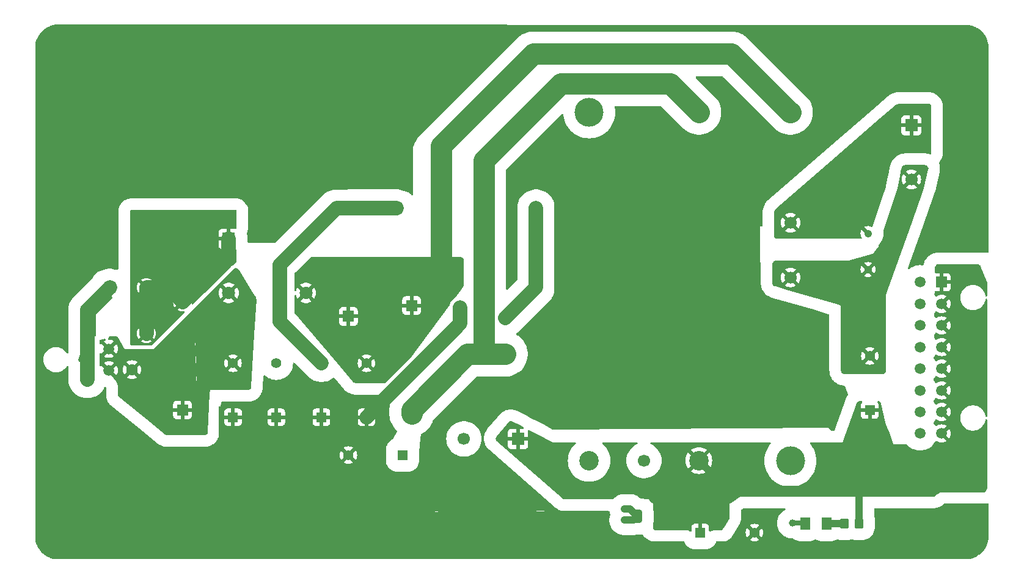
<source format=gbr>
%TF.GenerationSoftware,KiCad,Pcbnew,8.0.4*%
%TF.CreationDate,2024-11-06T13:18:38+05:30*%
%TF.ProjectId,PS_CARD,50535f43-4152-4442-9e6b-696361645f70,rev?*%
%TF.SameCoordinates,Original*%
%TF.FileFunction,Copper,L1,Top*%
%TF.FilePolarity,Positive*%
%FSLAX46Y46*%
G04 Gerber Fmt 4.6, Leading zero omitted, Abs format (unit mm)*
G04 Created by KiCad (PCBNEW 8.0.4) date 2024-11-06 13:18:38*
%MOMM*%
%LPD*%
G01*
G04 APERTURE LIST*
G04 Aperture macros list*
%AMRoundRect*
0 Rectangle with rounded corners*
0 $1 Rounding radius*
0 $2 $3 $4 $5 $6 $7 $8 $9 X,Y pos of 4 corners*
0 Add a 4 corners polygon primitive as box body*
4,1,4,$2,$3,$4,$5,$6,$7,$8,$9,$2,$3,0*
0 Add four circle primitives for the rounded corners*
1,1,$1+$1,$2,$3*
1,1,$1+$1,$4,$5*
1,1,$1+$1,$6,$7*
1,1,$1+$1,$8,$9*
0 Add four rect primitives between the rounded corners*
20,1,$1+$1,$2,$3,$4,$5,0*
20,1,$1+$1,$4,$5,$6,$7,0*
20,1,$1+$1,$6,$7,$8,$9,0*
20,1,$1+$1,$8,$9,$2,$3,0*%
G04 Aperture macros list end*
%TA.AperFunction,ComponentPad*%
%ADD10R,1.800000X1.800000*%
%TD*%
%TA.AperFunction,ComponentPad*%
%ADD11C,1.700000*%
%TD*%
%TA.AperFunction,ComponentPad*%
%ADD12R,1.625600X1.625600*%
%TD*%
%TA.AperFunction,ComponentPad*%
%ADD13C,1.625600*%
%TD*%
%TA.AperFunction,ComponentPad*%
%ADD14C,3.900000*%
%TD*%
%TA.AperFunction,ConnectorPad*%
%ADD15C,7.000000*%
%TD*%
%TA.AperFunction,WasherPad*%
%ADD16C,4.000000*%
%TD*%
%TA.AperFunction,ComponentPad*%
%ADD17C,2.700000*%
%TD*%
%TA.AperFunction,ComponentPad*%
%ADD18R,1.422400X1.422400*%
%TD*%
%TA.AperFunction,ComponentPad*%
%ADD19C,1.422400*%
%TD*%
%TA.AperFunction,ComponentPad*%
%ADD20C,1.066800*%
%TD*%
%TA.AperFunction,ComponentPad*%
%ADD21R,1.520000X1.520000*%
%TD*%
%TA.AperFunction,ComponentPad*%
%ADD22C,1.520000*%
%TD*%
%TA.AperFunction,SMDPad,CuDef*%
%ADD23RoundRect,0.250000X0.350000X0.450000X-0.350000X0.450000X-0.350000X-0.450000X0.350000X-0.450000X0*%
%TD*%
%TA.AperFunction,ComponentPad*%
%ADD24R,1.574800X1.574800*%
%TD*%
%TA.AperFunction,ComponentPad*%
%ADD25C,1.574800*%
%TD*%
%TA.AperFunction,ComponentPad*%
%ADD26C,1.200000*%
%TD*%
%TA.AperFunction,SMDPad,CuDef*%
%ADD27RoundRect,0.250000X-0.412500X-0.650000X0.412500X-0.650000X0.412500X0.650000X-0.412500X0.650000X0*%
%TD*%
%TA.AperFunction,ComponentPad*%
%ADD28C,1.600000*%
%TD*%
%TA.AperFunction,ComponentPad*%
%ADD29C,1.800000*%
%TD*%
%TA.AperFunction,SMDPad,CuDef*%
%ADD30RoundRect,0.250001X-0.462499X-0.624999X0.462499X-0.624999X0.462499X0.624999X-0.462499X0.624999X0*%
%TD*%
%TA.AperFunction,ViaPad*%
%ADD31C,0.800000*%
%TD*%
%TA.AperFunction,ViaPad*%
%ADD32C,1.000000*%
%TD*%
%TA.AperFunction,Conductor*%
%ADD33C,2.000000*%
%TD*%
%TA.AperFunction,Conductor*%
%ADD34C,1.000000*%
%TD*%
%TA.AperFunction,Conductor*%
%ADD35C,3.000000*%
%TD*%
%TA.AperFunction,Conductor*%
%ADD36C,0.650000*%
%TD*%
G04 APERTURE END LIST*
D10*
%TO.P,C9,1*%
%TO.N,/BoostP*%
X179000000Y-80500000D03*
D11*
%TO.P,C9,2*%
%TO.N,/BoostN*%
X179000000Y-88000000D03*
%TD*%
D12*
%TO.P,F1,1,1*%
%TO.N,/ACN*%
X67920000Y-103000000D03*
D13*
%TO.P,F1,2,2*%
%TO.N,/ACN_FuseToChock*%
X73000000Y-103000000D03*
%TD*%
D14*
%TO.P,MH4,1,1*%
%TO.N,GNDPWR*%
X185600000Y-70600000D03*
D15*
X185600000Y-70600000D03*
%TD*%
D16*
%TO.P,U1,*%
%TO.N,*%
X162250000Y-127050000D03*
X134350000Y-78700000D03*
D11*
%TO.P,U1,1,AC1*%
%TO.N,Net-(U1-AC1)*%
X149550000Y-78700000D03*
%TO.P,U1,2,AC2*%
%TO.N,/U1-AC2*%
X162250000Y-78700000D03*
%TO.P,U1,3,BC+*%
%TO.N,/BoostP*%
X162250000Y-94000000D03*
%TO.P,U1,4,BC-*%
%TO.N,/BoostN*%
X162250000Y-101600000D03*
D17*
%TO.P,U1,5,+VO*%
%TO.N,+28V*%
X149550000Y-127000000D03*
D11*
%TO.P,U1,6,Trim*%
%TO.N,/Trim*%
X141950000Y-127000000D03*
D17*
%TO.P,U1,7,-VO*%
%TO.N,GND*%
X134350000Y-127000000D03*
%TD*%
D18*
%TO.P,C12,1*%
%TO.N,+28V*%
X149750000Y-137000000D03*
D19*
%TO.P,C12,2*%
%TO.N,GNDPWR*%
X157250000Y-137000000D03*
%TD*%
D20*
%TO.P,C10,1*%
%TO.N,/BoostP*%
X173000000Y-95500000D03*
%TO.P,C10,2*%
%TO.N,/BoostN*%
X173000000Y-100500000D03*
%TD*%
D21*
%TO.P,J2,1,1*%
%TO.N,+28V*%
X183200001Y-102260354D03*
D22*
%TO.P,J2,2,2*%
X183200001Y-105260353D03*
%TO.P,J2,3,3*%
X183200001Y-108260352D03*
%TO.P,J2,4,4*%
X183200001Y-111260351D03*
%TO.P,J2,5,5*%
X183200001Y-114260350D03*
%TO.P,J2,6,6*%
X183200001Y-117260349D03*
%TO.P,J2,7,7*%
X183200001Y-120260348D03*
%TO.P,J2,8,8*%
X183200001Y-123260348D03*
%TO.P,J2,9,9*%
%TO.N,GND*%
X180200002Y-102260354D03*
%TO.P,J2,10,10*%
X180200002Y-105260353D03*
%TO.P,J2,11,11*%
X180200002Y-108260352D03*
%TO.P,J2,12,12*%
X180200002Y-111260351D03*
%TO.P,J2,13,13*%
X180200002Y-114260350D03*
%TO.P,J2,14,14*%
X180200002Y-117260349D03*
%TO.P,J2,15,15*%
X180200002Y-120260348D03*
%TO.P,J2,16,16*%
X180200002Y-123260348D03*
%TD*%
D23*
%TO.P,R1,1*%
%TO.N,+28V*%
X171750000Y-135750000D03*
%TO.P,R1,2*%
%TO.N,Net-(D1-A)*%
X169750000Y-135750000D03*
%TD*%
D14*
%TO.P,MH2,1,1*%
%TO.N,GNDPWR*%
X61600000Y-136600000D03*
D15*
X61600000Y-136600000D03*
%TD*%
D10*
%TO.P,C14,1*%
%TO.N,+28V*%
X124500000Y-124000000D03*
D11*
%TO.P,C14,2*%
%TO.N,GND*%
X117000000Y-124000000D03*
%TD*%
D18*
%TO.P,C11,1*%
%TO.N,+28V*%
X173250000Y-120000000D03*
D19*
%TO.P,C11,2*%
%TO.N,/BoostN*%
X173250000Y-112500000D03*
%TD*%
D24*
%TO.P,C3,1*%
%TO.N,/U1-AC2*%
X109750000Y-105500000D03*
D25*
%TO.P,C3,2*%
%TO.N,Net-(U1-AC1)*%
X109750000Y-120486000D03*
%TD*%
D26*
%TO.P,RT1,1*%
%TO.N,Net-(L2-Pad2)*%
X122750000Y-107250000D03*
%TO.P,RT1,2*%
%TO.N,Net-(U1-AC1)*%
X122750000Y-112250000D03*
%TD*%
D18*
%TO.P,C7,1*%
%TO.N,GNDPWR*%
X103500000Y-121000000D03*
D19*
%TO.P,C7,2*%
%TO.N,/U1-AC2*%
X103500000Y-113500000D03*
%TD*%
D27*
%TO.P,C15,1*%
%TO.N,GND*%
X141000000Y-134750000D03*
%TO.P,C15,2*%
%TO.N,+28V*%
X144125000Y-134750000D03*
%TD*%
D28*
%TO.P,RV1,1*%
%TO.N,/ACN_FuseToChock*%
X73000000Y-109400000D03*
%TO.P,RV1,2*%
%TO.N,/ACL*%
X71000000Y-114400000D03*
%TD*%
D24*
%TO.P,C1,1*%
%TO.N,/ACL*%
X78000000Y-120000000D03*
D25*
%TO.P,C1,2*%
%TO.N,/ACN_FuseToChock*%
X78000000Y-105014000D03*
%TD*%
D18*
%TO.P,C13,1*%
%TO.N,GND*%
X108500000Y-126250000D03*
D19*
%TO.P,C13,2*%
%TO.N,GNDPWR*%
X101000000Y-126250000D03*
%TD*%
D12*
%TO.P,L2,1,1*%
%TO.N,Net-(C2-Pad2)*%
X107696000Y-92000000D03*
D13*
%TO.P,L2,2,2*%
%TO.N,Net-(L2-Pad2)*%
X127000000Y-92000000D03*
%TD*%
D10*
%TO.P,L1,1*%
%TO.N,/ACN_FuseToChock*%
X84400000Y-96250000D03*
D29*
%TO.P,L1,2*%
%TO.N,/ACL*%
X84400000Y-103750000D03*
%TO.P,L1,3*%
%TO.N,/U1-AC2*%
X95100000Y-103750000D03*
%TO.P,L1,4*%
%TO.N,Net-(C2-Pad2)*%
X95100000Y-96250000D03*
%TD*%
D14*
%TO.P,MH3,1,1*%
%TO.N,GNDPWR*%
X185800000Y-136800000D03*
D15*
X185800000Y-136800000D03*
%TD*%
D18*
%TO.P,C4,1*%
%TO.N,GNDPWR*%
X85000000Y-121000000D03*
D19*
%TO.P,C4,2*%
%TO.N,/ACL*%
X85000000Y-113500000D03*
%TD*%
D24*
%TO.P,C2,1*%
%TO.N,/U1-AC2*%
X101000000Y-107000000D03*
D25*
%TO.P,C2,2*%
%TO.N,Net-(C2-Pad2)*%
X101000000Y-92014000D03*
%TD*%
D18*
%TO.P,C5,1*%
%TO.N,GNDPWR*%
X91000000Y-121000000D03*
D19*
%TO.P,C5,2*%
%TO.N,/ACN_FuseToChock*%
X91000000Y-113500000D03*
%TD*%
D30*
%TO.P,D1,1,K*%
%TO.N,GND*%
X164262500Y-135750000D03*
%TO.P,D1,2,A*%
%TO.N,Net-(D1-A)*%
X167237500Y-135750000D03*
%TD*%
D18*
%TO.P,C8,1*%
%TO.N,GNDPWR*%
X116500000Y-105750000D03*
D19*
%TO.P,C8,2*%
%TO.N,Net-(U1-AC1)*%
X116500000Y-113250000D03*
%TD*%
D18*
%TO.P,C6,1*%
%TO.N,GNDPWR*%
X97250000Y-121000000D03*
D19*
%TO.P,C6,2*%
%TO.N,Net-(C2-Pad2)*%
X97250000Y-113500000D03*
%TD*%
D21*
%TO.P,J1,1,1*%
%TO.N,/ACN*%
X64800000Y-114500000D03*
D22*
%TO.P,J1,2,2*%
X64800000Y-111500001D03*
%TO.P,J1,3,3*%
%TO.N,/ACL*%
X67799999Y-114500000D03*
%TO.P,J1,4,4*%
X67799999Y-111500001D03*
%TD*%
D14*
%TO.P,MH1,1,1*%
%TO.N,GNDPWR*%
X61800000Y-70600000D03*
D15*
X61800000Y-70600000D03*
%TD*%
D31*
%TO.N,GNDPWR*%
X145000000Y-112500000D03*
X130000000Y-97500000D03*
X150000000Y-92500000D03*
X145000000Y-102500000D03*
X140000000Y-107500000D03*
X145000000Y-107500000D03*
X135000000Y-92500000D03*
X150000000Y-87500000D03*
X155000000Y-117500000D03*
X150000000Y-97500000D03*
X135000000Y-117500000D03*
X150000000Y-112500000D03*
X140000000Y-92500000D03*
X150000000Y-102500000D03*
X130000000Y-92500000D03*
X130000000Y-87500000D03*
X155000000Y-87500000D03*
X130000000Y-117500000D03*
X140000000Y-117500000D03*
X145000000Y-117500000D03*
X155000000Y-92500000D03*
X130000000Y-102500000D03*
X145000000Y-87500000D03*
X150000000Y-117500000D03*
X140000000Y-102500000D03*
X135000000Y-112500000D03*
X135000000Y-97500000D03*
X145000000Y-92500000D03*
X130000000Y-112500000D03*
X135000000Y-87500000D03*
X135000000Y-107500000D03*
X140000000Y-112500000D03*
X145000000Y-97500000D03*
X155000000Y-97500000D03*
X135000000Y-102500000D03*
X155000000Y-112500000D03*
X155000000Y-102500000D03*
X130000000Y-107500000D03*
X150000000Y-107500000D03*
X140000000Y-97500000D03*
X140000000Y-87500000D03*
X155000000Y-107500000D03*
D32*
%TO.N,GND*%
X139250000Y-135250000D03*
X162499999Y-135686902D03*
X139250000Y-133750000D03*
%TD*%
D33*
%TO.N,Net-(C2-Pad2)*%
X95100000Y-96250000D02*
X99336000Y-92014000D01*
X97250000Y-113500000D02*
X91500000Y-107750000D01*
X91500000Y-99850000D02*
X95100000Y-96250000D01*
X99336000Y-92014000D02*
X101000000Y-92014000D01*
X91500000Y-107750000D02*
X91500000Y-99850000D01*
X101014000Y-92000000D02*
X101000000Y-92014000D01*
X107696000Y-92000000D02*
X101014000Y-92000000D01*
D34*
%TO.N,Net-(U1-AC1)*%
X116500000Y-113736000D02*
X116500000Y-113250000D01*
D35*
X119750000Y-112250000D02*
X122750000Y-112250000D01*
X117500000Y-112250000D02*
X109750000Y-120000000D01*
X119750000Y-85350000D02*
X119750000Y-112250000D01*
D34*
X109750000Y-120486000D02*
X116500000Y-113736000D01*
D35*
X117500000Y-112250000D02*
X116500000Y-113250000D01*
X109750000Y-120000000D02*
X109750000Y-120486000D01*
X149550000Y-78700000D02*
X145550000Y-74700000D01*
X122750000Y-112250000D02*
X117500000Y-112250000D01*
X130400000Y-74700000D02*
X119750000Y-85350000D01*
X145550000Y-74700000D02*
X130400000Y-74700000D01*
D33*
%TO.N,GNDPWR*%
X116500000Y-105750000D02*
X116500000Y-108000000D01*
X116500000Y-108000000D02*
X103500000Y-121000000D01*
D34*
%TO.N,+28V*%
X171750000Y-135750000D02*
X171750000Y-131000000D01*
X153550000Y-131000000D02*
X149550000Y-127000000D01*
X171750000Y-131000000D02*
X153550000Y-131000000D01*
%TO.N,GND*%
X140000000Y-133750000D02*
X141000000Y-134750000D01*
X139250000Y-133750000D02*
X140000000Y-133750000D01*
D36*
X162499999Y-135686902D02*
X164199402Y-135686902D01*
D34*
X139250000Y-135250000D02*
X140500000Y-135250000D01*
X140500000Y-135250000D02*
X141000000Y-134750000D01*
D36*
X164199402Y-135686902D02*
X164262500Y-135750000D01*
D34*
%TO.N,Net-(D1-A)*%
X169750000Y-135750000D02*
X167237500Y-135750000D01*
D33*
%TO.N,/ACN*%
X64800000Y-111500001D02*
X64800000Y-106120000D01*
X64800000Y-115750000D02*
X64800000Y-111500001D01*
X64800000Y-106120000D02*
X67920000Y-103000000D01*
%TO.N,Net-(L2-Pad2)*%
X127000000Y-92000000D02*
X127000000Y-103000000D01*
X127000000Y-103000000D02*
X122750000Y-107250000D01*
%TO.N,/ACN_FuseToChock*%
X84400000Y-96250000D02*
X84400000Y-98614000D01*
X73000000Y-103000000D02*
X73000000Y-109400000D01*
X75986000Y-103000000D02*
X78000000Y-105014000D01*
X84400000Y-98614000D02*
X78000000Y-105014000D01*
X73000000Y-103000000D02*
X75986000Y-103000000D01*
D35*
%TO.N,/U1-AC2*%
X113816000Y-83384000D02*
X113816000Y-101066000D01*
X154100000Y-70600000D02*
X126600000Y-70600000D01*
X162200000Y-78700000D02*
X154100000Y-70600000D01*
X162250000Y-78700000D02*
X162200000Y-78700000D01*
X126600000Y-70600000D02*
X113816000Y-83384000D01*
%TD*%
%TA.AperFunction,Conductor*%
%TO.N,/ACL*%
G36*
X85481722Y-100311106D02*
G01*
X85590104Y-100340992D01*
X85624088Y-100356156D01*
X85718726Y-100416860D01*
X85746673Y-100441421D01*
X85825127Y-100534717D01*
X85836016Y-100549846D01*
X87791663Y-103749994D01*
X88163387Y-104358269D01*
X88171949Y-104375016D01*
X88219413Y-104488313D01*
X88226032Y-104514803D01*
X79750000Y-109750000D01*
X80000000Y-117250000D01*
X81817797Y-117250000D01*
X81793664Y-117724609D01*
X81793663Y-117724615D01*
X81524612Y-123015958D01*
X81522231Y-123034637D01*
X81497460Y-123155097D01*
X81484415Y-123190308D01*
X81429360Y-123289478D01*
X81406371Y-123319171D01*
X81324157Y-123397310D01*
X81293337Y-123418760D01*
X81191498Y-123468710D01*
X81155669Y-123479950D01*
X81079326Y-123491644D01*
X81034112Y-123498570D01*
X81015339Y-123500000D01*
X75937821Y-123500000D01*
X75916804Y-123498206D01*
X75869317Y-123490038D01*
X75781199Y-123474883D01*
X75741578Y-123460838D01*
X75621567Y-123393555D01*
X75604112Y-123381712D01*
X73013231Y-121280998D01*
X70403198Y-119164755D01*
X76712600Y-119164755D01*
X76712600Y-119750000D01*
X77528420Y-119750000D01*
X77502950Y-119794115D01*
X77466600Y-119929777D01*
X77466600Y-120070223D01*
X77502950Y-120205885D01*
X77528420Y-120250000D01*
X76712600Y-120250000D01*
X76712600Y-120835244D01*
X76719001Y-120894772D01*
X76719003Y-120894779D01*
X76769245Y-121029486D01*
X76769249Y-121029493D01*
X76855409Y-121144587D01*
X76855412Y-121144590D01*
X76970506Y-121230750D01*
X76970513Y-121230754D01*
X77105220Y-121280996D01*
X77105227Y-121280998D01*
X77164755Y-121287399D01*
X77164772Y-121287400D01*
X77750000Y-121287400D01*
X77750000Y-120471579D01*
X77794115Y-120497050D01*
X77929777Y-120533400D01*
X78070223Y-120533400D01*
X78205885Y-120497050D01*
X78250000Y-120471579D01*
X78250000Y-121287400D01*
X78835228Y-121287400D01*
X78835244Y-121287399D01*
X78894772Y-121280998D01*
X78894779Y-121280996D01*
X79029486Y-121230754D01*
X79029493Y-121230750D01*
X79144587Y-121144590D01*
X79144590Y-121144587D01*
X79230750Y-121029493D01*
X79230754Y-121029486D01*
X79280996Y-120894779D01*
X79280998Y-120894772D01*
X79287399Y-120835244D01*
X79287400Y-120835227D01*
X79287400Y-120250000D01*
X78471580Y-120250000D01*
X78497050Y-120205885D01*
X78533400Y-120070223D01*
X78533400Y-119929777D01*
X78497050Y-119794115D01*
X78471580Y-119750000D01*
X79287400Y-119750000D01*
X79287400Y-119164772D01*
X79287399Y-119164755D01*
X79280998Y-119105227D01*
X79280996Y-119105220D01*
X79230754Y-118970513D01*
X79230750Y-118970506D01*
X79144590Y-118855412D01*
X79144587Y-118855409D01*
X79029493Y-118769249D01*
X79029486Y-118769245D01*
X78894779Y-118719003D01*
X78894772Y-118719001D01*
X78835244Y-118712600D01*
X78250000Y-118712600D01*
X78250000Y-119528420D01*
X78205885Y-119502950D01*
X78070223Y-119466600D01*
X77929777Y-119466600D01*
X77794115Y-119502950D01*
X77750000Y-119528420D01*
X77750000Y-118712600D01*
X77164755Y-118712600D01*
X77105227Y-118719001D01*
X77105220Y-118719003D01*
X76970513Y-118769245D01*
X76970506Y-118769249D01*
X76855412Y-118855409D01*
X76855409Y-118855412D01*
X76769249Y-118970506D01*
X76769245Y-118970513D01*
X76719003Y-119105220D01*
X76719001Y-119105227D01*
X76712600Y-119164755D01*
X70403198Y-119164755D01*
X69086935Y-118097515D01*
X69047261Y-118040005D01*
X69041034Y-118001701D01*
X69036373Y-116826952D01*
X69032827Y-116768793D01*
X69025259Y-116644630D01*
X69025258Y-116644623D01*
X68976110Y-116397531D01*
X68888912Y-116161170D01*
X68765814Y-115941360D01*
X68609845Y-115743513D01*
X68609843Y-115743511D01*
X68609837Y-115743505D01*
X68534230Y-115673613D01*
X68498364Y-115613651D01*
X68494874Y-115571750D01*
X68496750Y-115550304D01*
X68425471Y-115479025D01*
X70274526Y-115479025D01*
X70347513Y-115530132D01*
X70347521Y-115530136D01*
X70553668Y-115626264D01*
X70553682Y-115626269D01*
X70773389Y-115685139D01*
X70773400Y-115685141D01*
X70999998Y-115704966D01*
X71000002Y-115704966D01*
X71226599Y-115685141D01*
X71226610Y-115685139D01*
X71446317Y-115626269D01*
X71446331Y-115626264D01*
X71652478Y-115530136D01*
X71725471Y-115479024D01*
X71000000Y-114753553D01*
X70274526Y-115479025D01*
X68425471Y-115479025D01*
X67937574Y-114991128D01*
X67996852Y-114975245D01*
X68113146Y-114908102D01*
X68208101Y-114813147D01*
X68275244Y-114696853D01*
X68291127Y-114637575D01*
X68850303Y-115196751D01*
X68850304Y-115196751D01*
X68895357Y-115132410D01*
X68895361Y-115132402D01*
X68988531Y-114932598D01*
X68988535Y-114932587D01*
X69045596Y-114719634D01*
X69045597Y-114719626D01*
X69064812Y-114500001D01*
X69064812Y-114499998D01*
X69056063Y-114399997D01*
X69695034Y-114399997D01*
X69695034Y-114400002D01*
X69714858Y-114626599D01*
X69714860Y-114626610D01*
X69773730Y-114846317D01*
X69773735Y-114846331D01*
X69869863Y-115052478D01*
X69920974Y-115125472D01*
X70646447Y-114400000D01*
X70646447Y-114399999D01*
X70606952Y-114360504D01*
X70700000Y-114360504D01*
X70700000Y-114439496D01*
X70720444Y-114515796D01*
X70759940Y-114584205D01*
X70815795Y-114640060D01*
X70884204Y-114679556D01*
X70960504Y-114700000D01*
X71039496Y-114700000D01*
X71115796Y-114679556D01*
X71184205Y-114640060D01*
X71240060Y-114584205D01*
X71279556Y-114515796D01*
X71300000Y-114439496D01*
X71300000Y-114399999D01*
X71353553Y-114399999D01*
X71353553Y-114400000D01*
X72079024Y-115125471D01*
X72130136Y-115052478D01*
X72226264Y-114846331D01*
X72226269Y-114846317D01*
X72285139Y-114626610D01*
X72285141Y-114626599D01*
X72304966Y-114400002D01*
X72304966Y-114399997D01*
X72285141Y-114173400D01*
X72285139Y-114173389D01*
X72226269Y-113953682D01*
X72226264Y-113953668D01*
X72130136Y-113747521D01*
X72130132Y-113747513D01*
X72079025Y-113674526D01*
X71353553Y-114399999D01*
X71300000Y-114399999D01*
X71300000Y-114360504D01*
X71279556Y-114284204D01*
X71240060Y-114215795D01*
X71184205Y-114159940D01*
X71115796Y-114120444D01*
X71039496Y-114100000D01*
X70960504Y-114100000D01*
X70884204Y-114120444D01*
X70815795Y-114159940D01*
X70759940Y-114215795D01*
X70720444Y-114284204D01*
X70700000Y-114360504D01*
X70606952Y-114360504D01*
X69920974Y-113674526D01*
X69920973Y-113674526D01*
X69869868Y-113747512D01*
X69869866Y-113747516D01*
X69773734Y-113953673D01*
X69773730Y-113953682D01*
X69714860Y-114173389D01*
X69714858Y-114173400D01*
X69695034Y-114399997D01*
X69056063Y-114399997D01*
X69045597Y-114280373D01*
X69045596Y-114280366D01*
X68988532Y-114067404D01*
X68895359Y-113867595D01*
X68895358Y-113867593D01*
X68850303Y-113803248D01*
X68850303Y-113803247D01*
X68291126Y-114362423D01*
X68275244Y-114303147D01*
X68208101Y-114186853D01*
X68113146Y-114091898D01*
X67996852Y-114024755D01*
X67937573Y-114008871D01*
X68496750Y-113449694D01*
X68432401Y-113404638D01*
X68252980Y-113320973D01*
X70274526Y-113320973D01*
X70274526Y-113320974D01*
X71000000Y-114046447D01*
X71000001Y-114046447D01*
X71725472Y-113320974D01*
X71652478Y-113269863D01*
X71446331Y-113173735D01*
X71446317Y-113173730D01*
X71226610Y-113114860D01*
X71226599Y-113114858D01*
X71000002Y-113095034D01*
X70999998Y-113095034D01*
X70773400Y-113114858D01*
X70773389Y-113114860D01*
X70553682Y-113173730D01*
X70553673Y-113173734D01*
X70347516Y-113269866D01*
X70347512Y-113269868D01*
X70274526Y-113320973D01*
X68252980Y-113320973D01*
X68232592Y-113311466D01*
X68232586Y-113311463D01*
X68019633Y-113254402D01*
X68019625Y-113254401D01*
X67800001Y-113235187D01*
X67799997Y-113235187D01*
X67580372Y-113254401D01*
X67580365Y-113254402D01*
X67367403Y-113311466D01*
X67167593Y-113404640D01*
X67103247Y-113449694D01*
X67662424Y-114008871D01*
X67603146Y-114024755D01*
X67486852Y-114091898D01*
X67391897Y-114186853D01*
X67324754Y-114303147D01*
X67308870Y-114362425D01*
X66749693Y-113803248D01*
X66725576Y-113837692D01*
X66671000Y-113881318D01*
X66601502Y-113888512D01*
X66539146Y-113856990D01*
X66503732Y-113796761D01*
X66500000Y-113766570D01*
X66500000Y-112233430D01*
X66519685Y-112166391D01*
X66572489Y-112120636D01*
X66641647Y-112110692D01*
X66705203Y-112139717D01*
X66725576Y-112162308D01*
X66749693Y-112196752D01*
X67308870Y-111637575D01*
X67324754Y-111696854D01*
X67391897Y-111813148D01*
X67486852Y-111908103D01*
X67603146Y-111975246D01*
X67662423Y-111991129D01*
X67103246Y-112550305D01*
X67167592Y-112595360D01*
X67367405Y-112688534D01*
X67367411Y-112688537D01*
X67580364Y-112745598D01*
X67580372Y-112745599D01*
X67799997Y-112764814D01*
X67800001Y-112764814D01*
X68019625Y-112745599D01*
X68019633Y-112745598D01*
X68232586Y-112688537D01*
X68232597Y-112688533D01*
X68432401Y-112595363D01*
X68432409Y-112595359D01*
X68496750Y-112550306D01*
X68496750Y-112550305D01*
X67937574Y-111991128D01*
X67996852Y-111975246D01*
X68113146Y-111908103D01*
X68208101Y-111813148D01*
X68275244Y-111696854D01*
X68291127Y-111637576D01*
X68850303Y-112196752D01*
X68850304Y-112196752D01*
X68895357Y-112132411D01*
X68895361Y-112132403D01*
X68988531Y-111932599D01*
X68988535Y-111932588D01*
X69045596Y-111719635D01*
X69045597Y-111719627D01*
X69064812Y-111500000D01*
X69064812Y-111499999D01*
X69045597Y-111280374D01*
X69045596Y-111280367D01*
X68988532Y-111067405D01*
X68895359Y-110867596D01*
X68895358Y-110867594D01*
X68850303Y-110803249D01*
X68850303Y-110803248D01*
X68291126Y-111362424D01*
X68275244Y-111303148D01*
X68208101Y-111186854D01*
X68113146Y-111091899D01*
X67996852Y-111024756D01*
X67937573Y-111008872D01*
X68496750Y-110449695D01*
X68432401Y-110404639D01*
X68232592Y-110311467D01*
X68232586Y-110311464D01*
X68019633Y-110254403D01*
X68019626Y-110254402D01*
X67800066Y-110235193D01*
X67734998Y-110209740D01*
X67694019Y-110153149D01*
X67690141Y-110083387D01*
X67724595Y-110022603D01*
X67728811Y-110018704D01*
X67749995Y-110000000D01*
X67750000Y-110000000D01*
X67805071Y-109834786D01*
X67844944Y-109777413D01*
X67909507Y-109750705D01*
X67922707Y-109750000D01*
X68701679Y-109750000D01*
X68717931Y-109751069D01*
X68823533Y-109765032D01*
X68854916Y-109773478D01*
X68945671Y-109811247D01*
X68973777Y-109827559D01*
X69051591Y-109887613D01*
X69074500Y-109910676D01*
X69139018Y-109995440D01*
X69148011Y-110009021D01*
X69856034Y-111248061D01*
X69856037Y-111248065D01*
X70000000Y-111500000D01*
X73792886Y-111500000D01*
X73792893Y-111500000D01*
X74000000Y-111500000D01*
X81750005Y-103749994D01*
X82995202Y-103749994D01*
X82995202Y-103750005D01*
X83014361Y-103981218D01*
X83071317Y-104206135D01*
X83164515Y-104418606D01*
X83248812Y-104547633D01*
X83876212Y-103920233D01*
X83887482Y-103962292D01*
X83959890Y-104087708D01*
X84062292Y-104190110D01*
X84187708Y-104262518D01*
X84229765Y-104273787D01*
X83601201Y-104902351D01*
X83631649Y-104926050D01*
X83835697Y-105036476D01*
X83835706Y-105036479D01*
X84055139Y-105111811D01*
X84283993Y-105150000D01*
X84516007Y-105150000D01*
X84744860Y-105111811D01*
X84964293Y-105036479D01*
X84964301Y-105036476D01*
X85168355Y-104926047D01*
X85198797Y-104902351D01*
X85198798Y-104902350D01*
X84570235Y-104273787D01*
X84612292Y-104262518D01*
X84737708Y-104190110D01*
X84840110Y-104087708D01*
X84912518Y-103962292D01*
X84923787Y-103920234D01*
X85551186Y-104547633D01*
X85635482Y-104418611D01*
X85728682Y-104206135D01*
X85785638Y-103981218D01*
X85804798Y-103750005D01*
X85804798Y-103749994D01*
X85785638Y-103518781D01*
X85728682Y-103293864D01*
X85635484Y-103081393D01*
X85551186Y-102952365D01*
X84923787Y-103579764D01*
X84912518Y-103537708D01*
X84840110Y-103412292D01*
X84737708Y-103309890D01*
X84612292Y-103237482D01*
X84570233Y-103226212D01*
X85198797Y-102597647D01*
X85198797Y-102597645D01*
X85168360Y-102573955D01*
X85168354Y-102573951D01*
X84964302Y-102463523D01*
X84964293Y-102463520D01*
X84744860Y-102388188D01*
X84516007Y-102350000D01*
X84283993Y-102350000D01*
X84055139Y-102388188D01*
X83835706Y-102463520D01*
X83835697Y-102463523D01*
X83631650Y-102573949D01*
X83601200Y-102597647D01*
X84229766Y-103226212D01*
X84187708Y-103237482D01*
X84062292Y-103309890D01*
X83959890Y-103412292D01*
X83887482Y-103537708D01*
X83876212Y-103579766D01*
X83248811Y-102952365D01*
X83164516Y-103081390D01*
X83071317Y-103293864D01*
X83014361Y-103518781D01*
X82995202Y-103749994D01*
X81750005Y-103749994D01*
X85044339Y-100455660D01*
X85058475Y-100443507D01*
X85156639Y-100371216D01*
X85189570Y-100353900D01*
X85295808Y-100317095D01*
X85332394Y-100310330D01*
X85444768Y-100306709D01*
X85481722Y-100311106D01*
G37*
%TD.AperFunction*%
%TA.AperFunction,Conductor*%
G36*
X67306317Y-110108811D02*
G01*
X67361539Y-110151616D01*
X67384852Y-110217482D01*
X67368855Y-110285495D01*
X67318627Y-110334063D01*
X67313442Y-110336630D01*
X67167593Y-110404641D01*
X67103247Y-110449695D01*
X67662424Y-111008872D01*
X67603146Y-111024756D01*
X67486852Y-111091899D01*
X67391897Y-111186854D01*
X67324754Y-111303148D01*
X67308870Y-111362426D01*
X66749693Y-110803249D01*
X66725576Y-110837693D01*
X66671000Y-110881319D01*
X66601502Y-110888513D01*
X66539146Y-110856991D01*
X66503732Y-110796762D01*
X66500000Y-110766571D01*
X66500000Y-110351655D01*
X66519685Y-110284616D01*
X66572489Y-110238861D01*
X66599677Y-110230064D01*
X67236719Y-110102656D01*
X67306317Y-110108811D01*
G37*
%TD.AperFunction*%
%TD*%
%TA.AperFunction,Conductor*%
%TO.N,/U1-AC2*%
G36*
X116508059Y-98751061D02*
G01*
X116613223Y-98764906D01*
X116644491Y-98773284D01*
X116734918Y-98810740D01*
X116762952Y-98826925D01*
X116840602Y-98886509D01*
X116863491Y-98909398D01*
X116923074Y-98987048D01*
X116939259Y-99015081D01*
X116976715Y-99105508D01*
X116985093Y-99136775D01*
X116998939Y-99241939D01*
X117000000Y-99258125D01*
X117000000Y-102575084D01*
X116998428Y-102594765D01*
X116977974Y-102722005D01*
X116965638Y-102759382D01*
X116906333Y-102873809D01*
X116895884Y-102890554D01*
X116517832Y-103400926D01*
X115754755Y-104431079D01*
X115717044Y-104463001D01*
X115717724Y-104464110D01*
X115713563Y-104466659D01*
X115522496Y-104605477D01*
X115499036Y-104628936D01*
X115485670Y-104640517D01*
X115431253Y-104681253D01*
X115390517Y-104735670D01*
X115378936Y-104749036D01*
X115355477Y-104772496D01*
X115216659Y-104963563D01*
X115109433Y-105174003D01*
X115041444Y-105383252D01*
X115023154Y-105418741D01*
X109496972Y-112879086D01*
X109485012Y-112892959D01*
X106164292Y-116213681D01*
X106102969Y-116247166D01*
X106076611Y-116250000D01*
X101990890Y-116250000D01*
X101973002Y-116248703D01*
X101857042Y-116231798D01*
X101822758Y-116221585D01*
X101724695Y-116176104D01*
X101694751Y-116156528D01*
X101606942Y-116078924D01*
X101594398Y-116066107D01*
X99423075Y-113499998D01*
X102284173Y-113499998D01*
X102284173Y-113500001D01*
X102302643Y-113711120D01*
X102302645Y-113711131D01*
X102357493Y-113915829D01*
X102357497Y-113915838D01*
X102447062Y-114107912D01*
X102447063Y-114107914D01*
X102484733Y-114161712D01*
X102484734Y-114161713D01*
X103051983Y-113594463D01*
X103073958Y-113676473D01*
X103134149Y-113780727D01*
X103219273Y-113865851D01*
X103323527Y-113926042D01*
X103405535Y-113948016D01*
X102838285Y-114515265D01*
X102892087Y-114552937D01*
X103084161Y-114642502D01*
X103084170Y-114642506D01*
X103288868Y-114697354D01*
X103288879Y-114697356D01*
X103499998Y-114715827D01*
X103500002Y-114715827D01*
X103711120Y-114697356D01*
X103711131Y-114697354D01*
X103915829Y-114642506D01*
X103915838Y-114642502D01*
X104107913Y-114552937D01*
X104107917Y-114552935D01*
X104161713Y-114515266D01*
X103594464Y-113948016D01*
X103676473Y-113926042D01*
X103780727Y-113865851D01*
X103865851Y-113780727D01*
X103926042Y-113676473D01*
X103948016Y-113594463D01*
X104515266Y-114161713D01*
X104552935Y-114107917D01*
X104552937Y-114107913D01*
X104642502Y-113915838D01*
X104642506Y-113915829D01*
X104697354Y-113711131D01*
X104697356Y-113711120D01*
X104715827Y-113500001D01*
X104715827Y-113499998D01*
X104697356Y-113288879D01*
X104697354Y-113288868D01*
X104642506Y-113084170D01*
X104642502Y-113084161D01*
X104552934Y-112892083D01*
X104515266Y-112838286D01*
X104515265Y-112838285D01*
X103948016Y-113405535D01*
X103926042Y-113323527D01*
X103865851Y-113219273D01*
X103780727Y-113134149D01*
X103676473Y-113073958D01*
X103594464Y-113051983D01*
X104161713Y-112484734D01*
X104161712Y-112484733D01*
X104107914Y-112447063D01*
X104107912Y-112447062D01*
X103915838Y-112357497D01*
X103915829Y-112357493D01*
X103711131Y-112302645D01*
X103711120Y-112302643D01*
X103500002Y-112284173D01*
X103499998Y-112284173D01*
X103288879Y-112302643D01*
X103288868Y-112302645D01*
X103084170Y-112357493D01*
X103084161Y-112357497D01*
X102892088Y-112447062D01*
X102838286Y-112484733D01*
X103405536Y-113051983D01*
X103323527Y-113073958D01*
X103219273Y-113134149D01*
X103134149Y-113219273D01*
X103073958Y-113323527D01*
X103051983Y-113405536D01*
X102484733Y-112838286D01*
X102447062Y-112892088D01*
X102357497Y-113084161D01*
X102357493Y-113084170D01*
X102302645Y-113288868D01*
X102302643Y-113288879D01*
X102284173Y-113499998D01*
X99423075Y-113499998D01*
X93625356Y-106648147D01*
X93612822Y-106630383D01*
X93541564Y-106507840D01*
X93526665Y-106467167D01*
X93501906Y-106327589D01*
X93500000Y-106305932D01*
X93500000Y-106164755D01*
X99712600Y-106164755D01*
X99712600Y-106750000D01*
X100528420Y-106750000D01*
X100502950Y-106794115D01*
X100466600Y-106929777D01*
X100466600Y-107070223D01*
X100502950Y-107205885D01*
X100528420Y-107250000D01*
X99712600Y-107250000D01*
X99712600Y-107835244D01*
X99719001Y-107894772D01*
X99719003Y-107894779D01*
X99769245Y-108029486D01*
X99769249Y-108029493D01*
X99855409Y-108144587D01*
X99855412Y-108144590D01*
X99970506Y-108230750D01*
X99970513Y-108230754D01*
X100105220Y-108280996D01*
X100105227Y-108280998D01*
X100164755Y-108287399D01*
X100164772Y-108287400D01*
X100750000Y-108287400D01*
X100750000Y-107471579D01*
X100794115Y-107497050D01*
X100929777Y-107533400D01*
X101070223Y-107533400D01*
X101205885Y-107497050D01*
X101250000Y-107471579D01*
X101250000Y-108287400D01*
X101835228Y-108287400D01*
X101835244Y-108287399D01*
X101894772Y-108280998D01*
X101894779Y-108280996D01*
X102029486Y-108230754D01*
X102029493Y-108230750D01*
X102144587Y-108144590D01*
X102144590Y-108144587D01*
X102230750Y-108029493D01*
X102230754Y-108029486D01*
X102280996Y-107894779D01*
X102280998Y-107894772D01*
X102287399Y-107835244D01*
X102287400Y-107835227D01*
X102287400Y-107250000D01*
X101471580Y-107250000D01*
X101497050Y-107205885D01*
X101533400Y-107070223D01*
X101533400Y-106929777D01*
X101497050Y-106794115D01*
X101471580Y-106750000D01*
X102287400Y-106750000D01*
X102287400Y-106164772D01*
X102287399Y-106164755D01*
X102280998Y-106105227D01*
X102280996Y-106105220D01*
X102230754Y-105970513D01*
X102230750Y-105970506D01*
X102144590Y-105855412D01*
X102144587Y-105855409D01*
X102029493Y-105769249D01*
X102029486Y-105769245D01*
X101894779Y-105719003D01*
X101894772Y-105719001D01*
X101835244Y-105712600D01*
X101250000Y-105712600D01*
X101250000Y-106528420D01*
X101205885Y-106502950D01*
X101070223Y-106466600D01*
X100929777Y-106466600D01*
X100794115Y-106502950D01*
X100750000Y-106528420D01*
X100750000Y-105712600D01*
X100164755Y-105712600D01*
X100105227Y-105719001D01*
X100105220Y-105719003D01*
X99970513Y-105769245D01*
X99970506Y-105769249D01*
X99855412Y-105855409D01*
X99855409Y-105855412D01*
X99769249Y-105970506D01*
X99769245Y-105970513D01*
X99719003Y-106105220D01*
X99719001Y-106105227D01*
X99712600Y-106164755D01*
X93500000Y-106164755D01*
X93500000Y-104129513D01*
X93519685Y-104062474D01*
X93572489Y-104016719D01*
X93641647Y-104006775D01*
X93705203Y-104035800D01*
X93742977Y-104094578D01*
X93744206Y-104099073D01*
X93771317Y-104206135D01*
X93864515Y-104418606D01*
X93948812Y-104547633D01*
X94576212Y-103920233D01*
X94587482Y-103962292D01*
X94659890Y-104087708D01*
X94762292Y-104190110D01*
X94887708Y-104262518D01*
X94929765Y-104273787D01*
X94301201Y-104902351D01*
X94331649Y-104926050D01*
X94535697Y-105036476D01*
X94535706Y-105036479D01*
X94755139Y-105111811D01*
X94983993Y-105150000D01*
X95216007Y-105150000D01*
X95444860Y-105111811D01*
X95664293Y-105036479D01*
X95664301Y-105036476D01*
X95868355Y-104926047D01*
X95898797Y-104902351D01*
X95898798Y-104902350D01*
X95661203Y-104664755D01*
X108462600Y-104664755D01*
X108462600Y-105250000D01*
X109278420Y-105250000D01*
X109252950Y-105294115D01*
X109216600Y-105429777D01*
X109216600Y-105570223D01*
X109252950Y-105705885D01*
X109278420Y-105750000D01*
X108462600Y-105750000D01*
X108462600Y-106335244D01*
X108469001Y-106394772D01*
X108469003Y-106394779D01*
X108519245Y-106529486D01*
X108519249Y-106529493D01*
X108605409Y-106644587D01*
X108605412Y-106644590D01*
X108720506Y-106730750D01*
X108720513Y-106730754D01*
X108855220Y-106780996D01*
X108855227Y-106780998D01*
X108914755Y-106787399D01*
X108914772Y-106787400D01*
X109500000Y-106787400D01*
X109500000Y-105971579D01*
X109544115Y-105997050D01*
X109679777Y-106033400D01*
X109820223Y-106033400D01*
X109955885Y-105997050D01*
X110000000Y-105971579D01*
X110000000Y-106787400D01*
X110585228Y-106787400D01*
X110585244Y-106787399D01*
X110644772Y-106780998D01*
X110644779Y-106780996D01*
X110779486Y-106730754D01*
X110779493Y-106730750D01*
X110894587Y-106644590D01*
X110894590Y-106644587D01*
X110980750Y-106529493D01*
X110980754Y-106529486D01*
X111030996Y-106394779D01*
X111030998Y-106394772D01*
X111037399Y-106335244D01*
X111037400Y-106335227D01*
X111037400Y-105750000D01*
X110221580Y-105750000D01*
X110247050Y-105705885D01*
X110283400Y-105570223D01*
X110283400Y-105429777D01*
X110247050Y-105294115D01*
X110221580Y-105250000D01*
X111037400Y-105250000D01*
X111037400Y-104664772D01*
X111037399Y-104664755D01*
X111030998Y-104605227D01*
X111030996Y-104605220D01*
X110980754Y-104470513D01*
X110980750Y-104470506D01*
X110894590Y-104355412D01*
X110894587Y-104355409D01*
X110779493Y-104269249D01*
X110779486Y-104269245D01*
X110644779Y-104219003D01*
X110644772Y-104219001D01*
X110585244Y-104212600D01*
X110000000Y-104212600D01*
X110000000Y-105028420D01*
X109955885Y-105002950D01*
X109820223Y-104966600D01*
X109679777Y-104966600D01*
X109544115Y-105002950D01*
X109500000Y-105028420D01*
X109500000Y-104212600D01*
X108914755Y-104212600D01*
X108855227Y-104219001D01*
X108855220Y-104219003D01*
X108720513Y-104269245D01*
X108720506Y-104269249D01*
X108605412Y-104355409D01*
X108605409Y-104355412D01*
X108519249Y-104470506D01*
X108519245Y-104470513D01*
X108469003Y-104605220D01*
X108469001Y-104605227D01*
X108462600Y-104664755D01*
X95661203Y-104664755D01*
X95270235Y-104273787D01*
X95312292Y-104262518D01*
X95437708Y-104190110D01*
X95540110Y-104087708D01*
X95612518Y-103962292D01*
X95623787Y-103920234D01*
X96251186Y-104547633D01*
X96335482Y-104418611D01*
X96428682Y-104206135D01*
X96485638Y-103981218D01*
X96504798Y-103750005D01*
X96504798Y-103749994D01*
X96485638Y-103518781D01*
X96428682Y-103293864D01*
X96335484Y-103081393D01*
X96251186Y-102952365D01*
X95623787Y-103579764D01*
X95612518Y-103537708D01*
X95540110Y-103412292D01*
X95437708Y-103309890D01*
X95312292Y-103237482D01*
X95270233Y-103226212D01*
X95898797Y-102597647D01*
X95898797Y-102597645D01*
X95868360Y-102573955D01*
X95868354Y-102573951D01*
X95664302Y-102463523D01*
X95664293Y-102463520D01*
X95444860Y-102388188D01*
X95216007Y-102350000D01*
X94983993Y-102350000D01*
X94755139Y-102388188D01*
X94535706Y-102463520D01*
X94535697Y-102463523D01*
X94331650Y-102573949D01*
X94301200Y-102597647D01*
X94929766Y-103226212D01*
X94887708Y-103237482D01*
X94762292Y-103309890D01*
X94659890Y-103412292D01*
X94587482Y-103537708D01*
X94576212Y-103579766D01*
X93948811Y-102952365D01*
X93864516Y-103081390D01*
X93771317Y-103293864D01*
X93744206Y-103400926D01*
X93708666Y-103461082D01*
X93646246Y-103492474D01*
X93576763Y-103485136D01*
X93522277Y-103441397D01*
X93500088Y-103375145D01*
X93500000Y-103370486D01*
X93500000Y-101215232D01*
X93501061Y-101199047D01*
X93514906Y-101093883D01*
X93523284Y-101062616D01*
X93560739Y-100972191D01*
X93576924Y-100944157D01*
X93641503Y-100859996D01*
X93652190Y-100847809D01*
X95597809Y-98902190D01*
X95609996Y-98891503D01*
X95694157Y-98826924D01*
X95722191Y-98810739D01*
X95812616Y-98773284D01*
X95843882Y-98764906D01*
X95949048Y-98751061D01*
X95965233Y-98750000D01*
X116491874Y-98750000D01*
X116508059Y-98751061D01*
G37*
%TD.AperFunction*%
%TD*%
%TA.AperFunction,Conductor*%
%TO.N,/ACL*%
G36*
X88228506Y-104524698D02*
G01*
X88239923Y-104647016D01*
X88240245Y-104665803D01*
X87957274Y-109476330D01*
X87528236Y-116769984D01*
X87525727Y-116788546D01*
X87500228Y-116908203D01*
X87487027Y-116943149D01*
X87431708Y-117041498D01*
X87408700Y-117070927D01*
X87326599Y-117148341D01*
X87295870Y-117169582D01*
X87194438Y-117219032D01*
X87158777Y-117230157D01*
X87037834Y-117248585D01*
X87019156Y-117250000D01*
X80000000Y-117250000D01*
X79875000Y-113499998D01*
X83784173Y-113499998D01*
X83784173Y-113500001D01*
X83802643Y-113711120D01*
X83802645Y-113711131D01*
X83857493Y-113915829D01*
X83857497Y-113915838D01*
X83947062Y-114107912D01*
X83947063Y-114107914D01*
X83984733Y-114161712D01*
X83984734Y-114161713D01*
X84551983Y-113594463D01*
X84573958Y-113676473D01*
X84634149Y-113780727D01*
X84719273Y-113865851D01*
X84823527Y-113926042D01*
X84905535Y-113948016D01*
X84338285Y-114515265D01*
X84392087Y-114552937D01*
X84584161Y-114642502D01*
X84584170Y-114642506D01*
X84788868Y-114697354D01*
X84788879Y-114697356D01*
X84999998Y-114715827D01*
X85000002Y-114715827D01*
X85211120Y-114697356D01*
X85211131Y-114697354D01*
X85415829Y-114642506D01*
X85415838Y-114642502D01*
X85607913Y-114552937D01*
X85607917Y-114552935D01*
X85661713Y-114515266D01*
X85094464Y-113948016D01*
X85176473Y-113926042D01*
X85280727Y-113865851D01*
X85365851Y-113780727D01*
X85426042Y-113676473D01*
X85448016Y-113594463D01*
X86015266Y-114161713D01*
X86052935Y-114107917D01*
X86052937Y-114107913D01*
X86142502Y-113915838D01*
X86142506Y-113915829D01*
X86197354Y-113711131D01*
X86197356Y-113711120D01*
X86215827Y-113500001D01*
X86215827Y-113499998D01*
X86197356Y-113288879D01*
X86197354Y-113288868D01*
X86142506Y-113084170D01*
X86142502Y-113084161D01*
X86052934Y-112892083D01*
X86015266Y-112838286D01*
X86015265Y-112838285D01*
X85448016Y-113405535D01*
X85426042Y-113323527D01*
X85365851Y-113219273D01*
X85280727Y-113134149D01*
X85176473Y-113073958D01*
X85094464Y-113051983D01*
X85661713Y-112484734D01*
X85661712Y-112484733D01*
X85607914Y-112447063D01*
X85607912Y-112447062D01*
X85415838Y-112357497D01*
X85415829Y-112357493D01*
X85211131Y-112302645D01*
X85211120Y-112302643D01*
X85000002Y-112284173D01*
X84999998Y-112284173D01*
X84788879Y-112302643D01*
X84788868Y-112302645D01*
X84584170Y-112357493D01*
X84584161Y-112357497D01*
X84392088Y-112447062D01*
X84338286Y-112484733D01*
X84905536Y-113051983D01*
X84823527Y-113073958D01*
X84719273Y-113134149D01*
X84634149Y-113219273D01*
X84573958Y-113323527D01*
X84551983Y-113405536D01*
X83984733Y-112838286D01*
X83947062Y-112892088D01*
X83857497Y-113084161D01*
X83857493Y-113084170D01*
X83802645Y-113288868D01*
X83802643Y-113288879D01*
X83784173Y-113499998D01*
X79875000Y-113499998D01*
X79750000Y-109750000D01*
X88226032Y-104514801D01*
X88228506Y-104524698D01*
G37*
%TD.AperFunction*%
%TD*%
%TA.AperFunction,Conductor*%
%TO.N,GNDPWR*%
G36*
X59000000Y-112062435D02*
G01*
X58906658Y-112224109D01*
X58906651Y-112224123D01*
X58818843Y-112436112D01*
X58759454Y-112657759D01*
X58759452Y-112657770D01*
X58729501Y-112885258D01*
X58729501Y-113114741D01*
X58744201Y-113226389D01*
X58759453Y-113342238D01*
X58789283Y-113453566D01*
X58818843Y-113563887D01*
X58906651Y-113775876D01*
X58906657Y-113775888D01*
X58995201Y-113929252D01*
X59000000Y-113937563D01*
X59000000Y-140169281D01*
X58904240Y-140107460D01*
X58893766Y-140099897D01*
X58645358Y-139900045D01*
X58635729Y-139891434D01*
X58409450Y-139666812D01*
X58400783Y-139657262D01*
X58199101Y-139410315D01*
X58191467Y-139399905D01*
X58016571Y-139133315D01*
X58010057Y-139122158D01*
X57972821Y-139049999D01*
X57863856Y-138838834D01*
X57858539Y-138827063D01*
X57858217Y-138826238D01*
X57742603Y-138530052D01*
X57738544Y-138517806D01*
X57654133Y-138210327D01*
X57651374Y-138197739D01*
X57601869Y-137898019D01*
X57600212Y-137877843D01*
X57590500Y-69703229D01*
X57590668Y-69696770D01*
X57590692Y-69696310D01*
X57607446Y-69375129D01*
X57608785Y-69362320D01*
X57658435Y-69047349D01*
X57661104Y-69034730D01*
X57743252Y-68726647D01*
X57747217Y-68714383D01*
X57860974Y-68416512D01*
X57866191Y-68404731D01*
X58010333Y-68120291D01*
X58016740Y-68109132D01*
X58189679Y-67841253D01*
X58197232Y-67830793D01*
X58370056Y-67615982D01*
X58397095Y-67582374D01*
X58405692Y-67572758D01*
X58630338Y-67346457D01*
X58639863Y-67337813D01*
X58886834Y-67136113D01*
X58897229Y-67128491D01*
X59000000Y-67061069D01*
X59000000Y-112062435D01*
G37*
%TD.AperFunction*%
%TA.AperFunction,Conductor*%
G36*
X141758420Y-137238125D02*
G01*
X141813793Y-137280735D01*
X141820283Y-137290605D01*
X141900660Y-137426530D01*
X142061239Y-137620656D01*
X142109850Y-137670823D01*
X142109861Y-137670834D01*
X142146074Y-137703694D01*
X142262563Y-137809398D01*
X142262566Y-137809400D01*
X142262569Y-137809403D01*
X142436736Y-137927051D01*
X142471329Y-137950418D01*
X142501964Y-137967778D01*
X142603276Y-138025189D01*
X142603282Y-138025192D01*
X142603296Y-138025200D01*
X142638591Y-138042916D01*
X142747727Y-138097697D01*
X142747730Y-138097698D01*
X142747734Y-138097700D01*
X142985553Y-138180839D01*
X143046687Y-138196956D01*
X143204811Y-138230234D01*
X143455967Y-138250000D01*
X143000000Y-138250000D01*
X141236175Y-137250499D01*
X141489814Y-137250499D01*
X141489824Y-137250499D01*
X141649084Y-137240305D01*
X141688804Y-137232215D01*
X141758420Y-137238125D01*
G37*
%TD.AperFunction*%
%TA.AperFunction,Conductor*%
G36*
X153750000Y-138250000D02*
G01*
X152770774Y-138250000D01*
X152887080Y-138245782D01*
X153136143Y-138207873D01*
X153191101Y-138195029D01*
X153259453Y-138177462D01*
X153495930Y-138090582D01*
X153715905Y-137967778D01*
X153913961Y-137812074D01*
X153916859Y-137809403D01*
X153945897Y-137782632D01*
X153965332Y-137764715D01*
X154107630Y-137615526D01*
X154253800Y-137410333D01*
X154253802Y-137410328D01*
X154253805Y-137410325D01*
X153750000Y-138250000D01*
G37*
%TD.AperFunction*%
%TA.AperFunction,Conductor*%
G36*
X178250000Y-138250000D02*
G01*
X163250000Y-138250000D01*
X162973167Y-138031448D01*
X163043252Y-138069115D01*
X163043251Y-138069115D01*
X163043255Y-138069116D01*
X163043258Y-138069118D01*
X163297988Y-138161247D01*
X163563417Y-138215305D01*
X163722676Y-138225500D01*
X163722686Y-138225500D01*
X164802314Y-138225500D01*
X164802324Y-138225500D01*
X164961583Y-138215305D01*
X165227012Y-138161247D01*
X165481742Y-138069118D01*
X165691298Y-137956491D01*
X165759667Y-137942093D01*
X165808701Y-137956491D01*
X165918057Y-138015265D01*
X165983616Y-138050500D01*
X166018252Y-138069115D01*
X166018251Y-138069115D01*
X166018255Y-138069116D01*
X166018258Y-138069118D01*
X166272988Y-138161247D01*
X166538417Y-138215305D01*
X166697676Y-138225500D01*
X166697686Y-138225500D01*
X167777314Y-138225500D01*
X167777324Y-138225500D01*
X167936583Y-138215305D01*
X168202012Y-138161247D01*
X168456742Y-138069118D01*
X168677612Y-137950410D01*
X168745982Y-137936012D01*
X168778484Y-137943026D01*
X168897987Y-137986247D01*
X169163416Y-138040305D01*
X169322675Y-138050500D01*
X170177324Y-138050499D01*
X170336584Y-138040305D01*
X170602013Y-137986247D01*
X170707826Y-137947976D01*
X170777564Y-137943687D01*
X170792170Y-137947976D01*
X170897987Y-137986247D01*
X171163416Y-138040305D01*
X171322675Y-138050500D01*
X172177324Y-138050499D01*
X172336584Y-138040305D01*
X172602013Y-137986247D01*
X172856743Y-137894118D01*
X173095344Y-137765881D01*
X173312731Y-137604271D01*
X173504271Y-137412731D01*
X173665881Y-137195344D01*
X173794118Y-136956743D01*
X173886247Y-136702013D01*
X173940305Y-136436584D01*
X173950500Y-136277325D01*
X173950499Y-135222676D01*
X173940305Y-135063416D01*
X173935746Y-135041033D01*
X173929792Y-135011794D01*
X173886247Y-134797987D01*
X173860683Y-134727304D01*
X173857892Y-134719586D01*
X173850500Y-134677413D01*
X173850500Y-133729500D01*
X173870185Y-133662461D01*
X173922989Y-133616706D01*
X173974500Y-133605500D01*
X182178120Y-133605500D01*
X182193721Y-133604663D01*
X182349751Y-133596300D01*
X182376109Y-133593466D01*
X182500814Y-133575081D01*
X182744005Y-133509296D01*
X182973912Y-133406279D01*
X183035235Y-133372794D01*
X183209495Y-133262553D01*
X183401051Y-133098946D01*
X178250000Y-138250000D01*
G37*
%TD.AperFunction*%
%TA.AperFunction,Conductor*%
G36*
X161504538Y-133625185D02*
G01*
X161550293Y-133677989D01*
X161560237Y-133747147D01*
X161531212Y-133810703D01*
X161501929Y-133835446D01*
X161474964Y-133851845D01*
X161285852Y-133966846D01*
X161062949Y-134148191D01*
X160866811Y-134358201D01*
X160701097Y-134592966D01*
X160568893Y-134848108D01*
X160472666Y-135118864D01*
X160472665Y-135118867D01*
X160414200Y-135400221D01*
X160394591Y-135686902D01*
X160414200Y-135973582D01*
X160414200Y-135973586D01*
X160414201Y-135973588D01*
X160421167Y-136007112D01*
X160423553Y-136018594D01*
X158500000Y-134500000D01*
X156000000Y-134500000D01*
X154870122Y-136383129D01*
X155159034Y-135901609D01*
X155243480Y-135740919D01*
X155329572Y-135504154D01*
X155347243Y-135440357D01*
X155385734Y-135262945D01*
X155405500Y-135011789D01*
X155405500Y-133908153D01*
X155425185Y-133841114D01*
X155459098Y-133806077D01*
X155718151Y-133627420D01*
X155784514Y-133605566D01*
X155788549Y-133605500D01*
X161437499Y-133605500D01*
X161504538Y-133625185D01*
G37*
%TD.AperFunction*%
%TA.AperFunction,Conductor*%
G36*
X135511898Y-134004377D02*
G01*
X135529406Y-134004704D01*
X135571911Y-134005500D01*
X135571928Y-134005500D01*
X137056267Y-134005500D01*
X137123306Y-134025185D01*
X137169061Y-134077989D01*
X137179205Y-134113311D01*
X137185440Y-134160666D01*
X137192935Y-134188638D01*
X137204687Y-134232497D01*
X137206314Y-134239343D01*
X137219023Y-134300503D01*
X137222665Y-134318028D01*
X137222667Y-134318036D01*
X137241083Y-134369853D01*
X137244016Y-134379278D01*
X137256705Y-134426632D01*
X137267440Y-134452548D01*
X137274907Y-134522018D01*
X137267441Y-134547448D01*
X137256703Y-134573372D01*
X137244019Y-134620709D01*
X137241086Y-134630136D01*
X137222666Y-134681966D01*
X137222665Y-134681968D01*
X137214849Y-134719586D01*
X137206314Y-134760655D01*
X137204687Y-134767500D01*
X137185440Y-134839334D01*
X137185439Y-134839336D01*
X137178215Y-134894207D01*
X137176683Y-134903246D01*
X137167968Y-134945182D01*
X135507428Y-134004209D01*
X135511898Y-134004377D01*
G37*
%TD.AperFunction*%
%TA.AperFunction,Conductor*%
G36*
X67437378Y-118030357D02*
G01*
X67456338Y-118259322D01*
X67462565Y-118297626D01*
X67462566Y-118297634D01*
X67462567Y-118297635D01*
X67462568Y-118297643D01*
X67508677Y-118498690D01*
X67599373Y-118733729D01*
X67725717Y-118951680D01*
X67725725Y-118951693D01*
X67765389Y-119009188D01*
X67765395Y-119009196D01*
X67893150Y-119171065D01*
X68075788Y-119344596D01*
X68075798Y-119344604D01*
X68075799Y-119344605D01*
X69392051Y-120411836D01*
X72002084Y-122528079D01*
X74592955Y-124628786D01*
X74702709Y-124710284D01*
X74720145Y-124722114D01*
X74836445Y-124793989D01*
X74864899Y-124809941D01*
X74956443Y-124861264D01*
X74975042Y-124871530D01*
X74975058Y-124871537D01*
X74975066Y-124871541D01*
X75047622Y-124903873D01*
X75205160Y-124974075D01*
X75205165Y-124974076D01*
X75205170Y-124974079D01*
X75244712Y-124988096D01*
X75244773Y-124988117D01*
X75244781Y-124988120D01*
X75264901Y-124995102D01*
X75509072Y-125057153D01*
X75597190Y-125072308D01*
X75597190Y-125072307D01*
X75630977Y-125078118D01*
X75644647Y-125080470D01*
X75644653Y-125080470D01*
X75647986Y-125081044D01*
X75649100Y-125081042D01*
X75780256Y-125097889D01*
X75801273Y-125099683D01*
X75937821Y-125105500D01*
X75937830Y-125105500D01*
X81015349Y-125105500D01*
X81137264Y-125100863D01*
X81137272Y-125100862D01*
X81137282Y-125100862D01*
X81156055Y-125099432D01*
X81277211Y-125085559D01*
X81310433Y-125080470D01*
X81387603Y-125068649D01*
X81387605Y-125068648D01*
X81398760Y-125066940D01*
X81636241Y-125011838D01*
X81672070Y-125000598D01*
X81898500Y-124910160D01*
X82000339Y-124860210D01*
X82210469Y-124736523D01*
X82241289Y-124715073D01*
X82430210Y-124561044D01*
X82512424Y-124482905D01*
X82675860Y-124302038D01*
X82698849Y-124272345D01*
X82833056Y-124068751D01*
X82888111Y-123969581D01*
X82989916Y-123748067D01*
X83000000Y-123720848D01*
X83000000Y-134193014D01*
X67500000Y-134250000D01*
X67435548Y-118008270D01*
X67437378Y-118030357D01*
G37*
%TD.AperFunction*%
%TA.AperFunction,Conductor*%
G36*
X158092711Y-99519685D02*
G01*
X158138466Y-99572489D01*
X158148861Y-99634872D01*
X158149133Y-99634890D01*
X158149057Y-99636047D01*
X158149075Y-99636154D01*
X158149000Y-99636907D01*
X158147939Y-99653100D01*
X158147939Y-99653103D01*
X158146283Y-99703691D01*
X158144500Y-99758137D01*
X158144500Y-102366193D01*
X158147836Y-102469646D01*
X158148865Y-102485595D01*
X158158850Y-102588536D01*
X158172274Y-102692110D01*
X158172277Y-102692123D01*
X158203960Y-102853959D01*
X158212000Y-102895023D01*
X158212006Y-102895051D01*
X158220121Y-102925831D01*
X158220123Y-102925839D01*
X158220124Y-102925840D01*
X158285642Y-103122074D01*
X158309768Y-103181321D01*
X158322004Y-103211367D01*
X158322006Y-103211371D01*
X158412184Y-103397497D01*
X158412186Y-103397502D01*
X158427909Y-103425242D01*
X158427916Y-103425253D01*
X158541224Y-103598172D01*
X158599135Y-103675227D01*
X158599140Y-103675233D01*
X158599144Y-103675238D01*
X158733778Y-103832207D01*
X158733783Y-103832212D01*
X158756047Y-103855017D01*
X158909770Y-103993403D01*
X158985429Y-104053156D01*
X159046363Y-104095204D01*
X159155624Y-104170603D01*
X159155642Y-104170614D01*
X159155647Y-104170617D01*
X159182973Y-104186982D01*
X159233826Y-104213142D01*
X159366894Y-104281597D01*
X159462680Y-104323305D01*
X159462685Y-104323307D01*
X159462692Y-104323310D01*
X159514856Y-104344050D01*
X159558828Y-104361534D01*
X159573847Y-104366952D01*
X159672232Y-104398901D01*
X161535773Y-104938347D01*
X165736125Y-106154238D01*
X167554979Y-106680748D01*
X167613901Y-106718297D01*
X167643169Y-106781741D01*
X167644500Y-106799858D01*
X167644500Y-114491861D01*
X167647939Y-114596898D01*
X167649000Y-114613088D01*
X167659297Y-114717627D01*
X167659682Y-114720548D01*
X167673141Y-114822781D01*
X167690548Y-114910293D01*
X167714109Y-115028747D01*
X167722487Y-115060016D01*
X167722489Y-115060024D01*
X167789990Y-115258876D01*
X167789998Y-115258896D01*
X167827452Y-115349318D01*
X167920337Y-115537671D01*
X167936523Y-115565704D01*
X168053197Y-115740319D01*
X168112774Y-115817961D01*
X168112779Y-115817966D01*
X168112780Y-115817968D01*
X168251248Y-115975861D01*
X168274138Y-115998751D01*
X168390160Y-116100499D01*
X168432037Y-116137224D01*
X168509679Y-116196801D01*
X168568147Y-116235868D01*
X168684293Y-116313475D01*
X168700479Y-116322820D01*
X168712327Y-116329661D01*
X168891014Y-116417779D01*
X168900684Y-116422548D01*
X168991111Y-116460004D01*
X169189973Y-116527509D01*
X169221240Y-116535887D01*
X169221249Y-116535888D01*
X169221263Y-116535892D01*
X169324891Y-116556504D01*
X169427211Y-116576857D01*
X169491633Y-116585337D01*
X169532318Y-116590696D01*
X169532337Y-116590697D01*
X169532338Y-116590698D01*
X169636919Y-116601000D01*
X169653104Y-116602061D01*
X169666095Y-116602486D01*
X169732452Y-116624349D01*
X169776458Y-116678620D01*
X169776877Y-116679636D01*
X170237236Y-117809651D01*
X170244299Y-117879162D01*
X170215543Y-117938289D01*
X170185214Y-117972799D01*
X170185198Y-117972819D01*
X170162302Y-118003332D01*
X170029313Y-118212426D01*
X170029311Y-118212430D01*
X170007817Y-118252802D01*
X169970569Y-118322762D01*
X169916613Y-118434273D01*
X169908944Y-118451819D01*
X169863690Y-118567327D01*
X168387548Y-122811237D01*
X168346932Y-122868088D01*
X168282027Y-122893956D01*
X168270430Y-122894500D01*
X167945862Y-122894500D01*
X167878823Y-122874815D01*
X167858181Y-122858181D01*
X167500002Y-122500001D01*
X167499998Y-122499999D01*
X129336072Y-122688929D01*
X129277782Y-122674701D01*
X128113733Y-122063082D01*
X128113730Y-122063080D01*
X126796592Y-121371025D01*
X126705074Y-121326581D01*
X126690756Y-121320180D01*
X126639278Y-121298235D01*
X126639273Y-121298233D01*
X126399124Y-121222097D01*
X126399115Y-121222095D01*
X126394572Y-121221409D01*
X126332737Y-121193232D01*
X126198856Y-121079288D01*
X125985711Y-120944969D01*
X125688686Y-120788905D01*
X125688684Y-120788903D01*
X124509319Y-120169236D01*
X124411568Y-120122021D01*
X124396281Y-120115265D01*
X124295583Y-120074769D01*
X124192608Y-120037349D01*
X124192596Y-120037346D01*
X123984138Y-119977194D01*
X123984125Y-119977191D01*
X123984121Y-119977190D01*
X123968582Y-119973824D01*
X123951448Y-119970113D01*
X123736843Y-119938624D01*
X123736821Y-119938621D01*
X123636060Y-119930738D01*
X123636061Y-119930738D01*
X123419123Y-119928467D01*
X123419121Y-119928467D01*
X123419114Y-119928467D01*
X123397663Y-119929694D01*
X123385742Y-119930376D01*
X123170493Y-119957372D01*
X123170491Y-119957372D01*
X123170486Y-119957373D01*
X123132437Y-119964784D01*
X123071263Y-119976700D01*
X122861621Y-120032467D01*
X122829991Y-120043217D01*
X122829988Y-120043218D01*
X122629762Y-120126745D01*
X122629735Y-120126757D01*
X122539288Y-120171890D01*
X122352141Y-120281657D01*
X122324530Y-120300469D01*
X122153889Y-120434468D01*
X122078589Y-120502303D01*
X122078590Y-120502304D01*
X122072548Y-120507747D01*
X121994392Y-120583091D01*
X121982740Y-120595110D01*
X121909836Y-120675584D01*
X121642413Y-120991632D01*
X120298270Y-122580162D01*
X120221392Y-122678534D01*
X120210151Y-122694131D01*
X120164959Y-122762266D01*
X120141256Y-122798003D01*
X120139120Y-122801512D01*
X120075887Y-122905384D01*
X120075881Y-122905394D01*
X119963197Y-123127714D01*
X119948550Y-123163205D01*
X119871622Y-123400333D01*
X119844522Y-123513034D01*
X119844520Y-123513043D01*
X119805229Y-123759193D01*
X119802138Y-123797472D01*
X119801425Y-124046752D01*
X119801426Y-124046755D01*
X119801426Y-124046757D01*
X119803076Y-124068754D01*
X119810096Y-124162367D01*
X119810098Y-124162390D01*
X119847987Y-124408779D01*
X119847987Y-124408781D01*
X119856748Y-124446146D01*
X119856755Y-124446173D01*
X119932308Y-124683671D01*
X119932316Y-124683693D01*
X119975920Y-124791081D01*
X119975927Y-124791098D01*
X120087347Y-125014074D01*
X120107121Y-125046979D01*
X120251732Y-125250043D01*
X120251739Y-125250051D01*
X120332389Y-125346477D01*
X120416033Y-125438936D01*
X120429497Y-125452704D01*
X120429503Y-125452710D01*
X120520138Y-125538458D01*
X129595797Y-133479659D01*
X129595813Y-133479672D01*
X129595814Y-133479673D01*
X129670070Y-133540817D01*
X129670073Y-133540819D01*
X129681807Y-133549905D01*
X129733798Y-133587730D01*
X129759538Y-133606456D01*
X129839742Y-133661211D01*
X129839755Y-133661219D01*
X129839762Y-133661224D01*
X130004700Y-133759898D01*
X130031001Y-133773565D01*
X130206595Y-133851838D01*
X130206614Y-133851845D01*
X130290519Y-133883372D01*
X130290526Y-133883374D01*
X130290531Y-133883376D01*
X130474221Y-133940100D01*
X130503014Y-133947134D01*
X130692133Y-133981490D01*
X130788590Y-133993102D01*
X130884354Y-134001731D01*
X130899175Y-134002620D01*
X130921793Y-134003297D01*
X130995291Y-134005500D01*
X130995304Y-134005500D01*
X134000828Y-134005500D01*
X134000894Y-134005500D01*
X134004415Y-134005496D01*
X134004463Y-134005495D01*
X134004957Y-134005495D01*
X106000000Y-134108455D01*
X106000000Y-119250000D01*
X83311135Y-119496618D01*
X83337750Y-118973202D01*
X83360814Y-118907250D01*
X83415873Y-118864235D01*
X83461590Y-118855500D01*
X87019167Y-118855500D01*
X87140420Y-118850914D01*
X87140429Y-118850913D01*
X87140437Y-118850913D01*
X87159115Y-118849498D01*
X87159117Y-118849497D01*
X87159127Y-118849497D01*
X87233491Y-118841026D01*
X87279672Y-118835766D01*
X87400615Y-118817338D01*
X87636911Y-118762808D01*
X87672572Y-118751683D01*
X87897994Y-118662167D01*
X87999426Y-118612717D01*
X87999431Y-118612713D01*
X87999437Y-118612711D01*
X88208773Y-118490277D01*
X88208782Y-118490272D01*
X88221659Y-118481370D01*
X88239509Y-118469032D01*
X88428026Y-118316454D01*
X88510127Y-118239040D01*
X88673527Y-118059786D01*
X88696535Y-118030357D01*
X88831037Y-117828587D01*
X88886356Y-117730238D01*
X88988939Y-117510503D01*
X89002140Y-117475557D01*
X89070470Y-117242823D01*
X89095969Y-117123166D01*
X89116758Y-117003604D01*
X89119267Y-116985042D01*
X89130966Y-116864262D01*
X89223958Y-115283380D01*
X89247545Y-115217614D01*
X89302945Y-115175038D01*
X89372568Y-115169173D01*
X89429503Y-115197435D01*
X89589708Y-115337931D01*
X89652484Y-115379876D01*
X89841670Y-115506286D01*
X89841674Y-115506288D01*
X89841677Y-115506290D01*
X89962157Y-115565704D01*
X90113453Y-115640315D01*
X90400404Y-115737722D01*
X90697615Y-115796841D01*
X91000000Y-115816660D01*
X91302385Y-115796841D01*
X91599596Y-115737722D01*
X91886547Y-115640315D01*
X92158330Y-115506286D01*
X92410293Y-115337930D01*
X92638126Y-115138126D01*
X92837930Y-114910293D01*
X93006286Y-114658330D01*
X93140315Y-114386547D01*
X93237722Y-114099596D01*
X93296841Y-113802385D01*
X93314488Y-113533133D01*
X93338514Y-113467529D01*
X93394198Y-113425325D01*
X93463858Y-113419926D01*
X93525380Y-113453045D01*
X93525903Y-113453566D01*
X95514435Y-115442098D01*
X95742793Y-115624208D01*
X95990107Y-115779605D01*
X96253264Y-115906335D01*
X96451959Y-115975861D01*
X96528943Y-116002799D01*
X96528955Y-116002803D01*
X96813714Y-116067797D01*
X97103955Y-116100499D01*
X97103956Y-116100500D01*
X97103959Y-116100500D01*
X97396044Y-116100500D01*
X97396044Y-116100499D01*
X97686286Y-116067797D01*
X97971045Y-116002803D01*
X98246736Y-115906335D01*
X98509893Y-115779605D01*
X98757207Y-115624208D01*
X98878078Y-115527815D01*
X98942762Y-115501408D01*
X99011457Y-115514163D01*
X99050049Y-115544666D01*
X99067852Y-115565706D01*
X100368781Y-117103167D01*
X100446984Y-117189081D01*
X100459528Y-117201898D01*
X100543742Y-117281935D01*
X100631551Y-117359539D01*
X100816229Y-117500340D01*
X100846173Y-117519916D01*
X100846183Y-117519921D01*
X100846190Y-117519926D01*
X101049163Y-117632566D01*
X101049206Y-117632588D01*
X101100292Y-117656281D01*
X101147253Y-117678061D01*
X101275982Y-117726793D01*
X101364399Y-117760266D01*
X101398661Y-117770472D01*
X101398668Y-117770473D01*
X101398679Y-117770477D01*
X101398693Y-117770480D01*
X101625425Y-117820503D01*
X101625430Y-117820503D01*
X101625436Y-117820505D01*
X101741396Y-117837410D01*
X101856897Y-117849999D01*
X101874785Y-117851296D01*
X101990890Y-117855500D01*
X101990896Y-117855500D01*
X106076613Y-117855500D01*
X106092214Y-117854663D01*
X106248244Y-117846300D01*
X106274602Y-117843466D01*
X106399307Y-117825081D01*
X106642498Y-117759296D01*
X106872405Y-117656279D01*
X106933728Y-117622794D01*
X107107982Y-117512558D01*
X107299552Y-117348941D01*
X110620272Y-114028219D01*
X110701011Y-113941280D01*
X110712971Y-113927407D01*
X110787083Y-113834724D01*
X114092775Y-109372040D01*
X115841404Y-107011392D01*
X115897125Y-106969239D01*
X115941045Y-106961200D01*
X116250000Y-106961200D01*
X116250000Y-106500710D01*
X116269685Y-106433671D01*
X116274359Y-106426902D01*
X116313181Y-106374492D01*
X116313265Y-106374379D01*
X116317648Y-106368434D01*
X116329470Y-106349339D01*
X116420074Y-106203014D01*
X116421020Y-106202165D01*
X116439808Y-106207200D01*
X116560192Y-106207200D01*
X116617523Y-106191837D01*
X116643874Y-106231364D01*
X116649500Y-106268292D01*
X116649500Y-109174785D01*
X116629815Y-109241824D01*
X116577011Y-109287579D01*
X116566455Y-109291826D01*
X116311626Y-109380995D01*
X116311612Y-109381001D01*
X115997869Y-109532092D01*
X115703004Y-109717368D01*
X115432531Y-109933063D01*
X115430738Y-109934492D01*
X115430728Y-109934501D01*
X107434491Y-117930739D01*
X107434487Y-117930743D01*
X107217372Y-118202998D01*
X107217371Y-118203000D01*
X107032092Y-118497869D01*
X106880998Y-118811618D01*
X106865644Y-118855500D01*
X106865644Y-118855501D01*
X106765981Y-119140319D01*
X106688491Y-119479829D01*
X106688489Y-119479841D01*
X106649500Y-119825875D01*
X106649500Y-120660124D01*
X106688489Y-121006158D01*
X106688490Y-121006167D01*
X106688491Y-121006171D01*
X106705180Y-121079289D01*
X106765982Y-121345684D01*
X106765985Y-121345692D01*
X106880999Y-121674382D01*
X107032092Y-121988130D01*
X107217371Y-122282999D01*
X107217372Y-122283001D01*
X107434487Y-122555256D01*
X107680739Y-122801508D01*
X107680787Y-122801551D01*
X107680795Y-122801564D01*
X107683197Y-122803966D01*
X107682635Y-122804527D01*
X107717657Y-122860900D01*
X107716587Y-122930762D01*
X107707749Y-122952027D01*
X107126489Y-124049963D01*
X107077725Y-124100002D01*
X107064364Y-124106501D01*
X107059947Y-124108330D01*
X107059934Y-124108337D01*
X106845146Y-124239960D01*
X106845143Y-124239961D01*
X106653576Y-124403576D01*
X106489961Y-124595143D01*
X106489960Y-124595146D01*
X106358333Y-124809940D01*
X106261926Y-125042689D01*
X106203117Y-125287648D01*
X106188300Y-125475912D01*
X106188300Y-127024087D01*
X106203117Y-127212351D01*
X106261926Y-127457310D01*
X106358333Y-127690059D01*
X106489960Y-127904853D01*
X106489961Y-127904856D01*
X106489964Y-127904859D01*
X106653576Y-128096424D01*
X106801866Y-128223075D01*
X106845143Y-128260038D01*
X106845146Y-128260039D01*
X107059940Y-128391666D01*
X107292689Y-128488073D01*
X107537652Y-128546883D01*
X107725918Y-128561700D01*
X107725926Y-128561700D01*
X109274074Y-128561700D01*
X109274082Y-128561700D01*
X109462348Y-128546883D01*
X109707311Y-128488073D01*
X109940059Y-128391666D01*
X110154859Y-128260036D01*
X110346424Y-128096424D01*
X110510036Y-127904859D01*
X110641666Y-127690059D01*
X110738073Y-127457311D01*
X110796883Y-127212348D01*
X110811700Y-127024082D01*
X110811700Y-126064761D01*
X110812128Y-126054463D01*
X110830486Y-125834170D01*
X110983333Y-123999994D01*
X114544655Y-123999994D01*
X114544655Y-124000005D01*
X114564014Y-124307725D01*
X114564015Y-124307732D01*
X114564016Y-124307736D01*
X114618842Y-124595146D01*
X114621795Y-124610623D01*
X114717078Y-124903874D01*
X114717080Y-124903879D01*
X114848362Y-125182867D01*
X114848366Y-125182873D01*
X115013577Y-125443206D01*
X115013579Y-125443209D01*
X115013584Y-125443216D01*
X115210131Y-125680799D01*
X115210132Y-125680800D01*
X115434902Y-125891874D01*
X115434912Y-125891882D01*
X115684348Y-126073108D01*
X115684353Y-126073110D01*
X115684360Y-126073116D01*
X115954565Y-126221663D01*
X115954570Y-126221665D01*
X115954572Y-126221666D01*
X115954573Y-126221667D01*
X116241253Y-126335171D01*
X116241256Y-126335172D01*
X116539910Y-126411853D01*
X116539914Y-126411854D01*
X116604091Y-126419961D01*
X116845816Y-126450499D01*
X116845825Y-126450499D01*
X116845828Y-126450500D01*
X116845830Y-126450500D01*
X117154170Y-126450500D01*
X117154172Y-126450500D01*
X117154175Y-126450499D01*
X117154183Y-126450499D01*
X117344365Y-126426473D01*
X117460086Y-126411854D01*
X117758743Y-126335172D01*
X117758746Y-126335171D01*
X118045426Y-126221667D01*
X118045427Y-126221666D01*
X118045425Y-126221666D01*
X118045435Y-126221663D01*
X118315640Y-126073116D01*
X118565096Y-125891876D01*
X118789869Y-125680799D01*
X118986416Y-125443216D01*
X119151635Y-125182871D01*
X119282922Y-124903873D01*
X119378206Y-124610619D01*
X119435984Y-124307736D01*
X119436342Y-124302047D01*
X119455345Y-124000005D01*
X119455345Y-123999994D01*
X119435985Y-123692274D01*
X119435984Y-123692267D01*
X119435984Y-123692264D01*
X119378206Y-123389381D01*
X119282922Y-123096127D01*
X119246454Y-123018628D01*
X119151637Y-122817132D01*
X119151633Y-122817126D01*
X119143637Y-122804527D01*
X119070277Y-122688929D01*
X118986422Y-122556793D01*
X118986420Y-122556791D01*
X118986416Y-122556784D01*
X118789869Y-122319201D01*
X118565096Y-122108124D01*
X118565093Y-122108122D01*
X118565087Y-122108117D01*
X118315651Y-121926891D01*
X118315644Y-121926886D01*
X118315640Y-121926884D01*
X118045435Y-121778337D01*
X118045432Y-121778335D01*
X118045427Y-121778333D01*
X118045426Y-121778332D01*
X117758746Y-121664828D01*
X117758743Y-121664827D01*
X117460089Y-121588146D01*
X117460076Y-121588144D01*
X117154183Y-121549500D01*
X117154172Y-121549500D01*
X116845828Y-121549500D01*
X116845816Y-121549500D01*
X116539923Y-121588144D01*
X116539910Y-121588146D01*
X116241256Y-121664827D01*
X116241253Y-121664828D01*
X115954573Y-121778332D01*
X115954572Y-121778333D01*
X115684360Y-121926884D01*
X115684348Y-121926891D01*
X115434912Y-122108117D01*
X115434902Y-122108125D01*
X115210132Y-122319199D01*
X115106928Y-122443951D01*
X115014843Y-122555263D01*
X115013577Y-122556793D01*
X114848366Y-122817126D01*
X114848362Y-122817132D01*
X114717080Y-123096120D01*
X114717078Y-123096125D01*
X114621795Y-123389376D01*
X114564015Y-123692267D01*
X114564014Y-123692274D01*
X114544655Y-123999994D01*
X110983333Y-123999994D01*
X111035321Y-123376136D01*
X111060504Y-123310966D01*
X111105087Y-123274719D01*
X111252133Y-123203906D01*
X111546997Y-123018630D01*
X111630515Y-122952027D01*
X111819256Y-122801512D01*
X111819260Y-122801508D01*
X111819263Y-122801506D01*
X112065506Y-122555263D01*
X112087185Y-122528079D01*
X112282627Y-122283001D01*
X112282628Y-122282999D01*
X112282630Y-122282997D01*
X112467906Y-121988133D01*
X112619002Y-121674379D01*
X112695029Y-121457102D01*
X112724387Y-121410380D01*
X118747950Y-115386819D01*
X118809273Y-115353334D01*
X118835631Y-115350500D01*
X122924123Y-115350500D01*
X122924123Y-115350499D01*
X123270171Y-115311509D01*
X123609681Y-115234018D01*
X123938379Y-115119002D01*
X124252133Y-114967906D01*
X124546997Y-114782630D01*
X124624846Y-114720548D01*
X124819256Y-114565512D01*
X124819258Y-114565509D01*
X124819263Y-114565506D01*
X125065506Y-114319263D01*
X125065781Y-114318919D01*
X125282627Y-114047001D01*
X125282628Y-114046999D01*
X125282630Y-114046997D01*
X125467906Y-113752133D01*
X125619002Y-113438379D01*
X125734018Y-113109681D01*
X125811509Y-112770171D01*
X125850500Y-112424120D01*
X125850500Y-112075880D01*
X125811509Y-111729829D01*
X125734018Y-111390319D01*
X125721295Y-111353960D01*
X125661593Y-111183340D01*
X125619002Y-111061621D01*
X125467906Y-110747867D01*
X125282630Y-110453003D01*
X125282628Y-110453000D01*
X125282627Y-110452998D01*
X125065512Y-110180743D01*
X124819256Y-109934487D01*
X124547001Y-109717372D01*
X124546999Y-109717371D01*
X124292211Y-109557277D01*
X124245920Y-109504942D01*
X124235272Y-109435889D01*
X124263647Y-109372040D01*
X124280867Y-109355338D01*
X124423211Y-109241824D01*
X124485558Y-109192104D01*
X124485562Y-109192100D01*
X124485565Y-109192098D01*
X128730183Y-104947477D01*
X128730201Y-104947462D01*
X128829934Y-104847729D01*
X128942098Y-104735565D01*
X129124208Y-104507206D01*
X129279605Y-104259893D01*
X129302119Y-104213142D01*
X129406336Y-103996736D01*
X129500000Y-103729055D01*
X129500000Y-122500000D01*
X158000000Y-122500000D01*
X158000000Y-99500000D01*
X158025672Y-99500000D01*
X158092711Y-99519685D01*
G37*
%TD.AperFunction*%
%TA.AperFunction,Conductor*%
G36*
X134007254Y-134005488D02*
G01*
X134006503Y-134005490D01*
X134004971Y-134005495D01*
X134004957Y-134005495D01*
X134510874Y-134003635D01*
X134007254Y-134005488D01*
G37*
%TD.AperFunction*%
%TA.AperFunction,Conductor*%
G36*
X189612071Y-132950392D02*
G01*
X189669578Y-132990074D01*
X189673723Y-133000000D01*
X189142141Y-133000000D01*
X189146889Y-132999950D01*
X189175780Y-132999647D01*
X189426466Y-132974620D01*
X189469695Y-132966841D01*
X189542241Y-132948101D01*
X189612071Y-132950392D01*
G37*
%TD.AperFunction*%
%TA.AperFunction,Conductor*%
G36*
X183312076Y-71486861D02*
G01*
X183317544Y-71503689D01*
X183317546Y-71503694D01*
X183448802Y-71782626D01*
X183448805Y-71782632D01*
X183613987Y-72042919D01*
X183613990Y-72042923D01*
X183699799Y-72146647D01*
X184198381Y-71648064D01*
X184281457Y-71756331D01*
X184443669Y-71918543D01*
X184551933Y-72001617D01*
X184050767Y-72502783D01*
X184050768Y-72502785D01*
X184284617Y-72672685D01*
X184284635Y-72672697D01*
X184554778Y-72821209D01*
X184554786Y-72821213D01*
X184841406Y-72934693D01*
X185140008Y-73011361D01*
X185140017Y-73011363D01*
X185445847Y-73049999D01*
X185445861Y-73050000D01*
X185754139Y-73050000D01*
X185754152Y-73049999D01*
X186059982Y-73011363D01*
X186059991Y-73011361D01*
X186358593Y-72934693D01*
X186645213Y-72821213D01*
X186645221Y-72821209D01*
X186915364Y-72672697D01*
X186915382Y-72672685D01*
X187149230Y-72502785D01*
X187149231Y-72502783D01*
X186648065Y-72001617D01*
X186756331Y-71918543D01*
X186918543Y-71756331D01*
X187001617Y-71648065D01*
X187500199Y-72146647D01*
X187586014Y-72042916D01*
X187751194Y-71782632D01*
X187751197Y-71782626D01*
X187882453Y-71503694D01*
X187882455Y-71503689D01*
X187884890Y-71496193D01*
X189709087Y-71499916D01*
X189703988Y-98026024D01*
X189684291Y-98093060D01*
X189631478Y-98138804D01*
X189579988Y-98150000D01*
X188290402Y-98150000D01*
X188281191Y-98149657D01*
X188279737Y-98149548D01*
X188271484Y-98148933D01*
X188152253Y-98144500D01*
X188152243Y-98144500D01*
X182752945Y-98144500D01*
X182752931Y-98144500D01*
X182648635Y-98147891D01*
X182632531Y-98148940D01*
X182528791Y-98159087D01*
X182524145Y-98159694D01*
X182513675Y-98161063D01*
X182513570Y-98161077D01*
X182513563Y-98161077D01*
X182424183Y-98172766D01*
X182424176Y-98172767D01*
X182219530Y-98213199D01*
X182219507Y-98213205D01*
X182219503Y-98213205D01*
X182219498Y-98213207D01*
X182192783Y-98220315D01*
X182188424Y-98221476D01*
X182188401Y-98221483D01*
X181990702Y-98288122D01*
X181990694Y-98288125D01*
X181900773Y-98325101D01*
X181900769Y-98325103D01*
X181713433Y-98416786D01*
X181713416Y-98416795D01*
X181685527Y-98432768D01*
X181626097Y-98472145D01*
X181511556Y-98548038D01*
X181434161Y-98606899D01*
X181276677Y-98743698D01*
X181276674Y-98743701D01*
X181253830Y-98766309D01*
X181253817Y-98766322D01*
X181115380Y-98922409D01*
X181055709Y-98999212D01*
X180998499Y-99083650D01*
X180938669Y-99171958D01*
X180938665Y-99171965D01*
X180922413Y-99199671D01*
X180828777Y-99386102D01*
X180790865Y-99475664D01*
X180722180Y-99672713D01*
X180713597Y-99703678D01*
X180713596Y-99703683D01*
X180688235Y-99825436D01*
X180655293Y-99887053D01*
X180594268Y-99921078D01*
X180542650Y-99921766D01*
X180508780Y-99915029D01*
X180508770Y-99915027D01*
X180200002Y-99894789D01*
X179891234Y-99915027D01*
X179891228Y-99915028D01*
X179891223Y-99915029D01*
X179587759Y-99975391D01*
X179587737Y-99975397D01*
X179294746Y-100074853D01*
X179294737Y-100074857D01*
X179017229Y-100211709D01*
X179017207Y-100211722D01*
X178759938Y-100383622D01*
X178727916Y-100411705D01*
X178664533Y-100441106D01*
X178595317Y-100431573D01*
X178542243Y-100386132D01*
X178522161Y-100319210D01*
X178529336Y-100276901D01*
X180459833Y-94853127D01*
X182252281Y-89817202D01*
X182259943Y-89795169D01*
X182261091Y-89791789D01*
X182268301Y-89770052D01*
X182275521Y-89747755D01*
X182289093Y-89703694D01*
X182291096Y-89696843D01*
X182303452Y-89652201D01*
X182309371Y-89629549D01*
X182315007Y-89607331D01*
X182315030Y-89607239D01*
X182315835Y-89603969D01*
X182315860Y-89603865D01*
X182321263Y-89581204D01*
X182920962Y-86982507D01*
X182943591Y-86864427D01*
X182946399Y-86846083D01*
X182960127Y-86726658D01*
X182969452Y-86605799D01*
X182969955Y-86365476D01*
X182967262Y-86328562D01*
X182931904Y-86090935D01*
X182907220Y-85981884D01*
X182836799Y-85752195D01*
X182834088Y-85745256D01*
X182828035Y-85675650D01*
X182860575Y-85613820D01*
X182863810Y-85610605D01*
X182897522Y-85578308D01*
X183055603Y-85382144D01*
X183181051Y-85163666D01*
X183270777Y-84928254D01*
X183290462Y-84861215D01*
X183335734Y-84660037D01*
X183355500Y-84408881D01*
X183355500Y-77801362D01*
X183346300Y-77629729D01*
X183343466Y-77603371D01*
X183325081Y-77478666D01*
X183259296Y-77235475D01*
X183156279Y-77005568D01*
X183122794Y-76944245D01*
X183096700Y-76902998D01*
X183012561Y-76769995D01*
X183012558Y-76769992D01*
X182848946Y-76578427D01*
X182848941Y-76578421D01*
X182671579Y-76401059D01*
X182671557Y-76401039D01*
X182543708Y-76286199D01*
X182523075Y-76269573D01*
X182523074Y-76269572D01*
X182523065Y-76269565D01*
X182421901Y-76194397D01*
X182421898Y-76194395D01*
X182203426Y-76068950D01*
X182203420Y-76068948D01*
X182032336Y-76003740D01*
X181968011Y-75979223D01*
X181968008Y-75979222D01*
X181967997Y-75979218D01*
X181900981Y-75959540D01*
X181699795Y-75914266D01*
X181448643Y-75894500D01*
X181448638Y-75894500D01*
X177272393Y-75894500D01*
X177246094Y-75894783D01*
X177237784Y-75894873D01*
X176987130Y-75920046D01*
X176987111Y-75920049D01*
X176943745Y-75927879D01*
X176909664Y-75934414D01*
X176667483Y-76003736D01*
X176667472Y-76003739D01*
X176270572Y-76151922D01*
X176238253Y-76164387D01*
X176238249Y-76164389D01*
X176012232Y-76275653D01*
X176012212Y-76275664D01*
X175974297Y-76298186D01*
X175944742Y-76316175D01*
X175742092Y-76465836D01*
X175742089Y-76465838D01*
X173582633Y-78339485D01*
X167447830Y-83662330D01*
X159156999Y-90855845D01*
X159089686Y-90917694D01*
X158923440Y-91106998D01*
X158891901Y-91149172D01*
X158860601Y-91193611D01*
X158839253Y-91223921D01*
X158839250Y-91223925D01*
X158839248Y-91223929D01*
X158717012Y-91444207D01*
X158717009Y-91444212D01*
X158550558Y-91809002D01*
X158514986Y-91893232D01*
X158442329Y-92134440D01*
X158442321Y-92134470D01*
X158431139Y-92185914D01*
X158414266Y-92275794D01*
X158394500Y-92526947D01*
X158394500Y-94376000D01*
X158374815Y-94443039D01*
X158322011Y-94488794D01*
X158270500Y-94500000D01*
X158000000Y-94500000D01*
X158000000Y-83000000D01*
X129500000Y-83000000D01*
X129500000Y-91270944D01*
X129406335Y-91003263D01*
X129299944Y-90782341D01*
X129279606Y-90740109D01*
X129272766Y-90729223D01*
X129124208Y-90492794D01*
X128942098Y-90264435D01*
X128735565Y-90057902D01*
X128507206Y-89875792D01*
X128259893Y-89720395D01*
X128259890Y-89720393D01*
X127996738Y-89593665D01*
X127721046Y-89497197D01*
X127721044Y-89497196D01*
X127497615Y-89446200D01*
X127436286Y-89432202D01*
X127436283Y-89432201D01*
X127436271Y-89432199D01*
X127146047Y-89399500D01*
X127146041Y-89399500D01*
X126853959Y-89399500D01*
X126853952Y-89399500D01*
X126563728Y-89432199D01*
X126563714Y-89432202D01*
X126278955Y-89497196D01*
X126278953Y-89497197D01*
X126003261Y-89593665D01*
X125740109Y-89720393D01*
X125492795Y-89875791D01*
X125264435Y-90057901D01*
X125057901Y-90264435D01*
X124875791Y-90492795D01*
X124720393Y-90740109D01*
X124593665Y-91003261D01*
X124497197Y-91278953D01*
X124497196Y-91278955D01*
X124432202Y-91563714D01*
X124432199Y-91563728D01*
X124399500Y-91853952D01*
X124399500Y-101871475D01*
X124379815Y-101938514D01*
X124363181Y-101959156D01*
X123062181Y-103260156D01*
X123000858Y-103293641D01*
X122931166Y-103288657D01*
X122875233Y-103246785D01*
X122850816Y-103181321D01*
X122850500Y-103172475D01*
X122850500Y-86685630D01*
X122870185Y-86618591D01*
X122886814Y-86597954D01*
X130549628Y-78935139D01*
X130610949Y-78901656D01*
X130680641Y-78906640D01*
X130736574Y-78948512D01*
X130760991Y-79013976D01*
X130761137Y-79016332D01*
X130764310Y-79076872D01*
X130823346Y-79449607D01*
X130823347Y-79449614D01*
X130921023Y-79814147D01*
X131056267Y-80166468D01*
X131227599Y-80502725D01*
X131433135Y-80819223D01*
X131433137Y-80819225D01*
X131670635Y-81112511D01*
X131937489Y-81379365D01*
X132100841Y-81511644D01*
X132230776Y-81616864D01*
X132513551Y-81800500D01*
X132547279Y-81822403D01*
X132883535Y-81993734D01*
X133235857Y-82128978D01*
X133600387Y-82226653D01*
X133973129Y-82285690D01*
X134329155Y-82304348D01*
X134349999Y-82305441D01*
X134350000Y-82305441D01*
X134350001Y-82305441D01*
X134369752Y-82304405D01*
X134726871Y-82285690D01*
X135099613Y-82226653D01*
X135464143Y-82128978D01*
X135816465Y-81993734D01*
X136152721Y-81822403D01*
X136469225Y-81616863D01*
X136762511Y-81379365D01*
X137029365Y-81112511D01*
X137266863Y-80819225D01*
X137472403Y-80502721D01*
X137643734Y-80166465D01*
X137778978Y-79814143D01*
X137876653Y-79449613D01*
X137935690Y-79076871D01*
X137955441Y-78700000D01*
X137935690Y-78323129D01*
X137876653Y-77950387D01*
X137876651Y-77950381D01*
X137876633Y-77950295D01*
X137876634Y-77950272D01*
X137876145Y-77947180D01*
X137876879Y-77947063D01*
X137881941Y-77880627D01*
X137924072Y-77824889D01*
X137989649Y-77800776D01*
X137997920Y-77800500D01*
X144214369Y-77800500D01*
X144281408Y-77820185D01*
X144302050Y-77836819D01*
X147480737Y-81015506D01*
X147753002Y-81232630D01*
X148047867Y-81417905D01*
X148361620Y-81569001D01*
X148361626Y-81569003D01*
X148690306Y-81684014D01*
X148690315Y-81684017D01*
X148690318Y-81684018D01*
X149029829Y-81761508D01*
X149375875Y-81800499D01*
X149375876Y-81800500D01*
X149375880Y-81800500D01*
X149724124Y-81800500D01*
X149724124Y-81800499D01*
X150070171Y-81761508D01*
X150409681Y-81684018D01*
X150738380Y-81569001D01*
X151052133Y-81417905D01*
X151346997Y-81232630D01*
X151562750Y-81060573D01*
X151619256Y-81015512D01*
X151619258Y-81015509D01*
X151619263Y-81015506D01*
X151865506Y-80769263D01*
X152082630Y-80496997D01*
X152267905Y-80202133D01*
X152419001Y-79888380D01*
X152534018Y-79559681D01*
X152611508Y-79220171D01*
X152650500Y-78874120D01*
X152650500Y-78525880D01*
X152611508Y-78179829D01*
X152534018Y-77840318D01*
X152419001Y-77511620D01*
X152267905Y-77197867D01*
X152082630Y-76903002D01*
X151865506Y-76630737D01*
X149146950Y-73912181D01*
X149113465Y-73850858D01*
X149118449Y-73781166D01*
X149160321Y-73725233D01*
X149225785Y-73700816D01*
X149234631Y-73700500D01*
X152764369Y-73700500D01*
X152831408Y-73720185D01*
X152852050Y-73736819D01*
X160130743Y-81015512D01*
X160402998Y-81232627D01*
X160403001Y-81232628D01*
X160403003Y-81232630D01*
X160697867Y-81417906D01*
X161011620Y-81569002D01*
X161298769Y-81669479D01*
X161340319Y-81684018D01*
X161679829Y-81761509D01*
X162025876Y-81800499D01*
X162025877Y-81800500D01*
X162025880Y-81800500D01*
X162424123Y-81800500D01*
X162424123Y-81800499D01*
X162770171Y-81761509D01*
X163109681Y-81684018D01*
X163438379Y-81569002D01*
X163752133Y-81417906D01*
X164046997Y-81232630D01*
X164047001Y-81232627D01*
X164319256Y-81015512D01*
X164319258Y-81015509D01*
X164319263Y-81015506D01*
X164565506Y-80769263D01*
X164782630Y-80496997D01*
X164967906Y-80202133D01*
X165119002Y-79888379D01*
X165234018Y-79559681D01*
X165311509Y-79220171D01*
X165350500Y-78874120D01*
X165350500Y-78525880D01*
X165311509Y-78179829D01*
X165234018Y-77840319D01*
X165234013Y-77840306D01*
X165160336Y-77629748D01*
X165119002Y-77511621D01*
X164967906Y-77197867D01*
X164782630Y-76903003D01*
X164782628Y-76903000D01*
X164782627Y-76902998D01*
X164565512Y-76630743D01*
X164319262Y-76384493D01*
X164077826Y-76191955D01*
X164067458Y-76182689D01*
X159322672Y-71437903D01*
X183312076Y-71486861D01*
G37*
%TD.AperFunction*%
%TA.AperFunction,Conductor*%
G36*
X121454608Y-71360621D02*
G01*
X110734487Y-82080743D01*
X110517372Y-82352998D01*
X110517371Y-82353000D01*
X110332092Y-82647869D01*
X110180998Y-82961618D01*
X110102854Y-83184944D01*
X110069335Y-83280737D01*
X110065982Y-83290319D01*
X110065979Y-83290328D01*
X109988491Y-83629825D01*
X109988489Y-83629841D01*
X109949500Y-83975875D01*
X109949500Y-90073526D01*
X109929815Y-90140565D01*
X109877011Y-90186320D01*
X109807853Y-90196264D01*
X109744297Y-90167239D01*
X109731210Y-90154058D01*
X109661042Y-90071902D01*
X109644024Y-90051976D01*
X109454130Y-89889791D01*
X109452456Y-89888361D01*
X109452453Y-89888360D01*
X109237659Y-89756733D01*
X109004910Y-89660326D01*
X108759952Y-89601518D01*
X108759948Y-89601517D01*
X108759941Y-89601516D01*
X108759938Y-89601516D01*
X108718217Y-89598231D01*
X108686997Y-89591656D01*
X108417046Y-89497197D01*
X108417044Y-89497196D01*
X108193615Y-89446200D01*
X108132286Y-89432202D01*
X108132283Y-89432201D01*
X108132271Y-89432199D01*
X107842047Y-89399500D01*
X107842041Y-89399500D01*
X100867959Y-89399500D01*
X100867954Y-89399500D01*
X100772809Y-89410220D01*
X100750624Y-89412720D01*
X100736743Y-89413500D01*
X99485490Y-89413500D01*
X99485454Y-89413499D01*
X99482041Y-89413499D01*
X99189959Y-89413499D01*
X99189954Y-89413499D01*
X98899726Y-89446200D01*
X98899714Y-89446202D01*
X98614957Y-89511196D01*
X98339262Y-89607664D01*
X98154084Y-89696842D01*
X98154084Y-89696843D01*
X98076107Y-89734395D01*
X98076099Y-89734399D01*
X97828795Y-89889791D01*
X97600435Y-90071901D01*
X90934656Y-96737681D01*
X90873333Y-96771166D01*
X90846975Y-96774000D01*
X87124500Y-96774000D01*
X87057461Y-96754315D01*
X87011706Y-96701511D01*
X87000500Y-96650000D01*
X87000500Y-96103956D01*
X87000499Y-96103952D01*
X86967800Y-95813728D01*
X86967799Y-95813723D01*
X86967798Y-95813714D01*
X86914139Y-95578622D01*
X86918412Y-95508887D01*
X86927497Y-95489286D01*
X86931051Y-95483098D01*
X87020777Y-95247686D01*
X87040462Y-95180647D01*
X87085734Y-94979469D01*
X87105500Y-94728313D01*
X87105500Y-92374000D01*
X87105500Y-92373984D01*
X87102882Y-92282340D01*
X87102882Y-92282339D01*
X87101989Y-92275794D01*
X87068806Y-92032713D01*
X87057600Y-91981202D01*
X87047218Y-91936554D01*
X86967658Y-91697515D01*
X86851683Y-91473864D01*
X86851679Y-91473859D01*
X86851680Y-91473859D01*
X86702154Y-91271115D01*
X86656391Y-91218302D01*
X86590168Y-91149179D01*
X86545427Y-91102478D01*
X86349263Y-90944397D01*
X86302758Y-90917694D01*
X86130788Y-90818950D01*
X86130782Y-90818948D01*
X86034730Y-90782338D01*
X85895373Y-90729223D01*
X85895370Y-90729222D01*
X85895359Y-90729218D01*
X85828343Y-90709540D01*
X85627157Y-90664266D01*
X85376005Y-90644500D01*
X85376000Y-90644500D01*
X70874000Y-90644500D01*
X70873985Y-90644500D01*
X70782340Y-90647117D01*
X70782339Y-90647117D01*
X70612415Y-90670313D01*
X70532713Y-90681194D01*
X70532708Y-90681194D01*
X70532701Y-90681196D01*
X70481198Y-90692400D01*
X70436553Y-90702782D01*
X70197523Y-90782338D01*
X70197516Y-90782341D01*
X70076348Y-90845173D01*
X69973864Y-90898317D01*
X69973862Y-90898318D01*
X69973859Y-90898320D01*
X69771115Y-91047845D01*
X69718302Y-91093608D01*
X69602477Y-91204574D01*
X69444399Y-91400734D01*
X69444393Y-91400743D01*
X69318950Y-91619211D01*
X69318948Y-91619217D01*
X69229222Y-91854629D01*
X69229218Y-91854640D01*
X69209540Y-91921656D01*
X69164266Y-92122842D01*
X69144500Y-92373994D01*
X69144500Y-100376000D01*
X69124815Y-100443039D01*
X69072011Y-100488794D01*
X69020500Y-100500000D01*
X68667297Y-100500000D01*
X68639705Y-100496891D01*
X68356289Y-100432203D01*
X68356273Y-100432201D01*
X68066045Y-100399500D01*
X68066041Y-100399500D01*
X67773959Y-100399500D01*
X67773954Y-100399500D01*
X67483725Y-100432201D01*
X67483709Y-100432203D01*
X67365909Y-100459090D01*
X67250000Y-71250000D01*
X121454608Y-71360621D01*
G37*
%TD.AperFunction*%
%TD*%
%TA.AperFunction,NonConductor*%
G36*
X183417921Y-133082077D02*
G01*
X183451968Y-133048029D01*
X183452007Y-133047992D01*
X183417921Y-133082077D01*
G37*
%TD.AperFunction*%
%TA.AperFunction,NonConductor*%
G36*
X135432091Y-134000249D02*
G01*
X134510874Y-134003635D01*
X135432045Y-134000248D01*
X135432091Y-134000249D01*
G37*
%TD.AperFunction*%
%TA.AperFunction,NonConductor*%
G36*
X154521951Y-136963411D02*
G01*
X154521952Y-136963409D01*
X154632050Y-136779912D01*
X154521951Y-136963411D01*
G37*
%TD.AperFunction*%
%TA.AperFunction,Conductor*%
%TO.N,GNDPWR*%
G36*
X106000000Y-134250000D02*
G01*
X83000000Y-134500000D01*
X83000000Y-126249998D01*
X99784173Y-126249998D01*
X99784173Y-126250001D01*
X99802643Y-126461120D01*
X99802645Y-126461131D01*
X99857493Y-126665829D01*
X99857497Y-126665838D01*
X99947062Y-126857912D01*
X99947063Y-126857914D01*
X99984733Y-126911712D01*
X99984734Y-126911713D01*
X100551983Y-126344463D01*
X100573958Y-126426473D01*
X100634149Y-126530727D01*
X100719273Y-126615851D01*
X100823527Y-126676042D01*
X100905535Y-126698016D01*
X100338285Y-127265265D01*
X100392087Y-127302937D01*
X100584161Y-127392502D01*
X100584170Y-127392506D01*
X100788868Y-127447354D01*
X100788879Y-127447356D01*
X100999998Y-127465827D01*
X101000002Y-127465827D01*
X101211120Y-127447356D01*
X101211131Y-127447354D01*
X101415829Y-127392506D01*
X101415838Y-127392502D01*
X101607913Y-127302937D01*
X101607917Y-127302935D01*
X101661713Y-127265266D01*
X101094464Y-126698016D01*
X101176473Y-126676042D01*
X101280727Y-126615851D01*
X101365851Y-126530727D01*
X101426042Y-126426473D01*
X101448016Y-126344463D01*
X102015266Y-126911713D01*
X102052935Y-126857917D01*
X102052937Y-126857913D01*
X102142502Y-126665838D01*
X102142506Y-126665829D01*
X102197354Y-126461131D01*
X102197356Y-126461120D01*
X102215827Y-126250001D01*
X102215827Y-126249998D01*
X102197356Y-126038879D01*
X102197354Y-126038868D01*
X102142506Y-125834170D01*
X102142502Y-125834161D01*
X102052934Y-125642083D01*
X102015266Y-125588286D01*
X102015265Y-125588285D01*
X101448016Y-126155535D01*
X101426042Y-126073527D01*
X101365851Y-125969273D01*
X101280727Y-125884149D01*
X101176473Y-125823958D01*
X101094464Y-125801983D01*
X101661713Y-125234734D01*
X101661712Y-125234733D01*
X101607914Y-125197063D01*
X101607912Y-125197062D01*
X101415838Y-125107497D01*
X101415829Y-125107493D01*
X101211131Y-125052645D01*
X101211120Y-125052643D01*
X101000002Y-125034173D01*
X100999998Y-125034173D01*
X100788879Y-125052643D01*
X100788868Y-125052645D01*
X100584170Y-125107493D01*
X100584161Y-125107497D01*
X100392088Y-125197062D01*
X100338286Y-125234733D01*
X100905536Y-125801983D01*
X100823527Y-125823958D01*
X100719273Y-125884149D01*
X100634149Y-125969273D01*
X100573958Y-126073527D01*
X100551983Y-126155536D01*
X99984733Y-125588286D01*
X99947062Y-125642088D01*
X99857497Y-125834161D01*
X99857493Y-125834170D01*
X99802645Y-126038868D01*
X99802643Y-126038879D01*
X99784173Y-126249998D01*
X83000000Y-126249998D01*
X83000000Y-120240955D01*
X83788800Y-120240955D01*
X83788800Y-120750000D01*
X84616409Y-120750000D01*
X84573958Y-120823527D01*
X84542800Y-120939808D01*
X84542800Y-121060192D01*
X84573958Y-121176473D01*
X84616409Y-121250000D01*
X83788800Y-121250000D01*
X83788800Y-121759044D01*
X83795201Y-121818572D01*
X83795203Y-121818579D01*
X83845445Y-121953286D01*
X83845449Y-121953293D01*
X83931609Y-122068387D01*
X83931612Y-122068390D01*
X84046706Y-122154550D01*
X84046713Y-122154554D01*
X84181420Y-122204796D01*
X84181427Y-122204798D01*
X84240955Y-122211199D01*
X84240972Y-122211200D01*
X84750000Y-122211200D01*
X84750000Y-121383591D01*
X84823527Y-121426042D01*
X84939808Y-121457200D01*
X85060192Y-121457200D01*
X85176473Y-121426042D01*
X85250000Y-121383591D01*
X85250000Y-122211200D01*
X85759028Y-122211200D01*
X85759044Y-122211199D01*
X85818572Y-122204798D01*
X85818579Y-122204796D01*
X85953286Y-122154554D01*
X85953293Y-122154550D01*
X86068387Y-122068390D01*
X86068390Y-122068387D01*
X86154550Y-121953293D01*
X86154554Y-121953286D01*
X86204796Y-121818579D01*
X86204798Y-121818572D01*
X86211199Y-121759044D01*
X86211200Y-121759027D01*
X86211200Y-121250000D01*
X85383591Y-121250000D01*
X85426042Y-121176473D01*
X85457200Y-121060192D01*
X85457200Y-120939808D01*
X85426042Y-120823527D01*
X85383591Y-120750000D01*
X86211200Y-120750000D01*
X86211200Y-120240972D01*
X86211199Y-120240955D01*
X89788800Y-120240955D01*
X89788800Y-120750000D01*
X90616409Y-120750000D01*
X90573958Y-120823527D01*
X90542800Y-120939808D01*
X90542800Y-121060192D01*
X90573958Y-121176473D01*
X90616409Y-121250000D01*
X89788800Y-121250000D01*
X89788800Y-121759044D01*
X89795201Y-121818572D01*
X89795203Y-121818579D01*
X89845445Y-121953286D01*
X89845449Y-121953293D01*
X89931609Y-122068387D01*
X89931612Y-122068390D01*
X90046706Y-122154550D01*
X90046713Y-122154554D01*
X90181420Y-122204796D01*
X90181427Y-122204798D01*
X90240955Y-122211199D01*
X90240972Y-122211200D01*
X90750000Y-122211200D01*
X90750000Y-121383591D01*
X90823527Y-121426042D01*
X90939808Y-121457200D01*
X91060192Y-121457200D01*
X91176473Y-121426042D01*
X91250000Y-121383591D01*
X91250000Y-122211200D01*
X91759028Y-122211200D01*
X91759044Y-122211199D01*
X91818572Y-122204798D01*
X91818579Y-122204796D01*
X91953286Y-122154554D01*
X91953293Y-122154550D01*
X92068387Y-122068390D01*
X92068390Y-122068387D01*
X92154550Y-121953293D01*
X92154554Y-121953286D01*
X92204796Y-121818579D01*
X92204798Y-121818572D01*
X92211199Y-121759044D01*
X92211200Y-121759027D01*
X92211200Y-121250000D01*
X91383591Y-121250000D01*
X91426042Y-121176473D01*
X91457200Y-121060192D01*
X91457200Y-120939808D01*
X91426042Y-120823527D01*
X91383591Y-120750000D01*
X92211200Y-120750000D01*
X92211200Y-120240972D01*
X92211199Y-120240955D01*
X96038800Y-120240955D01*
X96038800Y-120750000D01*
X96866409Y-120750000D01*
X96823958Y-120823527D01*
X96792800Y-120939808D01*
X96792800Y-121060192D01*
X96823958Y-121176473D01*
X96866409Y-121250000D01*
X96038800Y-121250000D01*
X96038800Y-121759044D01*
X96045201Y-121818572D01*
X96045203Y-121818579D01*
X96095445Y-121953286D01*
X96095449Y-121953293D01*
X96181609Y-122068387D01*
X96181612Y-122068390D01*
X96296706Y-122154550D01*
X96296713Y-122154554D01*
X96431420Y-122204796D01*
X96431427Y-122204798D01*
X96490955Y-122211199D01*
X96490972Y-122211200D01*
X97000000Y-122211200D01*
X97000000Y-121383591D01*
X97073527Y-121426042D01*
X97189808Y-121457200D01*
X97310192Y-121457200D01*
X97426473Y-121426042D01*
X97500000Y-121383591D01*
X97500000Y-122211200D01*
X98009028Y-122211200D01*
X98009044Y-122211199D01*
X98068572Y-122204798D01*
X98068579Y-122204796D01*
X98203286Y-122154554D01*
X98203293Y-122154550D01*
X98318387Y-122068390D01*
X98318390Y-122068387D01*
X98404550Y-121953293D01*
X98404554Y-121953286D01*
X98454796Y-121818579D01*
X98454798Y-121818572D01*
X98461199Y-121759044D01*
X98461200Y-121759027D01*
X98461200Y-121250000D01*
X97633591Y-121250000D01*
X97676042Y-121176473D01*
X97707200Y-121060192D01*
X97707200Y-120939808D01*
X97676042Y-120823527D01*
X97633591Y-120750000D01*
X98461200Y-120750000D01*
X98461200Y-120240972D01*
X98461199Y-120240955D01*
X102288800Y-120240955D01*
X102288800Y-120750000D01*
X103116409Y-120750000D01*
X103073958Y-120823527D01*
X103042800Y-120939808D01*
X103042800Y-121060192D01*
X103073958Y-121176473D01*
X103116409Y-121250000D01*
X102288800Y-121250000D01*
X102288800Y-121759044D01*
X102295201Y-121818572D01*
X102295203Y-121818579D01*
X102345445Y-121953286D01*
X102345449Y-121953293D01*
X102431609Y-122068387D01*
X102431612Y-122068390D01*
X102546706Y-122154550D01*
X102546713Y-122154554D01*
X102681420Y-122204796D01*
X102681427Y-122204798D01*
X102740955Y-122211199D01*
X102740972Y-122211200D01*
X103250000Y-122211200D01*
X103250000Y-121383591D01*
X103323527Y-121426042D01*
X103439808Y-121457200D01*
X103560192Y-121457200D01*
X103676473Y-121426042D01*
X103750000Y-121383591D01*
X103750000Y-122211200D01*
X104259028Y-122211200D01*
X104259044Y-122211199D01*
X104318572Y-122204798D01*
X104318579Y-122204796D01*
X104453286Y-122154554D01*
X104453293Y-122154550D01*
X104568387Y-122068390D01*
X104568390Y-122068387D01*
X104654550Y-121953293D01*
X104654554Y-121953286D01*
X104704796Y-121818579D01*
X104704798Y-121818572D01*
X104711199Y-121759044D01*
X104711200Y-121759027D01*
X104711200Y-121250000D01*
X103883591Y-121250000D01*
X103926042Y-121176473D01*
X103957200Y-121060192D01*
X103957200Y-120939808D01*
X103926042Y-120823527D01*
X103883591Y-120750000D01*
X104711200Y-120750000D01*
X104711200Y-120240972D01*
X104711199Y-120240955D01*
X104704798Y-120181427D01*
X104704796Y-120181420D01*
X104654554Y-120046713D01*
X104654550Y-120046706D01*
X104568390Y-119931612D01*
X104568387Y-119931609D01*
X104453293Y-119845449D01*
X104453286Y-119845445D01*
X104318579Y-119795203D01*
X104318572Y-119795201D01*
X104259044Y-119788800D01*
X103750000Y-119788800D01*
X103750000Y-120616408D01*
X103676473Y-120573958D01*
X103560192Y-120542800D01*
X103439808Y-120542800D01*
X103323527Y-120573958D01*
X103250000Y-120616408D01*
X103250000Y-119788800D01*
X102740955Y-119788800D01*
X102681427Y-119795201D01*
X102681420Y-119795203D01*
X102546713Y-119845445D01*
X102546706Y-119845449D01*
X102431612Y-119931609D01*
X102431609Y-119931612D01*
X102345449Y-120046706D01*
X102345445Y-120046713D01*
X102295203Y-120181420D01*
X102295201Y-120181427D01*
X102288800Y-120240955D01*
X98461199Y-120240955D01*
X98454798Y-120181427D01*
X98454796Y-120181420D01*
X98404554Y-120046713D01*
X98404550Y-120046706D01*
X98318390Y-119931612D01*
X98318387Y-119931609D01*
X98203293Y-119845449D01*
X98203286Y-119845445D01*
X98068579Y-119795203D01*
X98068572Y-119795201D01*
X98009044Y-119788800D01*
X97500000Y-119788800D01*
X97500000Y-120616408D01*
X97426473Y-120573958D01*
X97310192Y-120542800D01*
X97189808Y-120542800D01*
X97073527Y-120573958D01*
X97000000Y-120616408D01*
X97000000Y-119788800D01*
X96490955Y-119788800D01*
X96431427Y-119795201D01*
X96431420Y-119795203D01*
X96296713Y-119845445D01*
X96296706Y-119845449D01*
X96181612Y-119931609D01*
X96181609Y-119931612D01*
X96095449Y-120046706D01*
X96095445Y-120046713D01*
X96045203Y-120181420D01*
X96045201Y-120181427D01*
X96038800Y-120240955D01*
X92211199Y-120240955D01*
X92204798Y-120181427D01*
X92204796Y-120181420D01*
X92154554Y-120046713D01*
X92154550Y-120046706D01*
X92068390Y-119931612D01*
X92068387Y-119931609D01*
X91953293Y-119845449D01*
X91953286Y-119845445D01*
X91818579Y-119795203D01*
X91818572Y-119795201D01*
X91759044Y-119788800D01*
X91250000Y-119788800D01*
X91250000Y-120616408D01*
X91176473Y-120573958D01*
X91060192Y-120542800D01*
X90939808Y-120542800D01*
X90823527Y-120573958D01*
X90750000Y-120616408D01*
X90750000Y-119788800D01*
X90240955Y-119788800D01*
X90181427Y-119795201D01*
X90181420Y-119795203D01*
X90046713Y-119845445D01*
X90046706Y-119845449D01*
X89931612Y-119931609D01*
X89931609Y-119931612D01*
X89845449Y-120046706D01*
X89845445Y-120046713D01*
X89795203Y-120181420D01*
X89795201Y-120181427D01*
X89788800Y-120240955D01*
X86211199Y-120240955D01*
X86204798Y-120181427D01*
X86204796Y-120181420D01*
X86154554Y-120046713D01*
X86154550Y-120046706D01*
X86068390Y-119931612D01*
X86068387Y-119931609D01*
X85953293Y-119845449D01*
X85953286Y-119845445D01*
X85818579Y-119795203D01*
X85818572Y-119795201D01*
X85759044Y-119788800D01*
X85250000Y-119788800D01*
X85250000Y-120616408D01*
X85176473Y-120573958D01*
X85060192Y-120542800D01*
X84939808Y-120542800D01*
X84823527Y-120573958D01*
X84750000Y-120616408D01*
X84750000Y-119788800D01*
X84240955Y-119788800D01*
X84181427Y-119795201D01*
X84181420Y-119795203D01*
X84046713Y-119845445D01*
X84046706Y-119845449D01*
X83931612Y-119931609D01*
X83931609Y-119931612D01*
X83845449Y-120046706D01*
X83845445Y-120046713D01*
X83795203Y-120181420D01*
X83795201Y-120181427D01*
X83788800Y-120240955D01*
X83000000Y-120240955D01*
X83000000Y-119500000D01*
X106000000Y-119250000D01*
X106000000Y-134250000D01*
G37*
%TD.AperFunction*%
%TD*%
%TA.AperFunction,Conductor*%
%TO.N,GNDPWR*%
G36*
X62152151Y-113888042D02*
G01*
X62192680Y-113944956D01*
X62199500Y-113985513D01*
X62199500Y-115896047D01*
X62232199Y-116186271D01*
X62232202Y-116186285D01*
X62297196Y-116471044D01*
X62297197Y-116471046D01*
X62393665Y-116746738D01*
X62520393Y-117009890D01*
X62520394Y-117009891D01*
X62520395Y-117009893D01*
X62675792Y-117257206D01*
X62857902Y-117485565D01*
X63064435Y-117692098D01*
X63292794Y-117874208D01*
X63540107Y-118029605D01*
X63803263Y-118156335D01*
X64078955Y-118252803D01*
X64363714Y-118317798D01*
X64363723Y-118317799D01*
X64363728Y-118317800D01*
X64557210Y-118339599D01*
X64653953Y-118350499D01*
X64653956Y-118350500D01*
X64653959Y-118350500D01*
X64946044Y-118350500D01*
X64946045Y-118350499D01*
X65094371Y-118333787D01*
X65236271Y-118317800D01*
X65236274Y-118317799D01*
X65236286Y-118317798D01*
X65521045Y-118252803D01*
X65796737Y-118156335D01*
X66059893Y-118029605D01*
X66307206Y-117874208D01*
X66535565Y-117692098D01*
X66742098Y-117485565D01*
X66924208Y-117257206D01*
X67079605Y-117009893D01*
X67146227Y-116871549D01*
X67193047Y-116819691D01*
X67260474Y-116801378D01*
X67282135Y-116803734D01*
X67430886Y-116833323D01*
X67500000Y-134250000D01*
X83000000Y-134193014D01*
X83000000Y-134500000D01*
X106000000Y-134250000D01*
X106000000Y-134108455D01*
X135500000Y-134000000D01*
X137167968Y-134945182D01*
X137164201Y-134963315D01*
X137164201Y-134963316D01*
X137159149Y-135037168D01*
X137158377Y-135044887D01*
X137149500Y-135112323D01*
X137149500Y-135174011D01*
X137149211Y-135182473D01*
X137144592Y-135249999D01*
X137149211Y-135317525D01*
X137149500Y-135325987D01*
X137149500Y-135387676D01*
X137158377Y-135455110D01*
X137159149Y-135462830D01*
X137164201Y-135536683D01*
X137164202Y-135536687D01*
X137176683Y-135596756D01*
X137178215Y-135605793D01*
X137185440Y-135660666D01*
X137204687Y-135732497D01*
X137206314Y-135739343D01*
X137215630Y-135784173D01*
X137222665Y-135818028D01*
X137222667Y-135818036D01*
X137241083Y-135869853D01*
X137244016Y-135879278D01*
X137256705Y-135926632D01*
X137256706Y-135926636D01*
X137256708Y-135926641D01*
X137287585Y-136001186D01*
X137289864Y-136007112D01*
X137318894Y-136088792D01*
X137318896Y-136088798D01*
X137341287Y-136132011D01*
X137345749Y-136141604D01*
X137362077Y-136181021D01*
X137405600Y-136256405D01*
X137408299Y-136261336D01*
X137451098Y-136343934D01*
X137475507Y-136378515D01*
X137481587Y-136388019D01*
X137485816Y-136395344D01*
X137499751Y-136419479D01*
X137555650Y-136492329D01*
X137556586Y-136493548D01*
X137559483Y-136497482D01*
X137616811Y-136578698D01*
X137641378Y-136605003D01*
X137649120Y-136614141D01*
X137667372Y-136637928D01*
X137737877Y-136708433D01*
X137740791Y-136711449D01*
X137812939Y-136788700D01*
X137812958Y-136788718D01*
X137835932Y-136807408D01*
X137845362Y-136815918D01*
X137862073Y-136832629D01*
X137946189Y-136897173D01*
X137948958Y-136899361D01*
X137967813Y-136914701D01*
X138035853Y-136970055D01*
X138055760Y-136982161D01*
X138066804Y-136989724D01*
X138080521Y-137000249D01*
X138177843Y-137056437D01*
X138180192Y-137057829D01*
X138281375Y-137119361D01*
X138296915Y-137126110D01*
X138309515Y-137132459D01*
X138318967Y-137137917D01*
X138318972Y-137137919D01*
X138318979Y-137137923D01*
X138412046Y-137176473D01*
X138428646Y-137183349D01*
X138430546Y-137184155D01*
X138544942Y-137233844D01*
X138555143Y-137236702D01*
X138569128Y-137241538D01*
X138573368Y-137243295D01*
X138694255Y-137275686D01*
X138695435Y-137276010D01*
X138821642Y-137311371D01*
X138825832Y-137311946D01*
X138835329Y-137313864D01*
X138835349Y-137313767D01*
X138839319Y-137314556D01*
X138839334Y-137314560D01*
X138969708Y-137331723D01*
X138970127Y-137331779D01*
X139070712Y-137345605D01*
X139106321Y-137350500D01*
X139106322Y-137350500D01*
X140637667Y-137350500D01*
X140637674Y-137350500D01*
X140910666Y-137314560D01*
X141067108Y-137272641D01*
X141133977Y-137254724D01*
X141166070Y-137250499D01*
X141236175Y-137250499D01*
X143000000Y-138250000D01*
X147529608Y-138250000D01*
X147608333Y-138440059D01*
X147739960Y-138654853D01*
X147739961Y-138654856D01*
X147739964Y-138654859D01*
X147903576Y-138846424D01*
X148006926Y-138934693D01*
X148095143Y-139010038D01*
X148095145Y-139010038D01*
X148113374Y-139021209D01*
X148309940Y-139141666D01*
X148478200Y-139211361D01*
X148542689Y-139238073D01*
X148787652Y-139296883D01*
X148975918Y-139311700D01*
X148975926Y-139311700D01*
X150524074Y-139311700D01*
X150524082Y-139311700D01*
X150712348Y-139296883D01*
X150957311Y-139238073D01*
X151190059Y-139141666D01*
X151404859Y-139010036D01*
X151596424Y-138846424D01*
X151760036Y-138654859D01*
X151891666Y-138440059D01*
X151928970Y-138350000D01*
X151970391Y-138250000D01*
X153750000Y-138250000D01*
X154500001Y-136999998D01*
X156034173Y-136999998D01*
X156034173Y-137000001D01*
X156052643Y-137211120D01*
X156052645Y-137211131D01*
X156107493Y-137415829D01*
X156107497Y-137415838D01*
X156197062Y-137607912D01*
X156197063Y-137607914D01*
X156234733Y-137661712D01*
X156234734Y-137661713D01*
X156801983Y-137094463D01*
X156823958Y-137176473D01*
X156884149Y-137280727D01*
X156969273Y-137365851D01*
X157073527Y-137426042D01*
X157155535Y-137448016D01*
X156588285Y-138015265D01*
X156642087Y-138052937D01*
X156834161Y-138142502D01*
X156834170Y-138142506D01*
X157038868Y-138197354D01*
X157038879Y-138197356D01*
X157249998Y-138215827D01*
X157250002Y-138215827D01*
X157461120Y-138197356D01*
X157461131Y-138197354D01*
X157665829Y-138142506D01*
X157665838Y-138142502D01*
X157857913Y-138052937D01*
X157857917Y-138052935D01*
X157911713Y-138015266D01*
X157344464Y-137448016D01*
X157426473Y-137426042D01*
X157530727Y-137365851D01*
X157615851Y-137280727D01*
X157676042Y-137176473D01*
X157698016Y-137094463D01*
X158265266Y-137661713D01*
X158302935Y-137607917D01*
X158302937Y-137607913D01*
X158392502Y-137415838D01*
X158392506Y-137415829D01*
X158447354Y-137211131D01*
X158447356Y-137211120D01*
X158465827Y-137000001D01*
X158465827Y-136999998D01*
X158447356Y-136788879D01*
X158447354Y-136788868D01*
X158392506Y-136584170D01*
X158392502Y-136584161D01*
X158302934Y-136392083D01*
X158265266Y-136338286D01*
X158265265Y-136338285D01*
X157698016Y-136905535D01*
X157676042Y-136823527D01*
X157615851Y-136719273D01*
X157530727Y-136634149D01*
X157426473Y-136573958D01*
X157344464Y-136551983D01*
X157911713Y-135984734D01*
X157911712Y-135984733D01*
X157857914Y-135947063D01*
X157857912Y-135947062D01*
X157665838Y-135857497D01*
X157665829Y-135857493D01*
X157461131Y-135802645D01*
X157461120Y-135802643D01*
X157250002Y-135784173D01*
X157249998Y-135784173D01*
X157038879Y-135802643D01*
X157038868Y-135802645D01*
X156834170Y-135857493D01*
X156834161Y-135857497D01*
X156642088Y-135947062D01*
X156588286Y-135984733D01*
X157155536Y-136551983D01*
X157073527Y-136573958D01*
X156969273Y-136634149D01*
X156884149Y-136719273D01*
X156823958Y-136823527D01*
X156801983Y-136905536D01*
X156234733Y-136338286D01*
X156197062Y-136392088D01*
X156107497Y-136584161D01*
X156107493Y-136584170D01*
X156052645Y-136788868D01*
X156052643Y-136788879D01*
X156034173Y-136999998D01*
X154500001Y-136999998D01*
X156000000Y-134500000D01*
X158500000Y-134500000D01*
X160423553Y-136018594D01*
X160472665Y-136254936D01*
X160472666Y-136254939D01*
X160568893Y-136525695D01*
X160568892Y-136525695D01*
X160701097Y-136780837D01*
X160866811Y-137015602D01*
X160908456Y-137060192D01*
X161062946Y-137225610D01*
X161285852Y-137406957D01*
X161504553Y-137539953D01*
X161531381Y-137556267D01*
X161690698Y-137625467D01*
X161794941Y-137670746D01*
X162071641Y-137748273D01*
X162321574Y-137782626D01*
X162356320Y-137787402D01*
X162356321Y-137787402D01*
X162557164Y-137787402D01*
X162624203Y-137807087D01*
X162631144Y-137811889D01*
X162804656Y-137940881D01*
X162804659Y-137940883D01*
X162973167Y-138031448D01*
X163250000Y-138250000D01*
X178250000Y-138250000D01*
X179700006Y-136799994D01*
X183345156Y-136799994D01*
X183345156Y-136800005D01*
X183364511Y-137107663D01*
X183364512Y-137107670D01*
X183422280Y-137410499D01*
X183517544Y-137703689D01*
X183517546Y-137703694D01*
X183648802Y-137982626D01*
X183648805Y-137982632D01*
X183813987Y-138242919D01*
X183813990Y-138242923D01*
X183899799Y-138346647D01*
X184398381Y-137848064D01*
X184481457Y-137956331D01*
X184643669Y-138118543D01*
X184751933Y-138201617D01*
X184250767Y-138702783D01*
X184250768Y-138702785D01*
X184484617Y-138872685D01*
X184484635Y-138872697D01*
X184754778Y-139021209D01*
X184754786Y-139021213D01*
X185041406Y-139134693D01*
X185340008Y-139211361D01*
X185340017Y-139211363D01*
X185645847Y-139249999D01*
X185645861Y-139250000D01*
X185954139Y-139250000D01*
X185954152Y-139249999D01*
X186259982Y-139211363D01*
X186259991Y-139211361D01*
X186558593Y-139134693D01*
X186845213Y-139021213D01*
X186845221Y-139021209D01*
X187115364Y-138872697D01*
X187115382Y-138872685D01*
X187349230Y-138702785D01*
X187349231Y-138702783D01*
X186848065Y-138201617D01*
X186956331Y-138118543D01*
X187118543Y-137956331D01*
X187201617Y-137848065D01*
X187700199Y-138346647D01*
X187786014Y-138242916D01*
X187951194Y-137982632D01*
X187951197Y-137982626D01*
X188082453Y-137703694D01*
X188082455Y-137703689D01*
X188177719Y-137410499D01*
X188235487Y-137107670D01*
X188235488Y-137107663D01*
X188254844Y-136800005D01*
X188254844Y-136799994D01*
X188235488Y-136492336D01*
X188235487Y-136492329D01*
X188177719Y-136189500D01*
X188082455Y-135896310D01*
X188082453Y-135896305D01*
X187951197Y-135617373D01*
X187951194Y-135617367D01*
X187786017Y-135357088D01*
X187700198Y-135253351D01*
X187201616Y-135751933D01*
X187118543Y-135643669D01*
X186956331Y-135481457D01*
X186848064Y-135398381D01*
X187349231Y-134897215D01*
X187349230Y-134897214D01*
X187115382Y-134727314D01*
X187115364Y-134727302D01*
X186845221Y-134578790D01*
X186845213Y-134578786D01*
X186558593Y-134465306D01*
X186259991Y-134388638D01*
X186259982Y-134388636D01*
X185954152Y-134350000D01*
X185645847Y-134350000D01*
X185340017Y-134388636D01*
X185340008Y-134388638D01*
X185041406Y-134465306D01*
X184754786Y-134578786D01*
X184754778Y-134578790D01*
X184484632Y-134727304D01*
X184484627Y-134727307D01*
X184250768Y-134897214D01*
X184250768Y-134897215D01*
X184751934Y-135398381D01*
X184643669Y-135481457D01*
X184481457Y-135643669D01*
X184398382Y-135751934D01*
X183899799Y-135253351D01*
X183813985Y-135357083D01*
X183648805Y-135617367D01*
X183648802Y-135617373D01*
X183517546Y-135896305D01*
X183517544Y-135896310D01*
X183422280Y-136189500D01*
X183364512Y-136492329D01*
X183364511Y-136492336D01*
X183345156Y-136799994D01*
X179700006Y-136799994D01*
X183500000Y-133000000D01*
X189697266Y-133000000D01*
X189697178Y-133459695D01*
X189696404Y-137480149D01*
X189696395Y-137480285D01*
X189696395Y-137533492D01*
X189696227Y-137539953D01*
X189679446Y-137861590D01*
X189678101Y-137874438D01*
X189628457Y-138189358D01*
X189625784Y-138201998D01*
X189543638Y-138510062D01*
X189539664Y-138522353D01*
X189425914Y-138820199D01*
X189420682Y-138832011D01*
X189276566Y-139116395D01*
X189270134Y-139127599D01*
X189097208Y-139395453D01*
X189089645Y-139405927D01*
X188889788Y-139654337D01*
X188881177Y-139663966D01*
X188656564Y-139890231D01*
X188646997Y-139898913D01*
X188400063Y-140100580D01*
X188389645Y-140108219D01*
X188123062Y-140283105D01*
X188111906Y-140289619D01*
X187828585Y-140435815D01*
X187816812Y-140441133D01*
X187519807Y-140557062D01*
X187507544Y-140561126D01*
X187200105Y-140645522D01*
X187187486Y-140648289D01*
X186887436Y-140697844D01*
X186867237Y-140699501D01*
X60766220Y-140706639D01*
X60759753Y-140706471D01*
X60438130Y-140689693D01*
X60425282Y-140688349D01*
X60110341Y-140638704D01*
X60097702Y-140636030D01*
X59789647Y-140553890D01*
X59777354Y-140549916D01*
X59479502Y-140436165D01*
X59467690Y-140430933D01*
X59183305Y-140286819D01*
X59172102Y-140280388D01*
X59000000Y-140169281D01*
X59000000Y-136599994D01*
X59145156Y-136599994D01*
X59145156Y-136600005D01*
X59164511Y-136907663D01*
X59164512Y-136907670D01*
X59222280Y-137210499D01*
X59317544Y-137503689D01*
X59317546Y-137503694D01*
X59448802Y-137782626D01*
X59448805Y-137782632D01*
X59613987Y-138042919D01*
X59613990Y-138042923D01*
X59699799Y-138146647D01*
X60198381Y-137648064D01*
X60281457Y-137756331D01*
X60443669Y-137918543D01*
X60551933Y-138001617D01*
X60050767Y-138502783D01*
X60050768Y-138502785D01*
X60284617Y-138672685D01*
X60284635Y-138672697D01*
X60554778Y-138821209D01*
X60554786Y-138821213D01*
X60841406Y-138934693D01*
X61140008Y-139011361D01*
X61140017Y-139011363D01*
X61445847Y-139049999D01*
X61445861Y-139050000D01*
X61754139Y-139050000D01*
X61754152Y-139049999D01*
X62059982Y-139011363D01*
X62059991Y-139011361D01*
X62358593Y-138934693D01*
X62645213Y-138821213D01*
X62645221Y-138821209D01*
X62915364Y-138672697D01*
X62915382Y-138672685D01*
X63149230Y-138502785D01*
X63149231Y-138502783D01*
X62648065Y-138001617D01*
X62756331Y-137918543D01*
X62918543Y-137756331D01*
X63001617Y-137648065D01*
X63500199Y-138146647D01*
X63586014Y-138042916D01*
X63751194Y-137782632D01*
X63751197Y-137782626D01*
X63882453Y-137503694D01*
X63882455Y-137503689D01*
X63977719Y-137210499D01*
X64035487Y-136907670D01*
X64035488Y-136907663D01*
X64054844Y-136600005D01*
X64054844Y-136599994D01*
X64035488Y-136292336D01*
X64035487Y-136292329D01*
X63977719Y-135989500D01*
X63882455Y-135696310D01*
X63882453Y-135696305D01*
X63751197Y-135417373D01*
X63751194Y-135417367D01*
X63586017Y-135157088D01*
X63500198Y-135053351D01*
X63001616Y-135551933D01*
X62918543Y-135443669D01*
X62756331Y-135281457D01*
X62648064Y-135198381D01*
X63149231Y-134697215D01*
X63149230Y-134697214D01*
X62915382Y-134527314D01*
X62915364Y-134527302D01*
X62645221Y-134378790D01*
X62645213Y-134378786D01*
X62358593Y-134265306D01*
X62059991Y-134188638D01*
X62059982Y-134188636D01*
X61754152Y-134150000D01*
X61445847Y-134150000D01*
X61140017Y-134188636D01*
X61140008Y-134188638D01*
X60841406Y-134265306D01*
X60554786Y-134378786D01*
X60554778Y-134378790D01*
X60284632Y-134527304D01*
X60284627Y-134527307D01*
X60050768Y-134697214D01*
X60050768Y-134697215D01*
X60551934Y-135198381D01*
X60443669Y-135281457D01*
X60281457Y-135443669D01*
X60198382Y-135551934D01*
X59699799Y-135053351D01*
X59613985Y-135157083D01*
X59448805Y-135417367D01*
X59448802Y-135417373D01*
X59317546Y-135696305D01*
X59317544Y-135696310D01*
X59222280Y-135989500D01*
X59164512Y-136292329D01*
X59164511Y-136292336D01*
X59145156Y-136599994D01*
X59000000Y-136599994D01*
X59000000Y-113937563D01*
X59008094Y-113951582D01*
X59021393Y-113974617D01*
X59161082Y-114156661D01*
X59161090Y-114156670D01*
X59323331Y-114318911D01*
X59323339Y-114318918D01*
X59323340Y-114318919D01*
X59373963Y-114357764D01*
X59505383Y-114458607D01*
X59505386Y-114458608D01*
X59505389Y-114458611D01*
X59704113Y-114573344D01*
X59704118Y-114573346D01*
X59704124Y-114573349D01*
X59795481Y-114611190D01*
X59916114Y-114661158D01*
X60137763Y-114720548D01*
X60365267Y-114750500D01*
X60365274Y-114750500D01*
X60594728Y-114750500D01*
X60594735Y-114750500D01*
X60822239Y-114720548D01*
X61043888Y-114661158D01*
X61255889Y-114573344D01*
X61454613Y-114458611D01*
X61636662Y-114318919D01*
X61636666Y-114318914D01*
X61636671Y-114318911D01*
X61798912Y-114156670D01*
X61798915Y-114156665D01*
X61798920Y-114156661D01*
X61938612Y-113974612D01*
X61968113Y-113923513D01*
X62018679Y-113875298D01*
X62087286Y-113862074D01*
X62152151Y-113888042D01*
G37*
%TD.AperFunction*%
%TA.AperFunction,Conductor*%
G36*
X186488649Y-66553596D02*
G01*
X186488743Y-66553605D01*
X186499138Y-66553605D01*
X186543492Y-66553605D01*
X186549952Y-66553773D01*
X186592156Y-66555974D01*
X186871596Y-66570553D01*
X186884429Y-66571897D01*
X187199371Y-66621544D01*
X187211980Y-66624211D01*
X187520069Y-66706363D01*
X187532350Y-66710334D01*
X187830209Y-66824089D01*
X187842002Y-66829313D01*
X188107591Y-66963903D01*
X188126395Y-66973433D01*
X188137599Y-66979865D01*
X188405453Y-67152791D01*
X188415925Y-67160353D01*
X188664342Y-67360215D01*
X188673961Y-67368817D01*
X188900235Y-67593440D01*
X188908908Y-67602997D01*
X189013445Y-67730998D01*
X189110580Y-67849936D01*
X189118219Y-67860354D01*
X189293105Y-68126937D01*
X189299619Y-68138093D01*
X189445815Y-68421414D01*
X189451133Y-68433187D01*
X189567062Y-68730192D01*
X189571126Y-68742455D01*
X189655522Y-69049894D01*
X189658289Y-69062513D01*
X189707837Y-69362514D01*
X189709494Y-69382744D01*
X189709086Y-71499916D01*
X187884891Y-71496193D01*
X187977719Y-71210499D01*
X188035487Y-70907670D01*
X188035488Y-70907663D01*
X188054844Y-70600005D01*
X188054844Y-70599994D01*
X188035488Y-70292336D01*
X188035487Y-70292329D01*
X187977719Y-69989500D01*
X187882455Y-69696310D01*
X187882453Y-69696305D01*
X187751197Y-69417373D01*
X187751194Y-69417367D01*
X187586017Y-69157088D01*
X187500198Y-69053351D01*
X187001616Y-69551932D01*
X186918543Y-69443669D01*
X186756331Y-69281457D01*
X186648064Y-69198381D01*
X187149231Y-68697215D01*
X187149230Y-68697214D01*
X186915382Y-68527314D01*
X186915364Y-68527302D01*
X186645221Y-68378790D01*
X186645213Y-68378786D01*
X186358593Y-68265306D01*
X186059991Y-68188638D01*
X186059982Y-68188636D01*
X185754152Y-68150000D01*
X185445847Y-68150000D01*
X185140017Y-68188636D01*
X185140008Y-68188638D01*
X184841406Y-68265306D01*
X184554786Y-68378786D01*
X184554778Y-68378790D01*
X184284632Y-68527304D01*
X184284627Y-68527307D01*
X184050768Y-68697214D01*
X184050768Y-68697215D01*
X184551934Y-69198381D01*
X184443669Y-69281457D01*
X184281457Y-69443669D01*
X184198382Y-69551934D01*
X183699799Y-69053351D01*
X183613985Y-69157083D01*
X183448805Y-69417367D01*
X183448802Y-69417373D01*
X183317546Y-69696305D01*
X183317544Y-69696310D01*
X183222280Y-69989500D01*
X183164512Y-70292329D01*
X183164511Y-70292336D01*
X183145156Y-70599994D01*
X183145156Y-70600005D01*
X183164511Y-70907663D01*
X183164512Y-70907670D01*
X183222280Y-71210499D01*
X183312076Y-71486861D01*
X159322672Y-71437903D01*
X156169256Y-68284487D01*
X155897001Y-68067372D01*
X155896999Y-68067371D01*
X155602130Y-67882092D01*
X155288381Y-67730998D01*
X154959682Y-67615982D01*
X154959684Y-67615982D01*
X154705048Y-67557863D01*
X154620171Y-67538491D01*
X154620167Y-67538490D01*
X154620158Y-67538489D01*
X154274124Y-67499500D01*
X154274120Y-67499500D01*
X126774120Y-67499500D01*
X126425880Y-67499500D01*
X126425875Y-67499500D01*
X126079841Y-67538489D01*
X126079829Y-67538491D01*
X125740316Y-67615982D01*
X125411618Y-67730998D01*
X125097869Y-67882092D01*
X124803000Y-68067371D01*
X124802998Y-68067372D01*
X124530743Y-68284487D01*
X124530739Y-68284491D01*
X121454607Y-71360621D01*
X67250000Y-71250000D01*
X67365909Y-100459090D01*
X67198960Y-100497195D01*
X67198954Y-100497197D01*
X67030624Y-100556098D01*
X66929003Y-100591656D01*
X66897784Y-100598231D01*
X66856061Y-100601516D01*
X66856056Y-100601516D01*
X66856052Y-100601517D01*
X66856049Y-100601517D01*
X66856047Y-100601518D01*
X66611089Y-100660326D01*
X66378340Y-100756733D01*
X66163546Y-100888360D01*
X66163543Y-100888361D01*
X65971976Y-101051976D01*
X65808361Y-101243543D01*
X65808360Y-101243546D01*
X65676733Y-101458340D01*
X65610326Y-101618661D01*
X65583446Y-101658889D01*
X62857901Y-104384435D01*
X62675791Y-104612794D01*
X62528172Y-104847730D01*
X62520395Y-104860106D01*
X62393665Y-105123261D01*
X62297197Y-105398953D01*
X62297196Y-105398955D01*
X62232202Y-105683714D01*
X62232199Y-105683728D01*
X62199500Y-105973952D01*
X62199500Y-112014486D01*
X62179815Y-112081525D01*
X62127011Y-112127280D01*
X62057853Y-112137224D01*
X61994297Y-112108199D01*
X61968113Y-112076486D01*
X61967763Y-112075880D01*
X61938612Y-112025388D01*
X61938609Y-112025385D01*
X61938608Y-112025382D01*
X61798919Y-111843338D01*
X61798912Y-111843330D01*
X61636671Y-111681089D01*
X61636662Y-111681081D01*
X61454618Y-111541392D01*
X61424854Y-111524208D01*
X61255889Y-111426656D01*
X61255877Y-111426650D01*
X61043888Y-111338842D01*
X60822239Y-111279452D01*
X60784216Y-111274446D01*
X60594742Y-111249500D01*
X60594735Y-111249500D01*
X60365267Y-111249500D01*
X60365259Y-111249500D01*
X60148716Y-111278009D01*
X60137763Y-111279452D01*
X60044077Y-111304554D01*
X59916113Y-111338842D01*
X59704124Y-111426650D01*
X59704110Y-111426657D01*
X59505383Y-111541392D01*
X59323339Y-111681081D01*
X59161082Y-111843338D01*
X59021393Y-112025382D01*
X59000000Y-112062436D01*
X59000000Y-70599994D01*
X59345156Y-70599994D01*
X59345156Y-70600005D01*
X59364511Y-70907663D01*
X59364512Y-70907670D01*
X59422280Y-71210499D01*
X59517544Y-71503689D01*
X59517546Y-71503694D01*
X59648802Y-71782626D01*
X59648805Y-71782632D01*
X59813987Y-72042919D01*
X59813990Y-72042923D01*
X59899799Y-72146647D01*
X60398381Y-71648064D01*
X60481457Y-71756331D01*
X60643669Y-71918543D01*
X60751933Y-72001617D01*
X60250767Y-72502783D01*
X60250768Y-72502785D01*
X60484617Y-72672685D01*
X60484635Y-72672697D01*
X60754778Y-72821209D01*
X60754786Y-72821213D01*
X61041406Y-72934693D01*
X61340008Y-73011361D01*
X61340017Y-73011363D01*
X61645847Y-73049999D01*
X61645861Y-73050000D01*
X61954139Y-73050000D01*
X61954152Y-73049999D01*
X62259982Y-73011363D01*
X62259991Y-73011361D01*
X62558593Y-72934693D01*
X62845213Y-72821213D01*
X62845221Y-72821209D01*
X63115364Y-72672697D01*
X63115382Y-72672685D01*
X63349230Y-72502785D01*
X63349231Y-72502783D01*
X62848065Y-72001617D01*
X62956331Y-71918543D01*
X63118543Y-71756331D01*
X63201617Y-71648065D01*
X63700199Y-72146647D01*
X63786014Y-72042916D01*
X63951194Y-71782632D01*
X63951197Y-71782626D01*
X64082453Y-71503694D01*
X64082455Y-71503689D01*
X64177719Y-71210499D01*
X64235487Y-70907670D01*
X64235488Y-70907663D01*
X64254844Y-70600005D01*
X64254844Y-70599994D01*
X64235488Y-70292336D01*
X64235487Y-70292329D01*
X64177719Y-69989500D01*
X64082455Y-69696310D01*
X64082453Y-69696305D01*
X63951197Y-69417373D01*
X63951194Y-69417367D01*
X63786017Y-69157088D01*
X63700198Y-69053351D01*
X63201616Y-69551933D01*
X63118543Y-69443669D01*
X62956331Y-69281457D01*
X62848064Y-69198381D01*
X63349231Y-68697215D01*
X63349230Y-68697214D01*
X63115382Y-68527314D01*
X63115364Y-68527302D01*
X62845221Y-68378790D01*
X62845213Y-68378786D01*
X62558593Y-68265306D01*
X62259991Y-68188638D01*
X62259982Y-68188636D01*
X61954152Y-68150000D01*
X61645847Y-68150000D01*
X61340017Y-68188636D01*
X61340008Y-68188638D01*
X61041406Y-68265306D01*
X60754786Y-68378786D01*
X60754778Y-68378790D01*
X60484632Y-68527304D01*
X60484627Y-68527307D01*
X60250768Y-68697214D01*
X60250768Y-68697215D01*
X60751934Y-69198381D01*
X60643669Y-69281457D01*
X60481457Y-69443669D01*
X60398382Y-69551934D01*
X59899799Y-69053351D01*
X59813985Y-69157083D01*
X59648805Y-69417367D01*
X59648802Y-69417373D01*
X59517546Y-69696305D01*
X59517544Y-69696310D01*
X59422280Y-69989500D01*
X59364512Y-70292329D01*
X59364511Y-70292336D01*
X59345156Y-70599994D01*
X59000000Y-70599994D01*
X59000000Y-67061070D01*
X59163824Y-66953596D01*
X59174967Y-66947089D01*
X59458312Y-66800879D01*
X59470070Y-66795568D01*
X59767085Y-66679633D01*
X59779336Y-66675573D01*
X60086790Y-66591173D01*
X60099398Y-66588409D01*
X60399178Y-66538896D01*
X60419392Y-66537240D01*
X186488649Y-66553596D01*
G37*
%TD.AperFunction*%
%TD*%
%TA.AperFunction,Conductor*%
%TO.N,/ACN*%
G36*
X64324755Y-111696854D02*
G01*
X64391898Y-111813148D01*
X64486853Y-111908103D01*
X64603147Y-111975246D01*
X64662423Y-111991128D01*
X64103247Y-112550305D01*
X64167593Y-112595360D01*
X64367406Y-112688534D01*
X64367412Y-112688537D01*
X64580365Y-112745598D01*
X64580373Y-112745599D01*
X64799998Y-112764814D01*
X64800002Y-112764814D01*
X65019626Y-112745599D01*
X65019634Y-112745598D01*
X65232587Y-112688537D01*
X65232593Y-112688534D01*
X65432407Y-112595360D01*
X65432413Y-112595356D01*
X65604876Y-112474596D01*
X65671082Y-112452268D01*
X65738849Y-112469278D01*
X65786663Y-112520225D01*
X65800000Y-112576170D01*
X65800000Y-113122614D01*
X65780315Y-113189653D01*
X65727511Y-113235408D01*
X65662745Y-113245904D01*
X65607828Y-113240000D01*
X65050000Y-113240000D01*
X65050000Y-114055439D01*
X64996853Y-114024755D01*
X64867143Y-113990000D01*
X64732857Y-113990000D01*
X64603147Y-114024755D01*
X64550000Y-114055439D01*
X64550000Y-113240000D01*
X63992155Y-113240000D01*
X63932627Y-113246401D01*
X63932620Y-113246403D01*
X63789601Y-113299746D01*
X63788380Y-113296472D01*
X63736442Y-113307742D01*
X63670990Y-113283291D01*
X63632896Y-113233742D01*
X63632229Y-113234075D01*
X63630534Y-113230670D01*
X63630347Y-113230426D01*
X63630064Y-113229724D01*
X63630061Y-113229720D01*
X63630059Y-113229713D01*
X63532669Y-113067341D01*
X63515068Y-112999727D01*
X63531472Y-112941823D01*
X63630551Y-112769271D01*
X63720277Y-112533859D01*
X63739962Y-112466820D01*
X63785234Y-112265642D01*
X63790565Y-112197893D01*
X63815447Y-112132609D01*
X63826501Y-112119944D01*
X64308871Y-111637574D01*
X64324755Y-111696854D01*
G37*
%TD.AperFunction*%
%TA.AperFunction,Conductor*%
G36*
X66526534Y-103088834D02*
G01*
X66582467Y-103130706D01*
X66606884Y-103196170D01*
X66607200Y-103205016D01*
X66607200Y-103860644D01*
X66613601Y-103920172D01*
X66613603Y-103920179D01*
X66663845Y-104054886D01*
X66663849Y-104054893D01*
X66750009Y-104169987D01*
X66750012Y-104169990D01*
X66865106Y-104256150D01*
X66865113Y-104256154D01*
X66999820Y-104306396D01*
X66999827Y-104306398D01*
X67059355Y-104312799D01*
X67059372Y-104312800D01*
X67670000Y-104312800D01*
X67670000Y-103500909D01*
X67704311Y-103520719D01*
X67846433Y-103558800D01*
X67993567Y-103558800D01*
X68135689Y-103520719D01*
X68170000Y-103500909D01*
X68170000Y-104312800D01*
X68183369Y-104326169D01*
X68204877Y-104332485D01*
X68250632Y-104385289D01*
X68260576Y-104454447D01*
X68231551Y-104518003D01*
X68225519Y-104524481D01*
X66146451Y-106603547D01*
X66146445Y-106603554D01*
X66146441Y-106603558D01*
X66000000Y-106750000D01*
X66000000Y-106957107D01*
X66000000Y-106957113D01*
X66000000Y-109626000D01*
X65980315Y-109693039D01*
X65927511Y-109738794D01*
X65876000Y-109750000D01*
X65800000Y-109750000D01*
X65800000Y-110423831D01*
X65780315Y-110490870D01*
X65727511Y-110536625D01*
X65658353Y-110546569D01*
X65604876Y-110525406D01*
X65432406Y-110404641D01*
X65232593Y-110311467D01*
X65232587Y-110311464D01*
X65019634Y-110254403D01*
X65019626Y-110254402D01*
X64800002Y-110235188D01*
X64799998Y-110235188D01*
X64580373Y-110254402D01*
X64580366Y-110254403D01*
X64367404Y-110311467D01*
X64167593Y-110404641D01*
X64167589Y-110404643D01*
X64000123Y-110521904D01*
X63933917Y-110544231D01*
X63866150Y-110527221D01*
X63818337Y-110476272D01*
X63805000Y-110420329D01*
X63805000Y-106071070D01*
X63805778Y-106057205D01*
X63816733Y-105959968D01*
X63819054Y-105946303D01*
X63840831Y-105850896D01*
X63844678Y-105837544D01*
X63876990Y-105745199D01*
X63882310Y-105732356D01*
X63924760Y-105644210D01*
X63931481Y-105632048D01*
X63983534Y-105549205D01*
X63991578Y-105537871D01*
X64052575Y-105461381D01*
X64061833Y-105451020D01*
X66395520Y-103117333D01*
X66456842Y-103083850D01*
X66526534Y-103088834D01*
G37*
%TD.AperFunction*%
%TD*%
%TA.AperFunction,Conductor*%
%TO.N,+28V*%
G36*
X188170623Y-99751369D02*
G01*
X188289704Y-99769219D01*
X188324847Y-99779996D01*
X188374941Y-99803970D01*
X188425033Y-99827943D01*
X188455473Y-99848552D01*
X188537197Y-99923764D01*
X188560256Y-99952393D01*
X188621055Y-100056329D01*
X188629154Y-100072887D01*
X189462044Y-102155111D01*
X189465898Y-102166254D01*
X189487648Y-102240387D01*
X189492102Y-102263518D01*
X189499439Y-102340411D01*
X189500000Y-102352189D01*
X189500000Y-104137000D01*
X189480315Y-104204039D01*
X189427511Y-104249794D01*
X189358353Y-104259738D01*
X189294797Y-104230713D01*
X189257023Y-104171935D01*
X189253061Y-104153186D01*
X189250930Y-104137000D01*
X189240548Y-104058142D01*
X189181158Y-103836493D01*
X189113485Y-103673116D01*
X189093349Y-103624503D01*
X189093346Y-103624497D01*
X189093344Y-103624492D01*
X188978611Y-103425768D01*
X188978608Y-103425765D01*
X188978607Y-103425762D01*
X188867372Y-103280799D01*
X188838919Y-103243719D01*
X188838918Y-103243718D01*
X188838911Y-103243710D01*
X188676670Y-103081469D01*
X188676661Y-103081461D01*
X188494617Y-102941772D01*
X188295890Y-102827037D01*
X188295876Y-102827030D01*
X188083887Y-102739222D01*
X188070366Y-102735599D01*
X187862238Y-102679832D01*
X187824215Y-102674826D01*
X187634741Y-102649880D01*
X187634734Y-102649880D01*
X187405266Y-102649880D01*
X187405258Y-102649880D01*
X187188715Y-102678389D01*
X187177762Y-102679832D01*
X187084076Y-102704934D01*
X186956112Y-102739222D01*
X186744123Y-102827030D01*
X186744109Y-102827037D01*
X186545382Y-102941772D01*
X186363338Y-103081461D01*
X186201081Y-103243718D01*
X186061392Y-103425762D01*
X185946657Y-103624489D01*
X185946650Y-103624503D01*
X185858842Y-103836492D01*
X185799453Y-104058139D01*
X185799451Y-104058150D01*
X185769500Y-104285638D01*
X185769500Y-104515121D01*
X185784355Y-104627946D01*
X185799452Y-104742618D01*
X185799453Y-104742620D01*
X185858842Y-104964267D01*
X185946650Y-105176256D01*
X185946657Y-105176270D01*
X186061392Y-105374997D01*
X186201081Y-105557041D01*
X186201089Y-105557050D01*
X186363330Y-105719291D01*
X186363338Y-105719298D01*
X186363339Y-105719299D01*
X186413962Y-105758144D01*
X186545382Y-105858987D01*
X186545385Y-105858988D01*
X186545388Y-105858991D01*
X186744112Y-105973724D01*
X186744117Y-105973726D01*
X186744123Y-105973729D01*
X186835480Y-106011570D01*
X186956113Y-106061538D01*
X187177762Y-106120928D01*
X187405266Y-106150880D01*
X187405273Y-106150880D01*
X187634727Y-106150880D01*
X187634734Y-106150880D01*
X187862238Y-106120928D01*
X188083887Y-106061538D01*
X188295888Y-105973724D01*
X188494612Y-105858991D01*
X188676661Y-105719299D01*
X188676665Y-105719294D01*
X188676670Y-105719291D01*
X188838911Y-105557050D01*
X188838914Y-105557045D01*
X188838919Y-105557041D01*
X188978611Y-105374992D01*
X189093344Y-105176268D01*
X189181158Y-104964267D01*
X189240548Y-104742618D01*
X189253061Y-104647572D01*
X189281328Y-104583677D01*
X189339652Y-104545206D01*
X189409517Y-104544375D01*
X189468740Y-104581447D01*
X189498519Y-104644653D01*
X189500000Y-104663759D01*
X189500000Y-120836967D01*
X189480315Y-120904006D01*
X189427511Y-120949761D01*
X189358353Y-120959705D01*
X189294797Y-120930680D01*
X189257023Y-120871902D01*
X189253061Y-120853153D01*
X189248508Y-120818572D01*
X189240548Y-120758109D01*
X189181158Y-120536460D01*
X189093344Y-120324459D01*
X188978611Y-120125735D01*
X188978608Y-120125732D01*
X188978607Y-120125729D01*
X188838918Y-119943685D01*
X188838911Y-119943677D01*
X188676670Y-119781436D01*
X188676661Y-119781428D01*
X188494617Y-119641739D01*
X188295890Y-119527004D01*
X188295876Y-119526997D01*
X188083887Y-119439189D01*
X187862238Y-119379799D01*
X187824215Y-119374793D01*
X187634741Y-119349847D01*
X187634734Y-119349847D01*
X187405266Y-119349847D01*
X187405258Y-119349847D01*
X187188715Y-119378356D01*
X187177762Y-119379799D01*
X187084076Y-119404901D01*
X186956112Y-119439189D01*
X186744123Y-119526997D01*
X186744109Y-119527004D01*
X186545382Y-119641739D01*
X186363338Y-119781428D01*
X186201081Y-119943685D01*
X186061392Y-120125729D01*
X185946657Y-120324456D01*
X185946650Y-120324470D01*
X185858842Y-120536459D01*
X185799453Y-120758106D01*
X185799451Y-120758117D01*
X185769500Y-120985605D01*
X185769500Y-121215088D01*
X185788014Y-121355706D01*
X185799452Y-121442585D01*
X185831807Y-121563337D01*
X185858842Y-121664234D01*
X185946650Y-121876223D01*
X185946657Y-121876237D01*
X186061392Y-122074964D01*
X186201081Y-122257008D01*
X186201089Y-122257017D01*
X186363330Y-122419258D01*
X186363338Y-122419265D01*
X186545382Y-122558954D01*
X186545385Y-122558955D01*
X186545388Y-122558958D01*
X186744112Y-122673691D01*
X186744117Y-122673693D01*
X186744123Y-122673696D01*
X186797946Y-122695990D01*
X186956113Y-122761505D01*
X187177762Y-122820895D01*
X187405266Y-122850847D01*
X187405273Y-122850847D01*
X187634727Y-122850847D01*
X187634734Y-122850847D01*
X187862238Y-122820895D01*
X188083887Y-122761505D01*
X188295888Y-122673691D01*
X188494612Y-122558958D01*
X188676661Y-122419266D01*
X188676665Y-122419261D01*
X188676670Y-122419258D01*
X188838911Y-122257017D01*
X188838914Y-122257012D01*
X188838919Y-122257008D01*
X188978611Y-122074959D01*
X189093344Y-121876235D01*
X189181158Y-121664234D01*
X189240548Y-121442585D01*
X189253061Y-121347539D01*
X189281328Y-121283644D01*
X189339652Y-121245173D01*
X189409517Y-121244342D01*
X189468740Y-121281414D01*
X189498519Y-121344620D01*
X189500000Y-121363726D01*
X189500000Y-130823336D01*
X189498399Y-130843199D01*
X189477565Y-130971584D01*
X189465002Y-131009271D01*
X189404637Y-131124480D01*
X189394001Y-131141330D01*
X189241325Y-131344900D01*
X189185354Y-131386721D01*
X189142125Y-131394500D01*
X183499994Y-131394500D01*
X183248848Y-131414265D01*
X183003868Y-131473080D01*
X182771121Y-131569486D01*
X182771118Y-131569488D01*
X182556316Y-131701119D01*
X182556307Y-131701125D01*
X182364758Y-131864723D01*
X182364732Y-131864747D01*
X182265799Y-131963681D01*
X182204476Y-131997166D01*
X182178118Y-132000000D01*
X155250000Y-132000000D01*
X155121832Y-132088391D01*
X155121827Y-132088394D01*
X154016134Y-132850941D01*
X154016130Y-132850944D01*
X153800000Y-133000000D01*
X153800000Y-133262549D01*
X153800000Y-133262550D01*
X153800000Y-135011789D01*
X153782329Y-135075586D01*
X153286473Y-135902013D01*
X153123296Y-136173975D01*
X152895521Y-136553601D01*
X152877103Y-136584297D01*
X152825732Y-136631656D01*
X152770774Y-136644500D01*
X151970382Y-136644500D01*
X151844423Y-136649449D01*
X151844415Y-136649450D01*
X151595593Y-136688860D01*
X151355985Y-136766714D01*
X151292490Y-136799067D01*
X151141495Y-136876003D01*
X151072826Y-136888899D01*
X151008085Y-136862623D01*
X150967828Y-136805516D01*
X150961200Y-136765518D01*
X150961200Y-136240972D01*
X150961199Y-136240955D01*
X150954798Y-136181427D01*
X150954796Y-136181420D01*
X150904554Y-136046713D01*
X150904550Y-136046706D01*
X150818390Y-135931612D01*
X150818387Y-135931609D01*
X150703293Y-135845449D01*
X150703286Y-135845445D01*
X150568579Y-135795203D01*
X150568572Y-135795201D01*
X150509044Y-135788800D01*
X150000000Y-135788800D01*
X150000000Y-136616408D01*
X149926473Y-136573958D01*
X149810192Y-136542800D01*
X149689808Y-136542800D01*
X149573527Y-136573958D01*
X149500000Y-136616408D01*
X149500000Y-135788800D01*
X148990955Y-135788800D01*
X148931427Y-135795201D01*
X148931420Y-135795203D01*
X148796713Y-135845445D01*
X148796706Y-135845449D01*
X148681612Y-135931609D01*
X148681609Y-135931612D01*
X148595449Y-136046706D01*
X148595445Y-136046713D01*
X148545203Y-136181420D01*
X148545201Y-136181427D01*
X148538800Y-136240955D01*
X148538800Y-136769845D01*
X148519115Y-136836884D01*
X148466311Y-136882639D01*
X148397153Y-136892583D01*
X148350010Y-136875572D01*
X148258489Y-136819488D01*
X148258486Y-136819486D01*
X148025739Y-136723080D01*
X147966576Y-136708876D01*
X147780764Y-136664266D01*
X147780762Y-136664265D01*
X147780759Y-136664265D01*
X147529613Y-136644500D01*
X147529608Y-136644500D01*
X143455967Y-136644500D01*
X143394833Y-136628383D01*
X143262866Y-136553601D01*
X143214245Y-136503423D01*
X143200000Y-136445718D01*
X143200000Y-135908360D01*
X143202494Y-135883614D01*
X143210267Y-135845449D01*
X143252805Y-135636584D01*
X143263000Y-135477325D01*
X143262999Y-134022676D01*
X143252805Y-133863416D01*
X143214223Y-133673977D01*
X143202494Y-133616384D01*
X143200000Y-133591638D01*
X143200000Y-133207113D01*
X143200000Y-133207107D01*
X143200000Y-133000000D01*
X143053554Y-132853554D01*
X143053548Y-132853547D01*
X142746452Y-132546451D01*
X142746445Y-132546445D01*
X142600000Y-132400000D01*
X142392893Y-132400000D01*
X142392886Y-132400000D01*
X142174716Y-132400000D01*
X142132542Y-132392608D01*
X142074067Y-132371459D01*
X141914513Y-132313753D01*
X141649084Y-132259695D01*
X141601143Y-132256626D01*
X141515385Y-132251136D01*
X141449740Y-132227208D01*
X141435626Y-132215070D01*
X141387928Y-132167372D01*
X141387922Y-132167367D01*
X141169479Y-131999750D01*
X140931024Y-131862078D01*
X140931014Y-131862074D01*
X140676630Y-131756704D01*
X140543649Y-131721072D01*
X140410666Y-131685440D01*
X140410660Y-131685439D01*
X140410655Y-131685438D01*
X140137684Y-131649501D01*
X140137679Y-131649500D01*
X140137674Y-131649500D01*
X139393678Y-131649500D01*
X139106322Y-131649500D01*
X139106321Y-131649500D01*
X138970283Y-131668198D01*
X138969583Y-131668292D01*
X138839343Y-131685438D01*
X138835364Y-131686230D01*
X138835345Y-131686134D01*
X138825859Y-131688048D01*
X138821654Y-131688626D01*
X138821638Y-131688629D01*
X138695591Y-131723945D01*
X138694233Y-131724317D01*
X138573368Y-131756703D01*
X138573367Y-131756704D01*
X138569110Y-131758467D01*
X138555146Y-131763296D01*
X138544937Y-131766157D01*
X138544935Y-131766158D01*
X138430564Y-131815835D01*
X138428619Y-131816660D01*
X138318974Y-131862079D01*
X138318966Y-131862083D01*
X138309511Y-131867542D01*
X138296923Y-131873885D01*
X138281376Y-131880638D01*
X138180237Y-131942142D01*
X138177810Y-131943580D01*
X138080523Y-131999749D01*
X138080513Y-131999756D01*
X138066798Y-132010279D01*
X138055751Y-132017844D01*
X138035856Y-132029943D01*
X138035844Y-132029951D01*
X137948948Y-132100645D01*
X137946207Y-132102811D01*
X137909566Y-132130928D01*
X137862071Y-132167372D01*
X137845362Y-132184081D01*
X137835941Y-132192584D01*
X137812950Y-132211289D01*
X137812945Y-132211293D01*
X137740819Y-132288520D01*
X137737879Y-132291562D01*
X137665763Y-132363680D01*
X137604441Y-132397166D01*
X137578081Y-132400000D01*
X135571928Y-132400000D01*
X135562654Y-132399653D01*
X135494101Y-132394511D01*
X135494090Y-132394510D01*
X134001350Y-132399999D01*
X134000894Y-132400000D01*
X130995304Y-132400000D01*
X130980483Y-132399111D01*
X130884026Y-132387499D01*
X130855233Y-132380465D01*
X130771297Y-132348927D01*
X130744996Y-132335260D01*
X130664760Y-132280483D01*
X130653026Y-132271397D01*
X121577367Y-124330196D01*
X121563906Y-124316431D01*
X121483254Y-124220003D01*
X121463480Y-124187098D01*
X121419864Y-124079679D01*
X121411101Y-124042303D01*
X121402430Y-123926686D01*
X121405520Y-123888420D01*
X121432627Y-123775696D01*
X121447272Y-123740211D01*
X121512640Y-123632830D01*
X121523892Y-123617217D01*
X122868029Y-122028693D01*
X123135449Y-121712649D01*
X123147109Y-121700622D01*
X123153149Y-121695181D01*
X123228508Y-121627291D01*
X123256127Y-121608474D01*
X123346584Y-121563337D01*
X123378231Y-121552582D01*
X123477451Y-121533255D01*
X123510818Y-121531346D01*
X123611596Y-121539231D01*
X123644266Y-121546307D01*
X123747247Y-121583729D01*
X123762558Y-121590496D01*
X124855944Y-122164988D01*
X125238953Y-122366230D01*
X125289143Y-122414837D01*
X125305087Y-122482864D01*
X125281722Y-122548711D01*
X125226466Y-122591473D01*
X125181277Y-122600000D01*
X124750000Y-122600000D01*
X124750000Y-123566988D01*
X124692993Y-123534075D01*
X124565826Y-123500000D01*
X124434174Y-123500000D01*
X124307007Y-123534075D01*
X124250000Y-123566988D01*
X124250000Y-122600000D01*
X123552155Y-122600000D01*
X123492627Y-122606401D01*
X123492620Y-122606403D01*
X123357913Y-122656645D01*
X123357906Y-122656649D01*
X123242812Y-122742809D01*
X123242809Y-122742812D01*
X123156649Y-122857906D01*
X123156645Y-122857913D01*
X123106403Y-122992620D01*
X123106401Y-122992627D01*
X123100000Y-123052155D01*
X123100000Y-123750000D01*
X124066988Y-123750000D01*
X124034075Y-123807007D01*
X124000000Y-123934174D01*
X124000000Y-124065826D01*
X124034075Y-124192993D01*
X124066988Y-124250000D01*
X123100000Y-124250000D01*
X123100000Y-124947844D01*
X123106401Y-125007372D01*
X123106403Y-125007379D01*
X123156645Y-125142086D01*
X123156649Y-125142093D01*
X123242809Y-125257187D01*
X123242812Y-125257190D01*
X123357906Y-125343350D01*
X123357913Y-125343354D01*
X123492620Y-125393596D01*
X123492627Y-125393598D01*
X123552155Y-125399999D01*
X123552172Y-125400000D01*
X124250000Y-125400000D01*
X124250000Y-124433012D01*
X124307007Y-124465925D01*
X124434174Y-124500000D01*
X124565826Y-124500000D01*
X124692993Y-124465925D01*
X124750000Y-124433012D01*
X124750000Y-125400000D01*
X125447828Y-125400000D01*
X125447844Y-125399999D01*
X125507372Y-125393598D01*
X125507379Y-125393596D01*
X125642086Y-125343354D01*
X125642093Y-125343350D01*
X125757187Y-125257190D01*
X125757190Y-125257187D01*
X125843350Y-125142093D01*
X125843354Y-125142086D01*
X125893596Y-125007379D01*
X125893598Y-125007372D01*
X125899999Y-124947844D01*
X125900000Y-124947827D01*
X125900000Y-124250000D01*
X124933012Y-124250000D01*
X124965925Y-124192993D01*
X125000000Y-124065826D01*
X125000000Y-123934174D01*
X124965925Y-123807007D01*
X124933012Y-123750000D01*
X125900000Y-123750000D01*
X125900000Y-123052172D01*
X125899999Y-123052155D01*
X125893598Y-122992627D01*
X125893596Y-122992619D01*
X125875982Y-122945394D01*
X125870997Y-122875702D01*
X125904481Y-122814379D01*
X125965804Y-122780893D01*
X126035496Y-122785877D01*
X126049839Y-122792289D01*
X127358675Y-123479982D01*
X129190796Y-124442622D01*
X129190798Y-124442622D01*
X129300000Y-124500000D01*
X129423367Y-124500000D01*
X132398534Y-124500000D01*
X132465573Y-124519685D01*
X132511328Y-124572489D01*
X132521272Y-124641647D01*
X132492247Y-124705203D01*
X132478244Y-124718985D01*
X132441283Y-124750000D01*
X132321811Y-124850248D01*
X132321811Y-124850249D01*
X132085957Y-125100238D01*
X132085952Y-125100244D01*
X131880716Y-125375924D01*
X131708871Y-125673569D01*
X131708865Y-125673582D01*
X131572737Y-125989159D01*
X131474166Y-126318411D01*
X131474163Y-126318424D01*
X131414485Y-126656875D01*
X131414484Y-126656886D01*
X131394500Y-126999996D01*
X131394500Y-127000003D01*
X131414484Y-127343113D01*
X131414485Y-127343124D01*
X131474163Y-127681575D01*
X131474166Y-127681588D01*
X131572737Y-128010840D01*
X131708865Y-128326417D01*
X131708871Y-128326430D01*
X131880716Y-128624075D01*
X132085952Y-128899755D01*
X132085957Y-128899761D01*
X132207767Y-129028871D01*
X132321813Y-129149753D01*
X132321819Y-129149758D01*
X132321821Y-129149760D01*
X132585093Y-129370672D01*
X132585098Y-129370675D01*
X132872250Y-129559538D01*
X132974329Y-129610804D01*
X133179378Y-129713785D01*
X133179384Y-129713787D01*
X133179386Y-129713788D01*
X133502353Y-129831338D01*
X133836783Y-129910599D01*
X134178153Y-129950500D01*
X134178160Y-129950500D01*
X134521840Y-129950500D01*
X134521847Y-129950500D01*
X134863217Y-129910599D01*
X135197647Y-129831338D01*
X135520614Y-129713788D01*
X135520617Y-129713786D01*
X135520621Y-129713785D01*
X135624487Y-129661620D01*
X135827750Y-129559538D01*
X136114902Y-129370675D01*
X136378187Y-129149753D01*
X136614044Y-128899759D01*
X136819284Y-128624074D01*
X136991131Y-128326426D01*
X137127262Y-128010841D01*
X137225834Y-127681585D01*
X137285516Y-127343113D01*
X137305500Y-127000000D01*
X137285516Y-126656887D01*
X137253880Y-126477471D01*
X137225836Y-126318424D01*
X137225833Y-126318411D01*
X137127262Y-125989159D01*
X137053055Y-125817129D01*
X136991131Y-125673574D01*
X136906528Y-125527038D01*
X136819283Y-125375924D01*
X136614047Y-125100244D01*
X136614042Y-125100238D01*
X136454161Y-124930775D01*
X136378187Y-124850247D01*
X136221759Y-124718988D01*
X136183058Y-124660818D01*
X136181950Y-124590957D01*
X136218787Y-124531587D01*
X136281874Y-124501558D01*
X136301466Y-124500000D01*
X140957533Y-124500000D01*
X141024572Y-124519685D01*
X141070327Y-124572489D01*
X141080271Y-124641647D01*
X141051246Y-124705203D01*
X141003180Y-124739292D01*
X140904573Y-124778332D01*
X140904572Y-124778333D01*
X140634360Y-124926884D01*
X140634348Y-124926891D01*
X140384912Y-125108117D01*
X140384902Y-125108125D01*
X140160132Y-125319199D01*
X140093288Y-125400000D01*
X139973077Y-125545310D01*
X139963577Y-125556793D01*
X139798366Y-125817126D01*
X139798362Y-125817132D01*
X139667080Y-126096120D01*
X139667078Y-126096125D01*
X139571795Y-126389376D01*
X139514015Y-126692267D01*
X139514014Y-126692274D01*
X139494655Y-126999994D01*
X139494655Y-127000005D01*
X139514014Y-127307725D01*
X139514015Y-127307732D01*
X139571795Y-127610623D01*
X139667078Y-127903874D01*
X139667080Y-127903879D01*
X139798362Y-128182867D01*
X139798366Y-128182873D01*
X139963577Y-128443206D01*
X139963579Y-128443209D01*
X139963584Y-128443216D01*
X140160131Y-128680799D01*
X140345343Y-128854726D01*
X140384902Y-128891874D01*
X140384912Y-128891882D01*
X140634348Y-129073108D01*
X140634353Y-129073110D01*
X140634360Y-129073116D01*
X140904565Y-129221663D01*
X140904570Y-129221665D01*
X140904572Y-129221666D01*
X140904573Y-129221667D01*
X141191253Y-129335171D01*
X141191256Y-129335172D01*
X141329532Y-129370675D01*
X141489914Y-129411854D01*
X141554091Y-129419961D01*
X141795816Y-129450499D01*
X141795825Y-129450499D01*
X141795828Y-129450500D01*
X141795830Y-129450500D01*
X142104170Y-129450500D01*
X142104172Y-129450500D01*
X142104175Y-129450499D01*
X142104183Y-129450499D01*
X142286722Y-129427438D01*
X142410086Y-129411854D01*
X142708743Y-129335172D01*
X142708746Y-129335171D01*
X142995426Y-129221667D01*
X142995427Y-129221666D01*
X142995425Y-129221666D01*
X142995435Y-129221663D01*
X143265640Y-129073116D01*
X143515096Y-128891876D01*
X143739869Y-128680799D01*
X143936416Y-128443216D01*
X144101635Y-128182871D01*
X144131500Y-128119406D01*
X144232919Y-127903879D01*
X144232922Y-127903873D01*
X144328206Y-127610619D01*
X144385984Y-127307736D01*
X144399149Y-127098491D01*
X144405345Y-127000005D01*
X144405345Y-126999998D01*
X147695274Y-126999998D01*
X147695274Y-127000001D01*
X147714152Y-127263960D01*
X147770400Y-127522528D01*
X147862884Y-127770487D01*
X147989701Y-128002735D01*
X147989706Y-128002743D01*
X148077038Y-128119406D01*
X148077039Y-128119406D01*
X148687425Y-127509019D01*
X148773249Y-127637463D01*
X148912537Y-127776751D01*
X149040978Y-127862573D01*
X148430592Y-128472959D01*
X148430593Y-128472960D01*
X148547256Y-128560293D01*
X148547264Y-128560298D01*
X148779513Y-128687115D01*
X148779512Y-128687115D01*
X149027471Y-128779599D01*
X149286039Y-128835847D01*
X149549999Y-128854726D01*
X149550001Y-128854726D01*
X149813960Y-128835847D01*
X150072528Y-128779599D01*
X150320487Y-128687115D01*
X150552735Y-128560298D01*
X150552736Y-128560297D01*
X150669406Y-128472959D01*
X150059021Y-127862573D01*
X150187463Y-127776751D01*
X150326751Y-127637463D01*
X150412573Y-127509020D01*
X151022959Y-128119406D01*
X151110297Y-128002736D01*
X151110298Y-128002735D01*
X151237115Y-127770487D01*
X151329599Y-127522528D01*
X151385847Y-127263960D01*
X151404726Y-127000001D01*
X151404726Y-126999998D01*
X151385847Y-126736039D01*
X151329599Y-126477471D01*
X151237115Y-126229512D01*
X151110298Y-125997264D01*
X151110293Y-125997256D01*
X151022960Y-125880593D01*
X151022959Y-125880592D01*
X150412573Y-126490978D01*
X150326751Y-126362537D01*
X150187463Y-126223249D01*
X150059020Y-126137425D01*
X150669406Y-125527039D01*
X150669406Y-125527038D01*
X150552743Y-125439706D01*
X150552735Y-125439701D01*
X150320486Y-125312884D01*
X150320487Y-125312884D01*
X150072528Y-125220400D01*
X149813960Y-125164152D01*
X149550001Y-125145274D01*
X149549999Y-125145274D01*
X149286039Y-125164152D01*
X149027471Y-125220400D01*
X148779512Y-125312884D01*
X148547264Y-125439701D01*
X148430593Y-125527039D01*
X149040979Y-126137425D01*
X148912537Y-126223249D01*
X148773249Y-126362537D01*
X148687425Y-126490979D01*
X148077039Y-125880593D01*
X147989701Y-125997264D01*
X147862884Y-126229512D01*
X147770400Y-126477471D01*
X147714152Y-126736039D01*
X147695274Y-126999998D01*
X144405345Y-126999998D01*
X144405345Y-126999994D01*
X144385985Y-126692274D01*
X144385984Y-126692267D01*
X144385984Y-126692264D01*
X144328206Y-126389381D01*
X144232922Y-126096127D01*
X144232919Y-126096120D01*
X144101637Y-125817132D01*
X144101633Y-125817126D01*
X143936422Y-125556793D01*
X143936420Y-125556791D01*
X143936416Y-125556784D01*
X143739869Y-125319201D01*
X143515096Y-125108124D01*
X143515093Y-125108122D01*
X143515087Y-125108117D01*
X143265651Y-124926891D01*
X143265644Y-124926886D01*
X143265640Y-124926884D01*
X142995435Y-124778337D01*
X142995432Y-124778335D01*
X142995427Y-124778333D01*
X142995426Y-124778332D01*
X142896820Y-124739292D01*
X142841734Y-124696311D01*
X142818631Y-124630372D01*
X142834844Y-124562410D01*
X142885227Y-124514002D01*
X142942467Y-124500000D01*
X147000000Y-124500000D01*
X159422000Y-124500000D01*
X159489039Y-124519685D01*
X159534794Y-124572489D01*
X159544738Y-124641647D01*
X159518366Y-124702036D01*
X159333135Y-124930776D01*
X159127599Y-125247275D01*
X158956267Y-125583531D01*
X158821023Y-125935852D01*
X158723347Y-126300385D01*
X158723346Y-126300392D01*
X158664310Y-126673127D01*
X158644559Y-127049999D01*
X158644559Y-127050000D01*
X158664310Y-127426872D01*
X158723346Y-127799607D01*
X158723347Y-127799614D01*
X158821023Y-128164147D01*
X158956267Y-128516468D01*
X159127599Y-128852725D01*
X159333135Y-129169223D01*
X159467517Y-129335171D01*
X159570635Y-129462511D01*
X159837489Y-129729365D01*
X159837493Y-129729368D01*
X160130776Y-129966864D01*
X160447274Y-130172400D01*
X160447279Y-130172403D01*
X160783535Y-130343734D01*
X161135857Y-130478978D01*
X161500387Y-130576653D01*
X161873129Y-130635690D01*
X162229155Y-130654348D01*
X162249999Y-130655441D01*
X162250000Y-130655441D01*
X162250001Y-130655441D01*
X162269752Y-130654405D01*
X162626871Y-130635690D01*
X162999613Y-130576653D01*
X163364143Y-130478978D01*
X163716465Y-130343734D01*
X164052721Y-130172403D01*
X164369225Y-129966863D01*
X164662511Y-129729365D01*
X164929365Y-129462511D01*
X165166863Y-129169225D01*
X165372403Y-128852721D01*
X165543734Y-128516465D01*
X165678978Y-128164143D01*
X165776653Y-127799613D01*
X165835690Y-127426871D01*
X165855441Y-127050000D01*
X165835690Y-126673129D01*
X165776653Y-126300387D01*
X165678978Y-125935857D01*
X165543734Y-125583535D01*
X165372403Y-125247280D01*
X165354947Y-125220400D01*
X165166864Y-124930776D01*
X164981634Y-124702036D01*
X164954742Y-124637548D01*
X164966984Y-124568760D01*
X165014473Y-124517509D01*
X165078000Y-124500000D01*
X169500000Y-124500000D01*
X169501864Y-124495497D01*
X169501682Y-124495163D01*
X171380072Y-119094792D01*
X171387730Y-119077271D01*
X171446470Y-118966943D01*
X171469370Y-118936425D01*
X171551925Y-118855966D01*
X171583024Y-118833856D01*
X171686140Y-118782314D01*
X171722488Y-118770711D01*
X171794393Y-118759512D01*
X171833789Y-118753377D01*
X171852870Y-118751900D01*
X172068421Y-118751900D01*
X172135460Y-118771585D01*
X172181215Y-118824389D01*
X172191159Y-118893547D01*
X172167687Y-118950212D01*
X172095447Y-119046710D01*
X172095445Y-119046713D01*
X172045203Y-119181420D01*
X172045201Y-119181427D01*
X172038800Y-119240955D01*
X172038800Y-119750000D01*
X172866409Y-119750000D01*
X172823958Y-119823527D01*
X172792800Y-119939808D01*
X172792800Y-120060192D01*
X172823958Y-120176473D01*
X172866409Y-120250000D01*
X172038800Y-120250000D01*
X172038800Y-120759044D01*
X172045201Y-120818572D01*
X172045203Y-120818579D01*
X172095445Y-120953286D01*
X172095449Y-120953293D01*
X172181609Y-121068387D01*
X172181612Y-121068390D01*
X172296706Y-121154550D01*
X172296713Y-121154554D01*
X172431420Y-121204796D01*
X172431427Y-121204798D01*
X172490955Y-121211199D01*
X172490972Y-121211200D01*
X173000000Y-121211200D01*
X173000000Y-120383591D01*
X173073527Y-120426042D01*
X173189808Y-120457200D01*
X173310192Y-120457200D01*
X173426473Y-120426042D01*
X173500000Y-120383591D01*
X173500000Y-121211200D01*
X174009028Y-121211200D01*
X174009044Y-121211199D01*
X174068572Y-121204798D01*
X174068579Y-121204796D01*
X174203286Y-121154554D01*
X174203293Y-121154550D01*
X174318387Y-121068390D01*
X174318390Y-121068387D01*
X174404550Y-120953293D01*
X174404554Y-120953286D01*
X174454796Y-120818579D01*
X174454798Y-120818572D01*
X174461199Y-120759044D01*
X174461200Y-120759027D01*
X174461200Y-120250000D01*
X173633591Y-120250000D01*
X173676042Y-120176473D01*
X173707200Y-120060192D01*
X173707200Y-119939808D01*
X173676042Y-119823527D01*
X173633591Y-119750000D01*
X174461200Y-119750000D01*
X174461200Y-119240972D01*
X174461199Y-119240955D01*
X174454798Y-119181427D01*
X174454796Y-119181420D01*
X174404554Y-119046713D01*
X174404553Y-119046711D01*
X174340605Y-118961288D01*
X174316188Y-118895824D01*
X174331039Y-118827551D01*
X174380444Y-118778145D01*
X174448717Y-118763293D01*
X174456478Y-118764094D01*
X174468418Y-118765708D01*
X174500452Y-118774533D01*
X174592860Y-118813951D01*
X174621395Y-118830962D01*
X174700026Y-118893514D01*
X174723018Y-118917493D01*
X174782208Y-118998673D01*
X174798010Y-119027904D01*
X174836488Y-119129760D01*
X174841313Y-119145698D01*
X175428798Y-121691457D01*
X175500000Y-122000000D01*
X175510430Y-122028683D01*
X175510434Y-122028694D01*
X175860952Y-122992619D01*
X176375458Y-124407511D01*
X176380317Y-124420872D01*
X176380316Y-124420872D01*
X176380317Y-124420875D01*
X176500000Y-124750000D01*
X176850220Y-124750000D01*
X178310576Y-124750000D01*
X178377615Y-124769685D01*
X178403804Y-124792241D01*
X178527294Y-124933055D01*
X178612037Y-125007372D01*
X178759937Y-125137077D01*
X179017219Y-125308987D01*
X179017222Y-125308988D01*
X179017228Y-125308992D01*
X179294736Y-125445844D01*
X179294746Y-125445848D01*
X179587737Y-125545304D01*
X179587749Y-125545308D01*
X179891234Y-125605675D01*
X180200002Y-125625913D01*
X180508770Y-125605675D01*
X180812255Y-125545308D01*
X180953875Y-125497234D01*
X181105257Y-125445848D01*
X181105267Y-125445844D01*
X181382775Y-125308992D01*
X181382775Y-125308991D01*
X181382785Y-125308987D01*
X181640067Y-125137077D01*
X181872709Y-124933055D01*
X182076731Y-124700413D01*
X182248641Y-124443131D01*
X182298626Y-124341771D01*
X182345927Y-124290356D01*
X182413522Y-124272674D01*
X182479947Y-124294343D01*
X182480959Y-124295045D01*
X182567587Y-124355704D01*
X182567593Y-124355707D01*
X182767407Y-124448881D01*
X182767413Y-124448884D01*
X182980366Y-124505945D01*
X182980374Y-124505946D01*
X183199999Y-124525161D01*
X183200003Y-124525161D01*
X183419627Y-124505946D01*
X183419635Y-124505945D01*
X183632588Y-124448884D01*
X183632599Y-124448880D01*
X183832403Y-124355710D01*
X183832411Y-124355706D01*
X183896752Y-124310653D01*
X183337575Y-123751476D01*
X183396854Y-123735593D01*
X183513148Y-123668450D01*
X183608103Y-123573495D01*
X183675246Y-123457201D01*
X183691129Y-123397923D01*
X184250305Y-123957099D01*
X184250306Y-123957099D01*
X184295359Y-123892758D01*
X184295363Y-123892750D01*
X184388533Y-123692946D01*
X184388537Y-123692935D01*
X184445598Y-123479982D01*
X184445599Y-123479974D01*
X184464814Y-123260349D01*
X184464814Y-123260346D01*
X184445599Y-123040721D01*
X184445598Y-123040714D01*
X184388534Y-122827752D01*
X184295361Y-122627943D01*
X184295360Y-122627941D01*
X184250305Y-122563596D01*
X184250305Y-122563595D01*
X183691128Y-123122771D01*
X183675246Y-123063495D01*
X183608103Y-122947201D01*
X183513148Y-122852246D01*
X183396854Y-122785103D01*
X183337575Y-122769219D01*
X183896752Y-122210042D01*
X183832403Y-122164986D01*
X183632594Y-122071814D01*
X183632588Y-122071811D01*
X183419635Y-122014750D01*
X183419627Y-122014749D01*
X183200003Y-121995535D01*
X183199999Y-121995535D01*
X182980374Y-122014749D01*
X182980367Y-122014750D01*
X182767405Y-122071814D01*
X182567594Y-122164988D01*
X182567592Y-122164989D01*
X182480957Y-122225651D01*
X182414751Y-122247978D01*
X182346984Y-122230966D01*
X182299171Y-122180018D01*
X182298623Y-122178919D01*
X182248646Y-122077575D01*
X182248637Y-122077560D01*
X182082715Y-121829239D01*
X182061837Y-121762561D01*
X182080322Y-121695181D01*
X182082715Y-121691457D01*
X182125589Y-121627291D01*
X182248641Y-121443131D01*
X182298626Y-121341771D01*
X182345927Y-121290356D01*
X182413522Y-121272674D01*
X182479947Y-121294343D01*
X182480959Y-121295045D01*
X182567587Y-121355704D01*
X182567593Y-121355707D01*
X182767407Y-121448881D01*
X182767413Y-121448884D01*
X182980366Y-121505945D01*
X182980374Y-121505946D01*
X183199999Y-121525161D01*
X183200003Y-121525161D01*
X183419627Y-121505946D01*
X183419635Y-121505945D01*
X183632588Y-121448884D01*
X183632599Y-121448880D01*
X183832403Y-121355710D01*
X183832411Y-121355706D01*
X183896752Y-121310653D01*
X183337575Y-120751476D01*
X183396854Y-120735593D01*
X183513148Y-120668450D01*
X183608103Y-120573495D01*
X183675246Y-120457201D01*
X183691129Y-120397923D01*
X184250305Y-120957099D01*
X184250306Y-120957099D01*
X184295359Y-120892758D01*
X184295363Y-120892750D01*
X184388533Y-120692946D01*
X184388537Y-120692935D01*
X184445598Y-120479982D01*
X184445599Y-120479974D01*
X184464814Y-120260349D01*
X184464814Y-120260346D01*
X184445599Y-120040721D01*
X184445598Y-120040714D01*
X184388534Y-119827752D01*
X184295361Y-119627943D01*
X184295360Y-119627941D01*
X184250305Y-119563596D01*
X184250305Y-119563595D01*
X183691128Y-120122771D01*
X183675246Y-120063495D01*
X183608103Y-119947201D01*
X183513148Y-119852246D01*
X183396854Y-119785103D01*
X183337575Y-119769219D01*
X183896752Y-119210042D01*
X183832403Y-119164986D01*
X183632594Y-119071814D01*
X183632588Y-119071811D01*
X183419635Y-119014750D01*
X183419627Y-119014749D01*
X183200003Y-118995535D01*
X183199999Y-118995535D01*
X182980374Y-119014749D01*
X182980367Y-119014750D01*
X182767405Y-119071814D01*
X182567594Y-119164988D01*
X182567592Y-119164989D01*
X182480957Y-119225651D01*
X182414751Y-119247978D01*
X182346984Y-119230966D01*
X182299171Y-119180018D01*
X182298623Y-119178919D01*
X182248646Y-119077575D01*
X182248637Y-119077560D01*
X182193830Y-118995535D01*
X182082714Y-118829238D01*
X182061837Y-118762561D01*
X182080322Y-118695181D01*
X182082693Y-118691490D01*
X182248641Y-118443132D01*
X182298626Y-118341772D01*
X182345927Y-118290357D01*
X182413522Y-118272675D01*
X182479947Y-118294344D01*
X182480959Y-118295046D01*
X182567587Y-118355705D01*
X182567593Y-118355708D01*
X182767407Y-118448882D01*
X182767413Y-118448885D01*
X182980366Y-118505946D01*
X182980374Y-118505947D01*
X183199999Y-118525162D01*
X183200003Y-118525162D01*
X183419627Y-118505947D01*
X183419635Y-118505946D01*
X183632588Y-118448885D01*
X183632599Y-118448881D01*
X183832403Y-118355711D01*
X183832411Y-118355707D01*
X183896752Y-118310654D01*
X183337575Y-117751477D01*
X183396854Y-117735594D01*
X183513148Y-117668451D01*
X183608103Y-117573496D01*
X183675246Y-117457202D01*
X183691129Y-117397924D01*
X184250305Y-117957100D01*
X184250306Y-117957100D01*
X184295359Y-117892759D01*
X184295363Y-117892751D01*
X184388533Y-117692947D01*
X184388537Y-117692936D01*
X184445598Y-117479983D01*
X184445599Y-117479975D01*
X184464814Y-117260350D01*
X184464814Y-117260347D01*
X184445599Y-117040722D01*
X184445598Y-117040715D01*
X184388534Y-116827753D01*
X184295361Y-116627944D01*
X184295360Y-116627942D01*
X184250305Y-116563597D01*
X184250305Y-116563596D01*
X183691128Y-117122772D01*
X183675246Y-117063496D01*
X183608103Y-116947202D01*
X183513148Y-116852247D01*
X183396854Y-116785104D01*
X183337575Y-116769220D01*
X183896752Y-116210043D01*
X183832403Y-116164987D01*
X183632594Y-116071815D01*
X183632588Y-116071812D01*
X183419635Y-116014751D01*
X183419627Y-116014750D01*
X183200003Y-115995536D01*
X183199999Y-115995536D01*
X182980374Y-116014750D01*
X182980367Y-116014751D01*
X182767405Y-116071815D01*
X182567594Y-116164989D01*
X182567592Y-116164990D01*
X182480957Y-116225652D01*
X182414751Y-116247979D01*
X182346984Y-116230967D01*
X182299171Y-116180019D01*
X182298623Y-116178920D01*
X182248646Y-116077576D01*
X182248633Y-116077554D01*
X182105496Y-115863333D01*
X182084618Y-115796656D01*
X182084605Y-115793261D01*
X182085320Y-115723903D01*
X182105693Y-115657075D01*
X182106088Y-115656478D01*
X182248641Y-115443133D01*
X182298626Y-115341773D01*
X182345927Y-115290358D01*
X182413522Y-115272676D01*
X182479947Y-115294345D01*
X182480959Y-115295047D01*
X182567587Y-115355706D01*
X182567593Y-115355709D01*
X182767407Y-115448883D01*
X182767413Y-115448886D01*
X182980366Y-115505947D01*
X182980374Y-115505948D01*
X183199999Y-115525163D01*
X183200003Y-115525163D01*
X183419627Y-115505948D01*
X183419635Y-115505947D01*
X183632588Y-115448886D01*
X183632599Y-115448882D01*
X183832403Y-115355712D01*
X183832411Y-115355708D01*
X183896752Y-115310655D01*
X183337575Y-114751478D01*
X183396854Y-114735595D01*
X183513148Y-114668452D01*
X183608103Y-114573497D01*
X183675246Y-114457203D01*
X183691129Y-114397925D01*
X184250305Y-114957101D01*
X184250306Y-114957101D01*
X184295359Y-114892760D01*
X184295363Y-114892752D01*
X184388533Y-114692948D01*
X184388537Y-114692937D01*
X184445598Y-114479984D01*
X184445599Y-114479976D01*
X184464814Y-114260351D01*
X184464814Y-114260348D01*
X184445599Y-114040723D01*
X184445598Y-114040716D01*
X184388534Y-113827754D01*
X184295361Y-113627945D01*
X184295360Y-113627943D01*
X184250305Y-113563598D01*
X184250305Y-113563597D01*
X183691128Y-114122773D01*
X183675246Y-114063497D01*
X183608103Y-113947203D01*
X183513148Y-113852248D01*
X183396854Y-113785105D01*
X183337575Y-113769221D01*
X183896752Y-113210044D01*
X183832403Y-113164988D01*
X183632594Y-113071816D01*
X183632588Y-113071813D01*
X183419635Y-113014752D01*
X183419627Y-113014751D01*
X183200003Y-112995537D01*
X183199999Y-112995537D01*
X182980374Y-113014751D01*
X182980367Y-113014752D01*
X182767405Y-113071816D01*
X182567594Y-113164990D01*
X182567592Y-113164991D01*
X182480957Y-113225653D01*
X182414751Y-113247980D01*
X182346984Y-113230968D01*
X182299171Y-113180020D01*
X182298623Y-113178921D01*
X182248646Y-113077577D01*
X182248643Y-113077573D01*
X182248641Y-113077568D01*
X182135952Y-112908916D01*
X182115075Y-112842242D01*
X182115062Y-112838905D01*
X182116732Y-112676889D01*
X182137105Y-112610063D01*
X182137425Y-112609580D01*
X182248641Y-112443134D01*
X182298626Y-112341774D01*
X182345927Y-112290359D01*
X182413522Y-112272677D01*
X182479947Y-112294346D01*
X182480959Y-112295048D01*
X182567587Y-112355707D01*
X182567593Y-112355710D01*
X182767407Y-112448884D01*
X182767413Y-112448887D01*
X182980366Y-112505948D01*
X182980374Y-112505949D01*
X183199999Y-112525164D01*
X183200003Y-112525164D01*
X183419627Y-112505949D01*
X183419635Y-112505948D01*
X183632588Y-112448887D01*
X183632599Y-112448883D01*
X183832403Y-112355713D01*
X183832411Y-112355709D01*
X183896752Y-112310656D01*
X183337575Y-111751479D01*
X183396854Y-111735596D01*
X183513148Y-111668453D01*
X183608103Y-111573498D01*
X183675246Y-111457204D01*
X183691129Y-111397926D01*
X184250305Y-111957102D01*
X184250306Y-111957102D01*
X184295359Y-111892761D01*
X184295363Y-111892753D01*
X184388533Y-111692949D01*
X184388537Y-111692938D01*
X184445598Y-111479985D01*
X184445599Y-111479977D01*
X184464814Y-111260352D01*
X184464814Y-111260349D01*
X184445599Y-111040724D01*
X184445598Y-111040717D01*
X184388534Y-110827755D01*
X184295361Y-110627946D01*
X184295360Y-110627944D01*
X184250305Y-110563599D01*
X184250305Y-110563598D01*
X183691128Y-111122774D01*
X183675246Y-111063498D01*
X183608103Y-110947204D01*
X183513148Y-110852249D01*
X183396854Y-110785106D01*
X183337575Y-110769222D01*
X183896752Y-110210045D01*
X183832403Y-110164989D01*
X183632594Y-110071817D01*
X183632588Y-110071814D01*
X183419635Y-110014753D01*
X183419627Y-110014752D01*
X183200003Y-109995538D01*
X183199999Y-109995538D01*
X182980374Y-110014752D01*
X182980367Y-110014753D01*
X182767405Y-110071817D01*
X182567594Y-110164991D01*
X182567592Y-110164992D01*
X182480957Y-110225654D01*
X182414751Y-110247981D01*
X182346984Y-110230969D01*
X182299171Y-110180021D01*
X182298623Y-110178922D01*
X182248646Y-110077578D01*
X182248643Y-110077574D01*
X182248641Y-110077569D01*
X182166410Y-109954500D01*
X182145533Y-109887827D01*
X182145520Y-109884477D01*
X182148145Y-109629879D01*
X182168518Y-109563051D01*
X182168835Y-109562573D01*
X182248641Y-109443135D01*
X182298626Y-109341775D01*
X182345927Y-109290360D01*
X182413522Y-109272678D01*
X182479947Y-109294347D01*
X182480959Y-109295049D01*
X182567587Y-109355708D01*
X182567593Y-109355711D01*
X182767407Y-109448885D01*
X182767413Y-109448888D01*
X182980366Y-109505949D01*
X182980374Y-109505950D01*
X183199999Y-109525165D01*
X183200003Y-109525165D01*
X183419627Y-109505950D01*
X183419635Y-109505949D01*
X183632588Y-109448888D01*
X183632599Y-109448884D01*
X183832403Y-109355714D01*
X183832411Y-109355710D01*
X183896752Y-109310657D01*
X183337575Y-108751480D01*
X183396854Y-108735597D01*
X183513148Y-108668454D01*
X183608103Y-108573499D01*
X183675246Y-108457205D01*
X183691129Y-108397927D01*
X184250305Y-108957103D01*
X184250306Y-108957103D01*
X184295359Y-108892762D01*
X184295363Y-108892754D01*
X184388533Y-108692950D01*
X184388537Y-108692939D01*
X184445598Y-108479986D01*
X184445599Y-108479978D01*
X184464814Y-108260353D01*
X184464814Y-108260350D01*
X184445599Y-108040725D01*
X184445598Y-108040718D01*
X184388534Y-107827756D01*
X184295361Y-107627947D01*
X184295360Y-107627945D01*
X184250305Y-107563600D01*
X184250305Y-107563599D01*
X183691128Y-108122775D01*
X183675246Y-108063499D01*
X183608103Y-107947205D01*
X183513148Y-107852250D01*
X183396854Y-107785107D01*
X183337575Y-107769223D01*
X183896752Y-107210046D01*
X183832403Y-107164990D01*
X183632594Y-107071818D01*
X183632588Y-107071815D01*
X183419635Y-107014754D01*
X183419627Y-107014753D01*
X183200003Y-106995539D01*
X183199999Y-106995539D01*
X182980374Y-107014753D01*
X182980367Y-107014754D01*
X182767405Y-107071818D01*
X182567594Y-107164992D01*
X182567592Y-107164993D01*
X182480957Y-107225655D01*
X182414751Y-107247982D01*
X182346984Y-107230970D01*
X182299171Y-107180022D01*
X182298623Y-107178923D01*
X182248646Y-107077579D01*
X182248643Y-107077575D01*
X182248641Y-107077570D01*
X182196868Y-107000086D01*
X182175991Y-106933411D01*
X182175978Y-106930049D01*
X182179557Y-106582869D01*
X182199930Y-106516042D01*
X182200264Y-106515536D01*
X182248641Y-106443136D01*
X182298626Y-106341776D01*
X182345927Y-106290361D01*
X182413522Y-106272679D01*
X182479947Y-106294348D01*
X182480959Y-106295050D01*
X182567587Y-106355709D01*
X182567593Y-106355712D01*
X182767407Y-106448886D01*
X182767413Y-106448889D01*
X182980366Y-106505950D01*
X182980374Y-106505951D01*
X183199999Y-106525166D01*
X183200003Y-106525166D01*
X183419627Y-106505951D01*
X183419635Y-106505950D01*
X183632588Y-106448889D01*
X183632599Y-106448885D01*
X183832403Y-106355715D01*
X183832411Y-106355711D01*
X183896752Y-106310658D01*
X183337575Y-105751481D01*
X183396854Y-105735598D01*
X183513148Y-105668455D01*
X183608103Y-105573500D01*
X183675246Y-105457206D01*
X183691129Y-105397928D01*
X184250305Y-105957104D01*
X184250306Y-105957104D01*
X184295359Y-105892763D01*
X184295363Y-105892755D01*
X184388533Y-105692951D01*
X184388537Y-105692940D01*
X184445598Y-105479987D01*
X184445599Y-105479979D01*
X184464814Y-105260354D01*
X184464814Y-105260351D01*
X184445599Y-105040726D01*
X184445598Y-105040719D01*
X184388534Y-104827757D01*
X184295361Y-104627948D01*
X184295360Y-104627946D01*
X184250305Y-104563601D01*
X184250305Y-104563600D01*
X183691128Y-105122776D01*
X183675246Y-105063500D01*
X183608103Y-104947206D01*
X183513148Y-104852251D01*
X183396854Y-104785108D01*
X183337575Y-104769224D01*
X183896752Y-104210047D01*
X183832403Y-104164991D01*
X183632594Y-104071819D01*
X183632588Y-104071816D01*
X183419635Y-104014755D01*
X183419627Y-104014754D01*
X183200003Y-103995540D01*
X183199999Y-103995540D01*
X182980374Y-104014754D01*
X182980367Y-104014755D01*
X182767405Y-104071819D01*
X182567594Y-104164993D01*
X182567592Y-104164994D01*
X182480957Y-104225656D01*
X182414751Y-104247983D01*
X182346984Y-104230971D01*
X182299171Y-104180023D01*
X182298623Y-104178924D01*
X182248645Y-104077578D01*
X182248642Y-104077574D01*
X182248641Y-104077571D01*
X182227325Y-104045670D01*
X182206449Y-103978997D01*
X182206436Y-103975621D01*
X182209921Y-103637522D01*
X182230295Y-103570694D01*
X182283568Y-103525486D01*
X182347170Y-103515516D01*
X182392156Y-103520353D01*
X182392173Y-103520354D01*
X182950001Y-103520354D01*
X182950001Y-102704914D01*
X183003148Y-102735599D01*
X183132858Y-102770354D01*
X183267144Y-102770354D01*
X183396854Y-102735599D01*
X183450001Y-102704914D01*
X183450001Y-103520354D01*
X184007829Y-103520354D01*
X184007845Y-103520353D01*
X184067373Y-103513952D01*
X184067380Y-103513950D01*
X184202087Y-103463708D01*
X184202094Y-103463704D01*
X184317188Y-103377544D01*
X184317191Y-103377541D01*
X184403351Y-103262447D01*
X184403355Y-103262440D01*
X184453597Y-103127733D01*
X184453599Y-103127726D01*
X184460000Y-103068198D01*
X184460001Y-103068181D01*
X184460001Y-102510354D01*
X183644561Y-102510354D01*
X183675246Y-102457207D01*
X183710001Y-102327497D01*
X183710001Y-102193211D01*
X183675246Y-102063501D01*
X183644561Y-102010354D01*
X184460001Y-102010354D01*
X184460001Y-101452526D01*
X184460000Y-101452509D01*
X184453599Y-101392981D01*
X184453597Y-101392974D01*
X184403355Y-101258267D01*
X184403351Y-101258260D01*
X184317191Y-101143166D01*
X184317188Y-101143163D01*
X184202094Y-101057003D01*
X184202087Y-101056999D01*
X184067380Y-101006757D01*
X184067373Y-101006755D01*
X184007845Y-101000354D01*
X183450001Y-101000354D01*
X183450001Y-101815793D01*
X183396854Y-101785109D01*
X183267144Y-101750354D01*
X183132858Y-101750354D01*
X183003148Y-101785109D01*
X182950001Y-101815793D01*
X182950001Y-101000354D01*
X182392165Y-101000354D01*
X182375619Y-101002133D01*
X182306860Y-100989726D01*
X182255724Y-100942114D01*
X182238375Y-100877568D01*
X182244814Y-100252915D01*
X182246026Y-100236857D01*
X182260770Y-100132502D01*
X182269358Y-100101516D01*
X182307269Y-100011957D01*
X182323533Y-99984228D01*
X182383202Y-99907427D01*
X182406049Y-99884815D01*
X182483455Y-99825945D01*
X182511356Y-99809965D01*
X182601297Y-99772980D01*
X182632367Y-99764712D01*
X182721757Y-99753022D01*
X182736867Y-99751047D01*
X182752945Y-99750000D01*
X188152243Y-99750000D01*
X188170623Y-99751369D01*
G37*
%TD.AperFunction*%
%TD*%
%TA.AperFunction,Conductor*%
%TO.N,/BoostP*%
G36*
X181515677Y-77519685D02*
G01*
X181536319Y-77536319D01*
X181713681Y-77713681D01*
X181747166Y-77775004D01*
X181750000Y-77801362D01*
X181750000Y-84408881D01*
X181730315Y-84475920D01*
X181677511Y-84521675D01*
X181608353Y-84531619D01*
X181580643Y-84524288D01*
X181509686Y-84496400D01*
X181474343Y-84485484D01*
X181396275Y-84467642D01*
X181240150Y-84431961D01*
X181240146Y-84431960D01*
X181240140Y-84431959D01*
X181137623Y-84416485D01*
X181137623Y-84416486D01*
X181120232Y-84413861D01*
X181000857Y-84400394D01*
X181000856Y-84400393D01*
X181000848Y-84400393D01*
X180995391Y-84399983D01*
X180982340Y-84399003D01*
X180862171Y-84394500D01*
X178148622Y-84394500D01*
X178141574Y-84394733D01*
X178042295Y-84398024D01*
X178025906Y-84399112D01*
X177919997Y-84409677D01*
X177842530Y-84420008D01*
X177813514Y-84423878D01*
X177813511Y-84423878D01*
X177813508Y-84423879D01*
X177605015Y-84465896D01*
X177573377Y-84474487D01*
X177372242Y-84543706D01*
X177372235Y-84543709D01*
X177280845Y-84582105D01*
X177280837Y-84582109D01*
X177090642Y-84677298D01*
X177062387Y-84693864D01*
X176886377Y-84813409D01*
X176808249Y-84874412D01*
X176649675Y-85016094D01*
X176649667Y-85016102D01*
X176626754Y-85039480D01*
X176626730Y-85039507D01*
X176488235Y-85200953D01*
X176428829Y-85280288D01*
X176428811Y-85280314D01*
X176312881Y-85458645D01*
X176312868Y-85458666D01*
X176296878Y-85487243D01*
X176296862Y-85487273D01*
X176205531Y-85679353D01*
X176186944Y-85726224D01*
X176186943Y-85726225D01*
X176165935Y-85779196D01*
X176130027Y-85879292D01*
X176124990Y-85894942D01*
X176095763Y-85997301D01*
X175971170Y-86495674D01*
X175945455Y-86598534D01*
X175943320Y-86607178D01*
X175942913Y-86608847D01*
X175940730Y-86617916D01*
X175938417Y-86627656D01*
X175934122Y-86646228D01*
X175933472Y-86649115D01*
X175929353Y-86667958D01*
X175927248Y-86677875D01*
X175925369Y-86686855D01*
X175925370Y-86686856D01*
X175925336Y-86687019D01*
X175925107Y-86688130D01*
X175923229Y-86697379D01*
X175866204Y-86982507D01*
X175725678Y-87685135D01*
X175475725Y-88934899D01*
X175475725Y-88934901D01*
X175446794Y-89079549D01*
X175442839Y-89094441D01*
X175210390Y-89791789D01*
X173647137Y-94481552D01*
X173639124Y-94505590D01*
X173599250Y-94562965D01*
X173534686Y-94589673D01*
X173465932Y-94577237D01*
X173463034Y-94575736D01*
X173397385Y-94540646D01*
X173397382Y-94540645D01*
X173202578Y-94481552D01*
X173202582Y-94481552D01*
X173000000Y-94461600D01*
X172797419Y-94481552D01*
X172602622Y-94540643D01*
X172466796Y-94613243D01*
X173087831Y-95234278D01*
X173036784Y-95220600D01*
X172963216Y-95220600D01*
X172892156Y-95239641D01*
X172828444Y-95276424D01*
X172776424Y-95328444D01*
X172739641Y-95392156D01*
X172720600Y-95463216D01*
X172720600Y-95536784D01*
X172734278Y-95587831D01*
X172113243Y-94966796D01*
X172040643Y-95102622D01*
X171981552Y-95297419D01*
X171961600Y-95500000D01*
X171981552Y-95702580D01*
X172040645Y-95897382D01*
X172040646Y-95897385D01*
X172131600Y-96067547D01*
X172145842Y-96135949D01*
X172120842Y-96201193D01*
X172064537Y-96242564D01*
X172022242Y-96250000D01*
X164000000Y-96250000D01*
X160301362Y-96250000D01*
X160234323Y-96230315D01*
X160213681Y-96213681D01*
X160036319Y-96036319D01*
X160002834Y-95974996D01*
X160000000Y-95948638D01*
X160000000Y-93999998D01*
X160894843Y-93999998D01*
X160894843Y-94000001D01*
X160915430Y-94235315D01*
X160915432Y-94235326D01*
X160976566Y-94463483D01*
X160976570Y-94463492D01*
X161076400Y-94677579D01*
X161076402Y-94677583D01*
X161135072Y-94761373D01*
X161135073Y-94761373D01*
X161767037Y-94129409D01*
X161784075Y-94192993D01*
X161849901Y-94307007D01*
X161942993Y-94400099D01*
X162057007Y-94465925D01*
X162120590Y-94482962D01*
X161488625Y-95114925D01*
X161572421Y-95173599D01*
X161786507Y-95273429D01*
X161786516Y-95273433D01*
X162014673Y-95334567D01*
X162014684Y-95334569D01*
X162249998Y-95355157D01*
X162250002Y-95355157D01*
X162485315Y-95334569D01*
X162485326Y-95334567D01*
X162713483Y-95273433D01*
X162713492Y-95273429D01*
X162927578Y-95173600D01*
X162927582Y-95173598D01*
X163011373Y-95114926D01*
X163011373Y-95114925D01*
X162379409Y-94482962D01*
X162442993Y-94465925D01*
X162557007Y-94400099D01*
X162650099Y-94307007D01*
X162715925Y-94192993D01*
X162732962Y-94129409D01*
X163364925Y-94761373D01*
X163364926Y-94761373D01*
X163423598Y-94677582D01*
X163423600Y-94677578D01*
X163523429Y-94463492D01*
X163523433Y-94463483D01*
X163584567Y-94235326D01*
X163584569Y-94235315D01*
X163605157Y-94000001D01*
X163605157Y-93999998D01*
X163584569Y-93764684D01*
X163584567Y-93764673D01*
X163523433Y-93536516D01*
X163523429Y-93536507D01*
X163423600Y-93322423D01*
X163423599Y-93322421D01*
X163364925Y-93238626D01*
X163364925Y-93238625D01*
X162732962Y-93870589D01*
X162715925Y-93807007D01*
X162650099Y-93692993D01*
X162557007Y-93599901D01*
X162442993Y-93534075D01*
X162379410Y-93517037D01*
X163011373Y-92885073D01*
X163011373Y-92885072D01*
X162927583Y-92826402D01*
X162927579Y-92826400D01*
X162713492Y-92726570D01*
X162713483Y-92726566D01*
X162485326Y-92665432D01*
X162485315Y-92665430D01*
X162250002Y-92644843D01*
X162249998Y-92644843D01*
X162014684Y-92665430D01*
X162014673Y-92665432D01*
X161786516Y-92726566D01*
X161786507Y-92726570D01*
X161572419Y-92826401D01*
X161488625Y-92885072D01*
X162120590Y-93517037D01*
X162057007Y-93534075D01*
X161942993Y-93599901D01*
X161849901Y-93692993D01*
X161784075Y-93807007D01*
X161767037Y-93870590D01*
X161135072Y-93238625D01*
X161076401Y-93322419D01*
X160976570Y-93536507D01*
X160976566Y-93536516D01*
X160915432Y-93764673D01*
X160915430Y-93764684D01*
X160894843Y-93999998D01*
X160000000Y-93999998D01*
X160000000Y-92526953D01*
X160011189Y-92475478D01*
X160177642Y-92110683D01*
X160209188Y-92068499D01*
X168500000Y-84875000D01*
X174634803Y-79552155D01*
X177600000Y-79552155D01*
X177600000Y-80250000D01*
X178566988Y-80250000D01*
X178534075Y-80307007D01*
X178500000Y-80434174D01*
X178500000Y-80565826D01*
X178534075Y-80692993D01*
X178566988Y-80750000D01*
X177600000Y-80750000D01*
X177600000Y-81447844D01*
X177606401Y-81507372D01*
X177606403Y-81507379D01*
X177656645Y-81642086D01*
X177656649Y-81642093D01*
X177742809Y-81757187D01*
X177742812Y-81757190D01*
X177857906Y-81843350D01*
X177857913Y-81843354D01*
X177992620Y-81893596D01*
X177992627Y-81893598D01*
X178052155Y-81899999D01*
X178052172Y-81900000D01*
X178750000Y-81900000D01*
X178750000Y-80933012D01*
X178807007Y-80965925D01*
X178934174Y-81000000D01*
X179065826Y-81000000D01*
X179192993Y-80965925D01*
X179250000Y-80933012D01*
X179250000Y-81900000D01*
X179947828Y-81900000D01*
X179947844Y-81899999D01*
X180007372Y-81893598D01*
X180007379Y-81893596D01*
X180142086Y-81843354D01*
X180142093Y-81843350D01*
X180257187Y-81757190D01*
X180257190Y-81757187D01*
X180343350Y-81642093D01*
X180343354Y-81642086D01*
X180393596Y-81507379D01*
X180393598Y-81507372D01*
X180399999Y-81447844D01*
X180400000Y-81447827D01*
X180400000Y-80750000D01*
X179433012Y-80750000D01*
X179465925Y-80692993D01*
X179500000Y-80565826D01*
X179500000Y-80434174D01*
X179465925Y-80307007D01*
X179433012Y-80250000D01*
X180400000Y-80250000D01*
X180400000Y-79552172D01*
X180399999Y-79552155D01*
X180393598Y-79492627D01*
X180393596Y-79492620D01*
X180343354Y-79357913D01*
X180343350Y-79357906D01*
X180257190Y-79242812D01*
X180257187Y-79242809D01*
X180142093Y-79156649D01*
X180142086Y-79156645D01*
X180007379Y-79106403D01*
X180007372Y-79106401D01*
X179947844Y-79100000D01*
X179250000Y-79100000D01*
X179250000Y-80066988D01*
X179192993Y-80034075D01*
X179065826Y-80000000D01*
X178934174Y-80000000D01*
X178807007Y-80034075D01*
X178750000Y-80066988D01*
X178750000Y-79100000D01*
X178052155Y-79100000D01*
X177992627Y-79106401D01*
X177992620Y-79106403D01*
X177857913Y-79156645D01*
X177857906Y-79156649D01*
X177742812Y-79242809D01*
X177742809Y-79242812D01*
X177656649Y-79357906D01*
X177656645Y-79357913D01*
X177606403Y-79492620D01*
X177606401Y-79492627D01*
X177600000Y-79552155D01*
X174634803Y-79552155D01*
X176794258Y-77678510D01*
X176832145Y-77656005D01*
X177229022Y-77507831D01*
X177272393Y-77500000D01*
X181448638Y-77500000D01*
X181515677Y-77519685D01*
G37*
%TD.AperFunction*%
%TA.AperFunction,Conductor*%
G36*
X173087681Y-95765872D02*
G01*
X173026358Y-95799357D01*
X172956666Y-95794373D01*
X172912319Y-95765872D01*
X172912168Y-95765721D01*
X172963216Y-95779400D01*
X173036784Y-95779400D01*
X173087831Y-95765721D01*
X173087681Y-95765872D01*
G37*
%TD.AperFunction*%
%TA.AperFunction,Conductor*%
G36*
X173265872Y-95412319D02*
G01*
X173299357Y-95473642D01*
X173294373Y-95543334D01*
X173265872Y-95587681D01*
X173265721Y-95587831D01*
X173279400Y-95536784D01*
X173279400Y-95463216D01*
X173265721Y-95412168D01*
X173265872Y-95412319D01*
G37*
%TD.AperFunction*%
%TD*%
%TA.AperFunction,Conductor*%
%TO.N,/BoostN*%
G36*
X180880676Y-86001389D02*
G01*
X180898058Y-86004012D01*
X181000540Y-86019480D01*
X181035892Y-86030399D01*
X181136611Y-86078977D01*
X181167171Y-86099849D01*
X181249055Y-86175979D01*
X181272097Y-86204943D01*
X181327867Y-86301852D01*
X181341333Y-86336327D01*
X181366017Y-86445378D01*
X181368710Y-86482292D01*
X181359385Y-86603151D01*
X181356577Y-86621495D01*
X180756878Y-89220192D01*
X180756025Y-89223658D01*
X180750106Y-89246310D01*
X180748103Y-89253161D01*
X180740883Y-89275458D01*
X180739735Y-89278838D01*
X178947287Y-94314763D01*
X175500000Y-104000000D01*
X175500000Y-104086323D01*
X175500000Y-114491874D01*
X175498939Y-114508060D01*
X175485093Y-114613224D01*
X175476715Y-114644491D01*
X175439259Y-114734918D01*
X175423074Y-114762951D01*
X175363491Y-114840601D01*
X175340601Y-114863491D01*
X175262951Y-114923074D01*
X175234918Y-114939259D01*
X175144491Y-114976715D01*
X175113224Y-114985093D01*
X175019398Y-114997446D01*
X175008058Y-114998939D01*
X174991874Y-115000000D01*
X169758126Y-115000000D01*
X169741941Y-114998939D01*
X169728917Y-114997224D01*
X169636775Y-114985093D01*
X169605508Y-114976715D01*
X169515081Y-114939259D01*
X169487048Y-114923074D01*
X169409398Y-114863491D01*
X169386508Y-114840601D01*
X169326925Y-114762951D01*
X169310740Y-114734918D01*
X169273284Y-114644491D01*
X169264906Y-114613223D01*
X169251061Y-114508059D01*
X169250000Y-114491874D01*
X169250000Y-112499998D01*
X172034173Y-112499998D01*
X172034173Y-112500001D01*
X172052643Y-112711120D01*
X172052645Y-112711131D01*
X172107493Y-112915829D01*
X172107497Y-112915838D01*
X172197062Y-113107912D01*
X172197063Y-113107914D01*
X172234733Y-113161712D01*
X172234734Y-113161713D01*
X172801983Y-112594463D01*
X172823958Y-112676473D01*
X172884149Y-112780727D01*
X172969273Y-112865851D01*
X173073527Y-112926042D01*
X173155535Y-112948016D01*
X172588285Y-113515265D01*
X172642087Y-113552937D01*
X172834161Y-113642502D01*
X172834170Y-113642506D01*
X173038868Y-113697354D01*
X173038879Y-113697356D01*
X173249998Y-113715827D01*
X173250002Y-113715827D01*
X173461120Y-113697356D01*
X173461131Y-113697354D01*
X173665829Y-113642506D01*
X173665838Y-113642502D01*
X173857913Y-113552937D01*
X173857917Y-113552935D01*
X173911713Y-113515266D01*
X173344464Y-112948016D01*
X173426473Y-112926042D01*
X173530727Y-112865851D01*
X173615851Y-112780727D01*
X173676042Y-112676473D01*
X173698016Y-112594463D01*
X174265266Y-113161713D01*
X174302935Y-113107917D01*
X174302937Y-113107913D01*
X174392502Y-112915838D01*
X174392506Y-112915829D01*
X174447354Y-112711131D01*
X174447356Y-112711120D01*
X174465827Y-112500001D01*
X174465827Y-112499998D01*
X174447356Y-112288879D01*
X174447354Y-112288868D01*
X174392506Y-112084170D01*
X174392502Y-112084161D01*
X174302934Y-111892083D01*
X174265266Y-111838286D01*
X174265265Y-111838285D01*
X173698016Y-112405535D01*
X173676042Y-112323527D01*
X173615851Y-112219273D01*
X173530727Y-112134149D01*
X173426473Y-112073958D01*
X173344464Y-112051983D01*
X173911713Y-111484734D01*
X173911712Y-111484733D01*
X173857914Y-111447063D01*
X173857912Y-111447062D01*
X173665838Y-111357497D01*
X173665829Y-111357493D01*
X173461131Y-111302645D01*
X173461120Y-111302643D01*
X173250002Y-111284173D01*
X173249998Y-111284173D01*
X173038879Y-111302643D01*
X173038868Y-111302645D01*
X172834170Y-111357493D01*
X172834161Y-111357497D01*
X172642088Y-111447062D01*
X172588286Y-111484733D01*
X173155536Y-112051983D01*
X173073527Y-112073958D01*
X172969273Y-112134149D01*
X172884149Y-112219273D01*
X172823958Y-112323527D01*
X172801983Y-112405536D01*
X172234733Y-111838286D01*
X172197062Y-111892088D01*
X172107497Y-112084161D01*
X172107493Y-112084170D01*
X172052645Y-112288868D01*
X172052643Y-112288879D01*
X172034173Y-112499998D01*
X169250000Y-112499998D01*
X169250000Y-105875790D01*
X169250000Y-105500000D01*
X168889031Y-105395509D01*
X168889029Y-105395508D01*
X168889026Y-105395507D01*
X161982195Y-103396161D01*
X160118654Y-102856715D01*
X160103635Y-102851297D01*
X160007849Y-102809589D01*
X159980499Y-102793210D01*
X159904849Y-102733463D01*
X159882578Y-102710651D01*
X159824660Y-102633588D01*
X159808942Y-102605856D01*
X159772582Y-102516567D01*
X159764458Y-102485751D01*
X159751029Y-102382145D01*
X159750000Y-102366207D01*
X159750000Y-101599998D01*
X160894843Y-101599998D01*
X160894843Y-101600001D01*
X160915430Y-101835315D01*
X160915432Y-101835326D01*
X160976566Y-102063483D01*
X160976570Y-102063492D01*
X161076400Y-102277579D01*
X161076402Y-102277583D01*
X161135072Y-102361373D01*
X161135073Y-102361373D01*
X161767037Y-101729409D01*
X161784075Y-101792993D01*
X161849901Y-101907007D01*
X161942993Y-102000099D01*
X162057007Y-102065925D01*
X162120590Y-102082962D01*
X161488625Y-102714925D01*
X161572421Y-102773599D01*
X161786507Y-102873429D01*
X161786516Y-102873433D01*
X162014673Y-102934567D01*
X162014684Y-102934569D01*
X162249998Y-102955157D01*
X162250002Y-102955157D01*
X162485315Y-102934569D01*
X162485326Y-102934567D01*
X162713483Y-102873433D01*
X162713492Y-102873429D01*
X162927578Y-102773600D01*
X162927582Y-102773598D01*
X163011373Y-102714926D01*
X163011373Y-102714925D01*
X162379409Y-102082962D01*
X162442993Y-102065925D01*
X162557007Y-102000099D01*
X162650099Y-101907007D01*
X162715925Y-101792993D01*
X162732962Y-101729409D01*
X163364925Y-102361373D01*
X163364926Y-102361373D01*
X163423598Y-102277582D01*
X163423600Y-102277578D01*
X163523429Y-102063492D01*
X163523433Y-102063483D01*
X163584567Y-101835326D01*
X163584569Y-101835315D01*
X163605157Y-101600001D01*
X163605157Y-101599998D01*
X163586500Y-101386755D01*
X172466796Y-101386755D01*
X172602619Y-101459355D01*
X172797421Y-101518447D01*
X172797417Y-101518447D01*
X173000000Y-101538399D01*
X173202580Y-101518447D01*
X173397380Y-101459355D01*
X173533203Y-101386756D01*
X173000001Y-100853553D01*
X173000000Y-100853553D01*
X172466796Y-101386755D01*
X163586500Y-101386755D01*
X163584569Y-101364684D01*
X163584567Y-101364673D01*
X163523433Y-101136516D01*
X163523429Y-101136507D01*
X163423600Y-100922423D01*
X163423599Y-100922421D01*
X163364925Y-100838626D01*
X163364925Y-100838625D01*
X162732962Y-101470589D01*
X162715925Y-101407007D01*
X162650099Y-101292993D01*
X162557007Y-101199901D01*
X162442993Y-101134075D01*
X162379410Y-101117037D01*
X162996446Y-100500000D01*
X171961600Y-100500000D01*
X171981552Y-100702580D01*
X172040644Y-100897381D01*
X172113243Y-101033202D01*
X172646447Y-100500000D01*
X172609663Y-100463216D01*
X172720600Y-100463216D01*
X172720600Y-100536784D01*
X172739641Y-100607844D01*
X172776424Y-100671556D01*
X172828444Y-100723576D01*
X172892156Y-100760359D01*
X172963216Y-100779400D01*
X173036784Y-100779400D01*
X173107844Y-100760359D01*
X173171556Y-100723576D01*
X173223576Y-100671556D01*
X173260359Y-100607844D01*
X173279400Y-100536784D01*
X173279400Y-100499999D01*
X173353553Y-100499999D01*
X173353553Y-100500000D01*
X173886756Y-101033203D01*
X173959355Y-100897380D01*
X174018447Y-100702580D01*
X174038399Y-100500000D01*
X174018447Y-100297419D01*
X173959355Y-100102619D01*
X173886755Y-99966796D01*
X173353553Y-100499999D01*
X173279400Y-100499999D01*
X173279400Y-100463216D01*
X173260359Y-100392156D01*
X173223576Y-100328444D01*
X173171556Y-100276424D01*
X173107844Y-100239641D01*
X173036784Y-100220600D01*
X172963216Y-100220600D01*
X172892156Y-100239641D01*
X172828444Y-100276424D01*
X172776424Y-100328444D01*
X172739641Y-100392156D01*
X172720600Y-100463216D01*
X172609663Y-100463216D01*
X172113243Y-99966796D01*
X172040643Y-100102622D01*
X171981552Y-100297419D01*
X171961600Y-100500000D01*
X162996446Y-100500000D01*
X163011373Y-100485073D01*
X163011373Y-100485072D01*
X162927583Y-100426402D01*
X162927579Y-100426400D01*
X162713492Y-100326570D01*
X162713483Y-100326566D01*
X162485326Y-100265432D01*
X162485315Y-100265430D01*
X162250002Y-100244843D01*
X162249998Y-100244843D01*
X162014684Y-100265430D01*
X162014673Y-100265432D01*
X161786516Y-100326566D01*
X161786507Y-100326570D01*
X161572419Y-100426401D01*
X161488625Y-100485072D01*
X162120590Y-101117037D01*
X162057007Y-101134075D01*
X161942993Y-101199901D01*
X161849901Y-101292993D01*
X161784075Y-101407007D01*
X161767037Y-101470590D01*
X161135072Y-100838625D01*
X161076401Y-100922419D01*
X160976570Y-101136507D01*
X160976566Y-101136516D01*
X160915432Y-101364673D01*
X160915430Y-101364684D01*
X160894843Y-101599998D01*
X159750000Y-101599998D01*
X159750000Y-99758125D01*
X159751061Y-99741940D01*
X159764906Y-99636776D01*
X159771211Y-99613243D01*
X172466796Y-99613243D01*
X173000000Y-100146447D01*
X173000001Y-100146447D01*
X173533202Y-99613243D01*
X173397381Y-99540644D01*
X173202578Y-99481552D01*
X173202582Y-99481552D01*
X173000000Y-99461600D01*
X172797419Y-99481552D01*
X172602622Y-99540643D01*
X172466796Y-99613243D01*
X159771211Y-99613243D01*
X159773284Y-99605508D01*
X159810740Y-99515079D01*
X159826923Y-99487050D01*
X159886513Y-99409392D01*
X159909392Y-99386513D01*
X159987050Y-99326923D01*
X160015079Y-99310740D01*
X160105509Y-99273283D01*
X160136775Y-99264906D01*
X160241941Y-99251061D01*
X160258126Y-99250000D01*
X170179973Y-99250000D01*
X170250000Y-99250000D01*
X170317333Y-99230762D01*
X173588277Y-98296207D01*
X173588279Y-98296205D01*
X173750000Y-98250000D01*
X173850914Y-98115447D01*
X173850917Y-98115445D01*
X174444603Y-97323863D01*
X174444604Y-97323861D01*
X174500000Y-97250000D01*
X174586371Y-96947698D01*
X174614972Y-96897136D01*
X174659158Y-96849825D01*
X174827506Y-96611331D01*
X174961810Y-96352135D01*
X175059570Y-96077065D01*
X175059570Y-96077060D01*
X175059573Y-96077054D01*
X175098053Y-95891876D01*
X175118964Y-95791245D01*
X175138886Y-95500000D01*
X175118964Y-95208755D01*
X175117362Y-95201046D01*
X175121130Y-95136608D01*
X176990156Y-89529531D01*
X177000000Y-89500000D01*
X177050047Y-89249767D01*
X177300000Y-87999998D01*
X177644843Y-87999998D01*
X177644843Y-88000001D01*
X177665430Y-88235315D01*
X177665432Y-88235326D01*
X177726566Y-88463483D01*
X177726570Y-88463492D01*
X177826400Y-88677579D01*
X177826402Y-88677583D01*
X177885072Y-88761373D01*
X177885073Y-88761373D01*
X178517037Y-88129409D01*
X178534075Y-88192993D01*
X178599901Y-88307007D01*
X178692993Y-88400099D01*
X178807007Y-88465925D01*
X178870590Y-88482962D01*
X178238625Y-89114925D01*
X178322421Y-89173599D01*
X178536507Y-89273429D01*
X178536516Y-89273433D01*
X178764673Y-89334567D01*
X178764684Y-89334569D01*
X178999998Y-89355157D01*
X179000002Y-89355157D01*
X179235315Y-89334569D01*
X179235326Y-89334567D01*
X179463483Y-89273433D01*
X179463492Y-89273429D01*
X179677578Y-89173600D01*
X179677582Y-89173598D01*
X179761373Y-89114926D01*
X179761373Y-89114925D01*
X179129409Y-88482962D01*
X179192993Y-88465925D01*
X179307007Y-88400099D01*
X179400099Y-88307007D01*
X179465925Y-88192993D01*
X179482962Y-88129410D01*
X180114925Y-88761373D01*
X180114926Y-88761373D01*
X180173598Y-88677582D01*
X180173600Y-88677578D01*
X180273429Y-88463492D01*
X180273433Y-88463483D01*
X180334567Y-88235326D01*
X180334569Y-88235315D01*
X180355157Y-88000001D01*
X180355157Y-87999998D01*
X180334569Y-87764684D01*
X180334567Y-87764673D01*
X180273433Y-87536516D01*
X180273429Y-87536507D01*
X180173600Y-87322423D01*
X180173599Y-87322421D01*
X180114925Y-87238626D01*
X180114925Y-87238625D01*
X179482962Y-87870589D01*
X179465925Y-87807007D01*
X179400099Y-87692993D01*
X179307007Y-87599901D01*
X179192993Y-87534075D01*
X179129410Y-87517037D01*
X179761373Y-86885073D01*
X179761373Y-86885072D01*
X179677583Y-86826402D01*
X179677579Y-86826400D01*
X179463492Y-86726570D01*
X179463483Y-86726566D01*
X179235326Y-86665432D01*
X179235315Y-86665430D01*
X179000002Y-86644843D01*
X178999998Y-86644843D01*
X178764684Y-86665430D01*
X178764673Y-86665432D01*
X178536516Y-86726566D01*
X178536507Y-86726570D01*
X178322419Y-86826401D01*
X178238625Y-86885072D01*
X178870590Y-87517037D01*
X178807007Y-87534075D01*
X178692993Y-87599901D01*
X178599901Y-87692993D01*
X178534075Y-87807007D01*
X178517037Y-87870589D01*
X177885073Y-87238625D01*
X177885072Y-87238625D01*
X177826401Y-87322419D01*
X177726570Y-87536507D01*
X177726566Y-87536516D01*
X177665432Y-87764673D01*
X177665430Y-87764684D01*
X177644843Y-87999998D01*
X177300000Y-87999998D01*
X177497551Y-87012243D01*
X177497780Y-87011132D01*
X177499842Y-87001420D01*
X177500467Y-86998642D01*
X177502740Y-86989071D01*
X177503059Y-86987763D01*
X177528732Y-86885073D01*
X177653322Y-86386711D01*
X177658353Y-86371076D01*
X177679373Y-86318074D01*
X177697955Y-86271217D01*
X177713959Y-86242615D01*
X177773374Y-86163268D01*
X177796318Y-86139857D01*
X177874450Y-86078851D01*
X177902717Y-86062277D01*
X177994113Y-86023878D01*
X178025743Y-86015289D01*
X178132230Y-86001088D01*
X178148622Y-86000000D01*
X180862171Y-86000000D01*
X180880676Y-86001389D01*
G37*
%TD.AperFunction*%
%TD*%
%TA.AperFunction,Conductor*%
%TO.N,/ACN_FuseToChock*%
G36*
X85443039Y-92269685D02*
G01*
X85488794Y-92322489D01*
X85500000Y-92374000D01*
X85500000Y-94728313D01*
X85480315Y-94795352D01*
X85427511Y-94841107D01*
X85362750Y-94851603D01*
X85347840Y-94850000D01*
X84650000Y-94850000D01*
X84650000Y-95759252D01*
X84612292Y-95737482D01*
X84472409Y-95700000D01*
X84327591Y-95700000D01*
X84187708Y-95737482D01*
X84150000Y-95759252D01*
X84150000Y-94850000D01*
X83452155Y-94850000D01*
X83392627Y-94856401D01*
X83392620Y-94856403D01*
X83257913Y-94906645D01*
X83257906Y-94906649D01*
X83142812Y-94992809D01*
X83142809Y-94992812D01*
X83056649Y-95107906D01*
X83056645Y-95107913D01*
X83006403Y-95242620D01*
X83006401Y-95242627D01*
X83000000Y-95302155D01*
X83000000Y-96000000D01*
X83909252Y-96000000D01*
X83887482Y-96037708D01*
X83850000Y-96177591D01*
X83850000Y-96322409D01*
X83887482Y-96462292D01*
X83909252Y-96500000D01*
X83000000Y-96500000D01*
X83000000Y-97197844D01*
X83006401Y-97257372D01*
X83006403Y-97257379D01*
X83056645Y-97392086D01*
X83056649Y-97392093D01*
X83142809Y-97507187D01*
X83142812Y-97507190D01*
X83257906Y-97593350D01*
X83257913Y-97593354D01*
X83392620Y-97643596D01*
X83392627Y-97643598D01*
X83452155Y-97649999D01*
X83452172Y-97650000D01*
X84150000Y-97650000D01*
X84150000Y-96740747D01*
X84187708Y-96762518D01*
X84327591Y-96800000D01*
X84472409Y-96800000D01*
X84612292Y-96762518D01*
X84650000Y-96740747D01*
X84650000Y-97650000D01*
X85347828Y-97650000D01*
X85347841Y-97649999D01*
X85362743Y-97648397D01*
X85431503Y-97660801D01*
X85482641Y-97708411D01*
X85500000Y-97771686D01*
X85500000Y-99360637D01*
X85480315Y-99427676D01*
X85463681Y-99448318D01*
X85061362Y-99850636D01*
X85022973Y-99876737D01*
X84954320Y-99906478D01*
X84954290Y-99906492D01*
X84921385Y-99923795D01*
X84921382Y-99923796D01*
X84921376Y-99923800D01*
X84888902Y-99944132D01*
X84856884Y-99964180D01*
X84758715Y-100036475D01*
X84728929Y-100060191D01*
X84714791Y-100072347D01*
X84686893Y-100098220D01*
X81038768Y-103746346D01*
X79487314Y-105297799D01*
X79425991Y-105331284D01*
X79356299Y-105326300D01*
X79300366Y-105284428D01*
X79275949Y-105218964D01*
X79276105Y-105199310D01*
X79292318Y-105014000D01*
X79292318Y-105013998D01*
X79272685Y-104789596D01*
X79272683Y-104789585D01*
X79214384Y-104572008D01*
X79214381Y-104571999D01*
X79119180Y-104367842D01*
X79119179Y-104367840D01*
X79069978Y-104297574D01*
X79069978Y-104297573D01*
X78510233Y-104857318D01*
X78497050Y-104808115D01*
X78426826Y-104686485D01*
X78327515Y-104587174D01*
X78205885Y-104516950D01*
X78156680Y-104503765D01*
X78716425Y-103944021D01*
X78716424Y-103944020D01*
X78646159Y-103894820D01*
X78646157Y-103894819D01*
X78442000Y-103799618D01*
X78441991Y-103799615D01*
X78224414Y-103741316D01*
X78224403Y-103741314D01*
X78000002Y-103721682D01*
X77999998Y-103721682D01*
X77775596Y-103741314D01*
X77775585Y-103741316D01*
X77558008Y-103799615D01*
X77557999Y-103799618D01*
X77353838Y-103894821D01*
X77283573Y-103944019D01*
X77843319Y-104503765D01*
X77794115Y-104516950D01*
X77672485Y-104587174D01*
X77573174Y-104686485D01*
X77502950Y-104808115D01*
X77489765Y-104857319D01*
X76930019Y-104297573D01*
X76880821Y-104367838D01*
X76785618Y-104571999D01*
X76785615Y-104572008D01*
X76727316Y-104789585D01*
X76727314Y-104789596D01*
X76707682Y-105013998D01*
X76707682Y-105014001D01*
X76727314Y-105238403D01*
X76727316Y-105238414D01*
X76785615Y-105455991D01*
X76785618Y-105456000D01*
X76880819Y-105660157D01*
X76880820Y-105660159D01*
X76930020Y-105730424D01*
X76930021Y-105730425D01*
X77489765Y-105170680D01*
X77502950Y-105219885D01*
X77573174Y-105341515D01*
X77672485Y-105440826D01*
X77794115Y-105511050D01*
X77843318Y-105524233D01*
X77283573Y-106083978D01*
X77353840Y-106133179D01*
X77353842Y-106133180D01*
X77557999Y-106228381D01*
X77558008Y-106228384D01*
X77775585Y-106286683D01*
X77775596Y-106286685D01*
X77999998Y-106306318D01*
X78000001Y-106306318D01*
X78185309Y-106290105D01*
X78253809Y-106303871D01*
X78303992Y-106352487D01*
X78319926Y-106420515D01*
X78296551Y-106486359D01*
X78283798Y-106501314D01*
X73826934Y-110958181D01*
X73765611Y-110991666D01*
X73739253Y-110994500D01*
X70874000Y-110994500D01*
X70806961Y-110974815D01*
X70761206Y-110922011D01*
X70750000Y-110870500D01*
X70750000Y-110479025D01*
X72274526Y-110479025D01*
X72347513Y-110530132D01*
X72347521Y-110530136D01*
X72553668Y-110626264D01*
X72553682Y-110626269D01*
X72773389Y-110685139D01*
X72773400Y-110685141D01*
X72999998Y-110704966D01*
X73000002Y-110704966D01*
X73226599Y-110685141D01*
X73226610Y-110685139D01*
X73446317Y-110626269D01*
X73446331Y-110626264D01*
X73652478Y-110530136D01*
X73725471Y-110479024D01*
X73000000Y-109753553D01*
X72274526Y-110479025D01*
X70750000Y-110479025D01*
X70750000Y-109399997D01*
X71695034Y-109399997D01*
X71695034Y-109400002D01*
X71714858Y-109626599D01*
X71714860Y-109626610D01*
X71773730Y-109846317D01*
X71773735Y-109846331D01*
X71869863Y-110052478D01*
X71920974Y-110125472D01*
X72646447Y-109400000D01*
X72646447Y-109399999D01*
X72606952Y-109360504D01*
X72700000Y-109360504D01*
X72700000Y-109439496D01*
X72720444Y-109515796D01*
X72759940Y-109584205D01*
X72815795Y-109640060D01*
X72884204Y-109679556D01*
X72960504Y-109700000D01*
X73039496Y-109700000D01*
X73115796Y-109679556D01*
X73184205Y-109640060D01*
X73240060Y-109584205D01*
X73279556Y-109515796D01*
X73300000Y-109439496D01*
X73300000Y-109399999D01*
X73353553Y-109399999D01*
X73353553Y-109400000D01*
X74079024Y-110125471D01*
X74130136Y-110052478D01*
X74226264Y-109846331D01*
X74226269Y-109846317D01*
X74285139Y-109626610D01*
X74285141Y-109626599D01*
X74304966Y-109400002D01*
X74304966Y-109399997D01*
X74285141Y-109173400D01*
X74285139Y-109173389D01*
X74226269Y-108953682D01*
X74226264Y-108953668D01*
X74130136Y-108747521D01*
X74130132Y-108747513D01*
X74079025Y-108674526D01*
X73353553Y-109399999D01*
X73300000Y-109399999D01*
X73300000Y-109360504D01*
X73279556Y-109284204D01*
X73240060Y-109215795D01*
X73184205Y-109159940D01*
X73115796Y-109120444D01*
X73039496Y-109100000D01*
X72960504Y-109100000D01*
X72884204Y-109120444D01*
X72815795Y-109159940D01*
X72759940Y-109215795D01*
X72720444Y-109284204D01*
X72700000Y-109360504D01*
X72606952Y-109360504D01*
X71920974Y-108674526D01*
X71920973Y-108674526D01*
X71869868Y-108747512D01*
X71869866Y-108747516D01*
X71773734Y-108953673D01*
X71773730Y-108953682D01*
X71714860Y-109173389D01*
X71714858Y-109173400D01*
X71695034Y-109399997D01*
X70750000Y-109399997D01*
X70750000Y-108320973D01*
X72274526Y-108320973D01*
X72274526Y-108320974D01*
X73000000Y-109046447D01*
X73000001Y-109046447D01*
X73725472Y-108320974D01*
X73652478Y-108269863D01*
X73446331Y-108173735D01*
X73446317Y-108173730D01*
X73226610Y-108114860D01*
X73226599Y-108114858D01*
X73000002Y-108095034D01*
X72999998Y-108095034D01*
X72773400Y-108114858D01*
X72773389Y-108114860D01*
X72553682Y-108173730D01*
X72553673Y-108173734D01*
X72347516Y-108269866D01*
X72347512Y-108269868D01*
X72274526Y-108320973D01*
X70750000Y-108320973D01*
X70750000Y-102999999D01*
X71682185Y-102999999D01*
X71682185Y-103000000D01*
X71702205Y-103228831D01*
X71702207Y-103228841D01*
X71761656Y-103450711D01*
X71761660Y-103450720D01*
X71858738Y-103658906D01*
X71858739Y-103658908D01*
X71911783Y-103734663D01*
X72469026Y-103177419D01*
X72479281Y-103215689D01*
X72552849Y-103343111D01*
X72656889Y-103447151D01*
X72784311Y-103520719D01*
X72822579Y-103530972D01*
X72265335Y-104088215D01*
X72341092Y-104141260D01*
X72549279Y-104238339D01*
X72549288Y-104238343D01*
X72771158Y-104297792D01*
X72771168Y-104297794D01*
X72999999Y-104317815D01*
X73000001Y-104317815D01*
X73228831Y-104297794D01*
X73228841Y-104297792D01*
X73450711Y-104238343D01*
X73450725Y-104238338D01*
X73658903Y-104141263D01*
X73658911Y-104141259D01*
X73734663Y-104088216D01*
X73177420Y-103530973D01*
X73215689Y-103520719D01*
X73343111Y-103447151D01*
X73447151Y-103343111D01*
X73520719Y-103215689D01*
X73530973Y-103177420D01*
X74088216Y-103734663D01*
X74141259Y-103658911D01*
X74141263Y-103658903D01*
X74238338Y-103450725D01*
X74238343Y-103450711D01*
X74297792Y-103228841D01*
X74297794Y-103228831D01*
X74317815Y-103000000D01*
X74317815Y-102999999D01*
X74297794Y-102771168D01*
X74297792Y-102771158D01*
X74238343Y-102549288D01*
X74238339Y-102549279D01*
X74141261Y-102341094D01*
X74141260Y-102341092D01*
X74088215Y-102265336D01*
X74088215Y-102265335D01*
X73530972Y-102822578D01*
X73520719Y-102784311D01*
X73447151Y-102656889D01*
X73343111Y-102552849D01*
X73215689Y-102479281D01*
X73177420Y-102469027D01*
X73734663Y-101911783D01*
X73734663Y-101911782D01*
X73658908Y-101858739D01*
X73658906Y-101858738D01*
X73450720Y-101761660D01*
X73450711Y-101761656D01*
X73228841Y-101702207D01*
X73228831Y-101702205D01*
X73000001Y-101682185D01*
X72999999Y-101682185D01*
X72771168Y-101702205D01*
X72771158Y-101702207D01*
X72549288Y-101761656D01*
X72549279Y-101761660D01*
X72341090Y-101858740D01*
X72265335Y-101911782D01*
X72822579Y-102469026D01*
X72784311Y-102479281D01*
X72656889Y-102552849D01*
X72552849Y-102656889D01*
X72479281Y-102784311D01*
X72469026Y-102822579D01*
X71911782Y-102265335D01*
X71858740Y-102341090D01*
X71761660Y-102549279D01*
X71761656Y-102549288D01*
X71702207Y-102771158D01*
X71702205Y-102771168D01*
X71682185Y-102999999D01*
X70750000Y-102999999D01*
X70750000Y-92374000D01*
X70769685Y-92306961D01*
X70822489Y-92261206D01*
X70874000Y-92250000D01*
X85376000Y-92250000D01*
X85443039Y-92269685D01*
G37*
%TD.AperFunction*%
%TD*%
%TA.AperFunction,Conductor*%
%TO.N,GNDPWR*%
G36*
X158000000Y-122500000D02*
G01*
X129500000Y-122500000D01*
X129500000Y-83000000D01*
X158000000Y-83000000D01*
X158000000Y-122500000D01*
G37*
%TD.AperFunction*%
%TD*%
M02*

</source>
